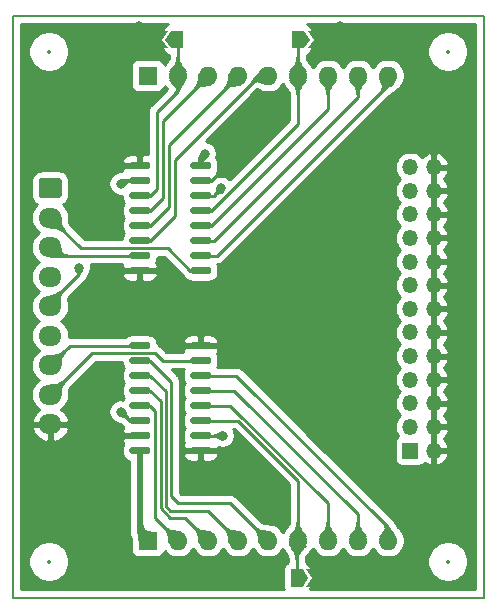
<source format=gbr>
%TF.GenerationSoftware,KiCad,Pcbnew,(5.1.10)-1*%
%TF.CreationDate,2021-09-07T21:02:14-03:00*%
%TF.ProjectId,SSC,5353432e-6b69-4636-9164-5f7063625858,rev?*%
%TF.SameCoordinates,Original*%
%TF.FileFunction,Copper,L1,Top*%
%TF.FilePolarity,Positive*%
%FSLAX46Y46*%
G04 Gerber Fmt 4.6, Leading zero omitted, Abs format (unit mm)*
G04 Created by KiCad (PCBNEW (5.1.10)-1) date 2021-09-07 21:02:14*
%MOMM*%
%LPD*%
G01*
G04 APERTURE LIST*
%TA.AperFunction,Profile*%
%ADD10C,0.150000*%
%TD*%
%TA.AperFunction,ComponentPad*%
%ADD11O,1.950000X1.700000*%
%TD*%
%TA.AperFunction,ComponentPad*%
%ADD12O,1.350000X1.350000*%
%TD*%
%TA.AperFunction,ComponentPad*%
%ADD13R,1.350000X1.350000*%
%TD*%
%TA.AperFunction,SMDPad,CuDef*%
%ADD14C,0.100000*%
%TD*%
%TA.AperFunction,ComponentPad*%
%ADD15O,1.600000X1.600000*%
%TD*%
%TA.AperFunction,ComponentPad*%
%ADD16R,1.600000X1.600000*%
%TD*%
%TA.AperFunction,ViaPad*%
%ADD17C,0.800000*%
%TD*%
%TA.AperFunction,Conductor*%
%ADD18C,0.250000*%
%TD*%
%TA.AperFunction,Conductor*%
%ADD19C,0.500000*%
%TD*%
%TA.AperFunction,Conductor*%
%ADD20C,0.254000*%
%TD*%
%TA.AperFunction,Conductor*%
%ADD21C,0.100000*%
%TD*%
%TA.AperFunction,Conductor*%
%ADD22C,0.025400*%
%TD*%
%ADD23C,0.350000*%
G04 APERTURE END LIST*
D10*
X154178000Y-40640000D02*
X114300000Y-40640000D01*
X154178000Y-89916000D02*
X154178000Y-40640000D01*
X114300000Y-89916000D02*
X154178000Y-89916000D01*
X114300000Y-89408000D02*
X114300000Y-89916000D01*
X114300000Y-40640000D02*
X114300000Y-89408000D01*
D11*
%TO.P,J1,9*%
%TO.N,GND*%
X117475000Y-75245000D03*
%TO.P,J1,8*%
%TO.N,D2*%
X117475000Y-72745000D03*
%TO.P,J1,7*%
%TO.N,D3*%
X117475000Y-70245000D03*
%TO.P,J1,6*%
%TO.N,VCC*%
X117475000Y-67745000D03*
%TO.P,J1,5*%
%TO.N,S1*%
X117475000Y-65245000D03*
%TO.P,J1,4*%
%TO.N,S0*%
X117475000Y-62745000D03*
%TO.P,J1,3*%
%TO.N,D0*%
X117475000Y-60245000D03*
%TO.P,J1,2*%
%TO.N,D1*%
X117475000Y-57745000D03*
%TO.P,J1,1*%
%TO.N,VCC*%
%TA.AperFunction,ComponentPad*%
G36*
G01*
X116750000Y-54395000D02*
X118200000Y-54395000D01*
G75*
G02*
X118450000Y-54645000I0J-250000D01*
G01*
X118450000Y-55845000D01*
G75*
G02*
X118200000Y-56095000I-250000J0D01*
G01*
X116750000Y-56095000D01*
G75*
G02*
X116500000Y-55845000I0J250000D01*
G01*
X116500000Y-54645000D01*
G75*
G02*
X116750000Y-54395000I250000J0D01*
G01*
G37*
%TD.AperFunction*%
%TD*%
%TO.P,U2,16*%
%TO.N,VCC*%
%TA.AperFunction,SMDPad,CuDef*%
G36*
G01*
X125935000Y-77320000D02*
X125935000Y-77620000D01*
G75*
G02*
X125785000Y-77770000I-150000J0D01*
G01*
X124335000Y-77770000D01*
G75*
G02*
X124185000Y-77620000I0J150000D01*
G01*
X124185000Y-77320000D01*
G75*
G02*
X124335000Y-77170000I150000J0D01*
G01*
X125785000Y-77170000D01*
G75*
G02*
X125935000Y-77320000I0J-150000D01*
G01*
G37*
%TD.AperFunction*%
%TO.P,U2,15*%
%TO.N,GND*%
%TA.AperFunction,SMDPad,CuDef*%
G36*
G01*
X125935000Y-76050000D02*
X125935000Y-76350000D01*
G75*
G02*
X125785000Y-76500000I-150000J0D01*
G01*
X124335000Y-76500000D01*
G75*
G02*
X124185000Y-76350000I0J150000D01*
G01*
X124185000Y-76050000D01*
G75*
G02*
X124335000Y-75900000I150000J0D01*
G01*
X125785000Y-75900000D01*
G75*
G02*
X125935000Y-76050000I0J-150000D01*
G01*
G37*
%TD.AperFunction*%
%TO.P,U2,14*%
%TO.N,S0*%
%TA.AperFunction,SMDPad,CuDef*%
G36*
G01*
X125935000Y-74780000D02*
X125935000Y-75080000D01*
G75*
G02*
X125785000Y-75230000I-150000J0D01*
G01*
X124335000Y-75230000D01*
G75*
G02*
X124185000Y-75080000I0J150000D01*
G01*
X124185000Y-74780000D01*
G75*
G02*
X124335000Y-74630000I150000J0D01*
G01*
X125785000Y-74630000D01*
G75*
G02*
X125935000Y-74780000I0J-150000D01*
G01*
G37*
%TD.AperFunction*%
%TO.P,U2,13*%
%TO.N,L*%
%TA.AperFunction,SMDPad,CuDef*%
G36*
G01*
X125935000Y-73510000D02*
X125935000Y-73810000D01*
G75*
G02*
X125785000Y-73960000I-150000J0D01*
G01*
X124335000Y-73960000D01*
G75*
G02*
X124185000Y-73810000I0J150000D01*
G01*
X124185000Y-73510000D01*
G75*
G02*
X124335000Y-73360000I150000J0D01*
G01*
X125785000Y-73360000D01*
G75*
G02*
X125935000Y-73510000I0J-150000D01*
G01*
G37*
%TD.AperFunction*%
%TO.P,U2,12*%
%TO.N,RIGHT*%
%TA.AperFunction,SMDPad,CuDef*%
G36*
G01*
X125935000Y-72240000D02*
X125935000Y-72540000D01*
G75*
G02*
X125785000Y-72690000I-150000J0D01*
G01*
X124335000Y-72690000D01*
G75*
G02*
X124185000Y-72540000I0J150000D01*
G01*
X124185000Y-72240000D01*
G75*
G02*
X124335000Y-72090000I150000J0D01*
G01*
X125785000Y-72090000D01*
G75*
G02*
X125935000Y-72240000I0J-150000D01*
G01*
G37*
%TD.AperFunction*%
%TO.P,U2,11*%
%TO.N,START*%
%TA.AperFunction,SMDPad,CuDef*%
G36*
G01*
X125935000Y-70970000D02*
X125935000Y-71270000D01*
G75*
G02*
X125785000Y-71420000I-150000J0D01*
G01*
X124335000Y-71420000D01*
G75*
G02*
X124185000Y-71270000I0J150000D01*
G01*
X124185000Y-70970000D01*
G75*
G02*
X124335000Y-70820000I150000J0D01*
G01*
X125785000Y-70820000D01*
G75*
G02*
X125935000Y-70970000I0J-150000D01*
G01*
G37*
%TD.AperFunction*%
%TO.P,U2,10*%
%TO.N,R*%
%TA.AperFunction,SMDPad,CuDef*%
G36*
G01*
X125935000Y-69700000D02*
X125935000Y-70000000D01*
G75*
G02*
X125785000Y-70150000I-150000J0D01*
G01*
X124335000Y-70150000D01*
G75*
G02*
X124185000Y-70000000I0J150000D01*
G01*
X124185000Y-69700000D01*
G75*
G02*
X124335000Y-69550000I150000J0D01*
G01*
X125785000Y-69550000D01*
G75*
G02*
X125935000Y-69700000I0J-150000D01*
G01*
G37*
%TD.AperFunction*%
%TO.P,U2,9*%
%TO.N,D3*%
%TA.AperFunction,SMDPad,CuDef*%
G36*
G01*
X125935000Y-68430000D02*
X125935000Y-68730000D01*
G75*
G02*
X125785000Y-68880000I-150000J0D01*
G01*
X124335000Y-68880000D01*
G75*
G02*
X124185000Y-68730000I0J150000D01*
G01*
X124185000Y-68430000D01*
G75*
G02*
X124335000Y-68280000I150000J0D01*
G01*
X125785000Y-68280000D01*
G75*
G02*
X125935000Y-68430000I0J-150000D01*
G01*
G37*
%TD.AperFunction*%
%TO.P,U2,8*%
%TO.N,GND*%
%TA.AperFunction,SMDPad,CuDef*%
G36*
G01*
X131085000Y-68430000D02*
X131085000Y-68730000D01*
G75*
G02*
X130935000Y-68880000I-150000J0D01*
G01*
X129485000Y-68880000D01*
G75*
G02*
X129335000Y-68730000I0J150000D01*
G01*
X129335000Y-68430000D01*
G75*
G02*
X129485000Y-68280000I150000J0D01*
G01*
X130935000Y-68280000D01*
G75*
G02*
X131085000Y-68430000I0J-150000D01*
G01*
G37*
%TD.AperFunction*%
%TO.P,U2,7*%
%TO.N,D2*%
%TA.AperFunction,SMDPad,CuDef*%
G36*
G01*
X131085000Y-69700000D02*
X131085000Y-70000000D01*
G75*
G02*
X130935000Y-70150000I-150000J0D01*
G01*
X129485000Y-70150000D01*
G75*
G02*
X129335000Y-70000000I0J150000D01*
G01*
X129335000Y-69700000D01*
G75*
G02*
X129485000Y-69550000I150000J0D01*
G01*
X130935000Y-69550000D01*
G75*
G02*
X131085000Y-69700000I0J-150000D01*
G01*
G37*
%TD.AperFunction*%
%TO.P,U2,6*%
%TO.N,X*%
%TA.AperFunction,SMDPad,CuDef*%
G36*
G01*
X131085000Y-70970000D02*
X131085000Y-71270000D01*
G75*
G02*
X130935000Y-71420000I-150000J0D01*
G01*
X129485000Y-71420000D01*
G75*
G02*
X129335000Y-71270000I0J150000D01*
G01*
X129335000Y-70970000D01*
G75*
G02*
X129485000Y-70820000I150000J0D01*
G01*
X130935000Y-70820000D01*
G75*
G02*
X131085000Y-70970000I0J-150000D01*
G01*
G37*
%TD.AperFunction*%
%TO.P,U2,5*%
%TO.N,A*%
%TA.AperFunction,SMDPad,CuDef*%
G36*
G01*
X131085000Y-72240000D02*
X131085000Y-72540000D01*
G75*
G02*
X130935000Y-72690000I-150000J0D01*
G01*
X129485000Y-72690000D01*
G75*
G02*
X129335000Y-72540000I0J150000D01*
G01*
X129335000Y-72240000D01*
G75*
G02*
X129485000Y-72090000I150000J0D01*
G01*
X130935000Y-72090000D01*
G75*
G02*
X131085000Y-72240000I0J-150000D01*
G01*
G37*
%TD.AperFunction*%
%TO.P,U2,4*%
%TO.N,LEFT*%
%TA.AperFunction,SMDPad,CuDef*%
G36*
G01*
X131085000Y-73510000D02*
X131085000Y-73810000D01*
G75*
G02*
X130935000Y-73960000I-150000J0D01*
G01*
X129485000Y-73960000D01*
G75*
G02*
X129335000Y-73810000I0J150000D01*
G01*
X129335000Y-73510000D01*
G75*
G02*
X129485000Y-73360000I150000J0D01*
G01*
X130935000Y-73360000D01*
G75*
G02*
X131085000Y-73510000I0J-150000D01*
G01*
G37*
%TD.AperFunction*%
%TO.P,U2,3*%
%TO.N,2C3*%
%TA.AperFunction,SMDPad,CuDef*%
G36*
G01*
X131085000Y-74780000D02*
X131085000Y-75080000D01*
G75*
G02*
X130935000Y-75230000I-150000J0D01*
G01*
X129485000Y-75230000D01*
G75*
G02*
X129335000Y-75080000I0J150000D01*
G01*
X129335000Y-74780000D01*
G75*
G02*
X129485000Y-74630000I150000J0D01*
G01*
X130935000Y-74630000D01*
G75*
G02*
X131085000Y-74780000I0J-150000D01*
G01*
G37*
%TD.AperFunction*%
%TO.P,U2,2*%
%TO.N,S1*%
%TA.AperFunction,SMDPad,CuDef*%
G36*
G01*
X131085000Y-76050000D02*
X131085000Y-76350000D01*
G75*
G02*
X130935000Y-76500000I-150000J0D01*
G01*
X129485000Y-76500000D01*
G75*
G02*
X129335000Y-76350000I0J150000D01*
G01*
X129335000Y-76050000D01*
G75*
G02*
X129485000Y-75900000I150000J0D01*
G01*
X130935000Y-75900000D01*
G75*
G02*
X131085000Y-76050000I0J-150000D01*
G01*
G37*
%TD.AperFunction*%
%TO.P,U2,1*%
%TO.N,GND*%
%TA.AperFunction,SMDPad,CuDef*%
G36*
G01*
X131085000Y-77320000D02*
X131085000Y-77620000D01*
G75*
G02*
X130935000Y-77770000I-150000J0D01*
G01*
X129485000Y-77770000D01*
G75*
G02*
X129335000Y-77620000I0J150000D01*
G01*
X129335000Y-77320000D01*
G75*
G02*
X129485000Y-77170000I150000J0D01*
G01*
X130935000Y-77170000D01*
G75*
G02*
X131085000Y-77320000I0J-150000D01*
G01*
G37*
%TD.AperFunction*%
%TD*%
%TO.P,U1,16*%
%TO.N,VCC*%
%TA.AperFunction,SMDPad,CuDef*%
G36*
G01*
X129335000Y-53490000D02*
X129335000Y-53190000D01*
G75*
G02*
X129485000Y-53040000I150000J0D01*
G01*
X130935000Y-53040000D01*
G75*
G02*
X131085000Y-53190000I0J-150000D01*
G01*
X131085000Y-53490000D01*
G75*
G02*
X130935000Y-53640000I-150000J0D01*
G01*
X129485000Y-53640000D01*
G75*
G02*
X129335000Y-53490000I0J150000D01*
G01*
G37*
%TD.AperFunction*%
%TO.P,U1,15*%
%TO.N,GND*%
%TA.AperFunction,SMDPad,CuDef*%
G36*
G01*
X129335000Y-54760000D02*
X129335000Y-54460000D01*
G75*
G02*
X129485000Y-54310000I150000J0D01*
G01*
X130935000Y-54310000D01*
G75*
G02*
X131085000Y-54460000I0J-150000D01*
G01*
X131085000Y-54760000D01*
G75*
G02*
X130935000Y-54910000I-150000J0D01*
G01*
X129485000Y-54910000D01*
G75*
G02*
X129335000Y-54760000I0J150000D01*
G01*
G37*
%TD.AperFunction*%
%TO.P,U1,14*%
%TO.N,S0*%
%TA.AperFunction,SMDPad,CuDef*%
G36*
G01*
X129335000Y-56030000D02*
X129335000Y-55730000D01*
G75*
G02*
X129485000Y-55580000I150000J0D01*
G01*
X130935000Y-55580000D01*
G75*
G02*
X131085000Y-55730000I0J-150000D01*
G01*
X131085000Y-56030000D01*
G75*
G02*
X130935000Y-56180000I-150000J0D01*
G01*
X129485000Y-56180000D01*
G75*
G02*
X129335000Y-56030000I0J150000D01*
G01*
G37*
%TD.AperFunction*%
%TO.P,U1,13*%
%TO.N,3C3*%
%TA.AperFunction,SMDPad,CuDef*%
G36*
G01*
X129335000Y-57300000D02*
X129335000Y-57000000D01*
G75*
G02*
X129485000Y-56850000I150000J0D01*
G01*
X130935000Y-56850000D01*
G75*
G02*
X131085000Y-57000000I0J-150000D01*
G01*
X131085000Y-57300000D01*
G75*
G02*
X130935000Y-57450000I-150000J0D01*
G01*
X129485000Y-57450000D01*
G75*
G02*
X129335000Y-57300000I0J150000D01*
G01*
G37*
%TD.AperFunction*%
%TO.P,U1,12*%
%TO.N,DOWN*%
%TA.AperFunction,SMDPad,CuDef*%
G36*
G01*
X129335000Y-58570000D02*
X129335000Y-58270000D01*
G75*
G02*
X129485000Y-58120000I150000J0D01*
G01*
X130935000Y-58120000D01*
G75*
G02*
X131085000Y-58270000I0J-150000D01*
G01*
X131085000Y-58570000D01*
G75*
G02*
X130935000Y-58720000I-150000J0D01*
G01*
X129485000Y-58720000D01*
G75*
G02*
X129335000Y-58570000I0J150000D01*
G01*
G37*
%TD.AperFunction*%
%TO.P,U1,11*%
%TO.N,C*%
%TA.AperFunction,SMDPad,CuDef*%
G36*
G01*
X129335000Y-59840000D02*
X129335000Y-59540000D01*
G75*
G02*
X129485000Y-59390000I150000J0D01*
G01*
X130935000Y-59390000D01*
G75*
G02*
X131085000Y-59540000I0J-150000D01*
G01*
X131085000Y-59840000D01*
G75*
G02*
X130935000Y-59990000I-150000J0D01*
G01*
X129485000Y-59990000D01*
G75*
G02*
X129335000Y-59840000I0J150000D01*
G01*
G37*
%TD.AperFunction*%
%TO.P,U1,10*%
%TO.N,Y*%
%TA.AperFunction,SMDPad,CuDef*%
G36*
G01*
X129335000Y-61110000D02*
X129335000Y-60810000D01*
G75*
G02*
X129485000Y-60660000I150000J0D01*
G01*
X130935000Y-60660000D01*
G75*
G02*
X131085000Y-60810000I0J-150000D01*
G01*
X131085000Y-61110000D01*
G75*
G02*
X130935000Y-61260000I-150000J0D01*
G01*
X129485000Y-61260000D01*
G75*
G02*
X129335000Y-61110000I0J150000D01*
G01*
G37*
%TD.AperFunction*%
%TO.P,U1,9*%
%TO.N,D1*%
%TA.AperFunction,SMDPad,CuDef*%
G36*
G01*
X129335000Y-62380000D02*
X129335000Y-62080000D01*
G75*
G02*
X129485000Y-61930000I150000J0D01*
G01*
X130935000Y-61930000D01*
G75*
G02*
X131085000Y-62080000I0J-150000D01*
G01*
X131085000Y-62380000D01*
G75*
G02*
X130935000Y-62530000I-150000J0D01*
G01*
X129485000Y-62530000D01*
G75*
G02*
X129335000Y-62380000I0J150000D01*
G01*
G37*
%TD.AperFunction*%
%TO.P,U1,8*%
%TO.N,GND*%
%TA.AperFunction,SMDPad,CuDef*%
G36*
G01*
X124185000Y-62380000D02*
X124185000Y-62080000D01*
G75*
G02*
X124335000Y-61930000I150000J0D01*
G01*
X125785000Y-61930000D01*
G75*
G02*
X125935000Y-62080000I0J-150000D01*
G01*
X125935000Y-62380000D01*
G75*
G02*
X125785000Y-62530000I-150000J0D01*
G01*
X124335000Y-62530000D01*
G75*
G02*
X124185000Y-62380000I0J150000D01*
G01*
G37*
%TD.AperFunction*%
%TO.P,U1,7*%
%TO.N,D0*%
%TA.AperFunction,SMDPad,CuDef*%
G36*
G01*
X124185000Y-61110000D02*
X124185000Y-60810000D01*
G75*
G02*
X124335000Y-60660000I150000J0D01*
G01*
X125785000Y-60660000D01*
G75*
G02*
X125935000Y-60810000I0J-150000D01*
G01*
X125935000Y-61110000D01*
G75*
G02*
X125785000Y-61260000I-150000J0D01*
G01*
X124335000Y-61260000D01*
G75*
G02*
X124185000Y-61110000I0J150000D01*
G01*
G37*
%TD.AperFunction*%
%TO.P,U1,6*%
%TO.N,Z*%
%TA.AperFunction,SMDPad,CuDef*%
G36*
G01*
X124185000Y-59840000D02*
X124185000Y-59540000D01*
G75*
G02*
X124335000Y-59390000I150000J0D01*
G01*
X125785000Y-59390000D01*
G75*
G02*
X125935000Y-59540000I0J-150000D01*
G01*
X125935000Y-59840000D01*
G75*
G02*
X125785000Y-59990000I-150000J0D01*
G01*
X124335000Y-59990000D01*
G75*
G02*
X124185000Y-59840000I0J150000D01*
G01*
G37*
%TD.AperFunction*%
%TO.P,U1,5*%
%TO.N,B*%
%TA.AperFunction,SMDPad,CuDef*%
G36*
G01*
X124185000Y-58570000D02*
X124185000Y-58270000D01*
G75*
G02*
X124335000Y-58120000I150000J0D01*
G01*
X125785000Y-58120000D01*
G75*
G02*
X125935000Y-58270000I0J-150000D01*
G01*
X125935000Y-58570000D01*
G75*
G02*
X125785000Y-58720000I-150000J0D01*
G01*
X124335000Y-58720000D01*
G75*
G02*
X124185000Y-58570000I0J150000D01*
G01*
G37*
%TD.AperFunction*%
%TO.P,U1,4*%
%TO.N,UP*%
%TA.AperFunction,SMDPad,CuDef*%
G36*
G01*
X124185000Y-57300000D02*
X124185000Y-57000000D01*
G75*
G02*
X124335000Y-56850000I150000J0D01*
G01*
X125785000Y-56850000D01*
G75*
G02*
X125935000Y-57000000I0J-150000D01*
G01*
X125935000Y-57300000D01*
G75*
G02*
X125785000Y-57450000I-150000J0D01*
G01*
X124335000Y-57450000D01*
G75*
G02*
X124185000Y-57300000I0J150000D01*
G01*
G37*
%TD.AperFunction*%
%TO.P,U1,3*%
%TO.N,1C3*%
%TA.AperFunction,SMDPad,CuDef*%
G36*
G01*
X124185000Y-56030000D02*
X124185000Y-55730000D01*
G75*
G02*
X124335000Y-55580000I150000J0D01*
G01*
X125785000Y-55580000D01*
G75*
G02*
X125935000Y-55730000I0J-150000D01*
G01*
X125935000Y-56030000D01*
G75*
G02*
X125785000Y-56180000I-150000J0D01*
G01*
X124335000Y-56180000D01*
G75*
G02*
X124185000Y-56030000I0J150000D01*
G01*
G37*
%TD.AperFunction*%
%TO.P,U1,2*%
%TO.N,S1*%
%TA.AperFunction,SMDPad,CuDef*%
G36*
G01*
X124185000Y-54760000D02*
X124185000Y-54460000D01*
G75*
G02*
X124335000Y-54310000I150000J0D01*
G01*
X125785000Y-54310000D01*
G75*
G02*
X125935000Y-54460000I0J-150000D01*
G01*
X125935000Y-54760000D01*
G75*
G02*
X125785000Y-54910000I-150000J0D01*
G01*
X124335000Y-54910000D01*
G75*
G02*
X124185000Y-54760000I0J150000D01*
G01*
G37*
%TD.AperFunction*%
%TO.P,U1,1*%
%TO.N,GND*%
%TA.AperFunction,SMDPad,CuDef*%
G36*
G01*
X124185000Y-53490000D02*
X124185000Y-53190000D01*
G75*
G02*
X124335000Y-53040000I150000J0D01*
G01*
X125785000Y-53040000D01*
G75*
G02*
X125935000Y-53190000I0J-150000D01*
G01*
X125935000Y-53490000D01*
G75*
G02*
X125785000Y-53640000I-150000J0D01*
G01*
X124335000Y-53640000D01*
G75*
G02*
X124185000Y-53490000I0J150000D01*
G01*
G37*
%TD.AperFunction*%
%TD*%
D12*
%TO.P,J2,26*%
%TO.N,GND*%
X149955000Y-53470000D03*
%TO.P,J2,25*%
%TO.N,Y*%
X147955000Y-53470000D03*
%TO.P,J2,24*%
%TO.N,GND*%
X149955000Y-55470000D03*
%TO.P,J2,23*%
%TO.N,C*%
X147955000Y-55470000D03*
%TO.P,J2,22*%
%TO.N,GND*%
X149955000Y-57470000D03*
%TO.P,J2,21*%
%TO.N,DOWN*%
X147955000Y-57470000D03*
%TO.P,J2,20*%
%TO.N,GND*%
X149955000Y-59470000D03*
%TO.P,J2,19*%
%TO.N,Z*%
X147955000Y-59470000D03*
%TO.P,J2,18*%
%TO.N,GND*%
X149955000Y-61470000D03*
%TO.P,J2,17*%
%TO.N,B*%
X147955000Y-61470000D03*
%TO.P,J2,16*%
%TO.N,GND*%
X149955000Y-63470000D03*
%TO.P,J2,15*%
%TO.N,UP*%
X147955000Y-63470000D03*
%TO.P,J2,14*%
%TO.N,GND*%
X149955000Y-65470000D03*
%TO.P,J2,13*%
%TO.N,L*%
X147955000Y-65470000D03*
%TO.P,J2,12*%
%TO.N,GND*%
X149955000Y-67470000D03*
%TO.P,J2,11*%
%TO.N,RIGHT*%
X147955000Y-67470000D03*
%TO.P,J2,10*%
%TO.N,GND*%
X149955000Y-69470000D03*
%TO.P,J2,9*%
%TO.N,START*%
X147955000Y-69470000D03*
%TO.P,J2,8*%
%TO.N,GND*%
X149955000Y-71470000D03*
%TO.P,J2,7*%
%TO.N,R*%
X147955000Y-71470000D03*
%TO.P,J2,6*%
%TO.N,GND*%
X149955000Y-73470000D03*
%TO.P,J2,5*%
%TO.N,LEFT*%
X147955000Y-73470000D03*
%TO.P,J2,4*%
%TO.N,GND*%
X149955000Y-75470000D03*
%TO.P,J2,3*%
%TO.N,A*%
X147955000Y-75470000D03*
%TO.P,J2,2*%
%TO.N,GND*%
X149955000Y-77470000D03*
D13*
%TO.P,J2,1*%
%TO.N,X*%
X147955000Y-77470000D03*
%TD*%
%TA.AperFunction,SMDPad,CuDef*%
D14*
%TO.P,SP3,1*%
%TO.N,3C3*%
G36*
X139467000Y-42672000D02*
G01*
X138967000Y-43422000D01*
X137967000Y-43422000D01*
X137967000Y-41922000D01*
X138967000Y-41922000D01*
X139467000Y-42672000D01*
G37*
%TD.AperFunction*%
%TA.AperFunction,SMDPad,CuDef*%
%TO.P,SP3,2*%
%TO.N,GND*%
G36*
X140417000Y-43422000D02*
G01*
X139267000Y-43422000D01*
X139767000Y-42672000D01*
X139267000Y-41922000D01*
X140417000Y-41922000D01*
X140417000Y-43422000D01*
G37*
%TD.AperFunction*%
%TD*%
%TA.AperFunction,SMDPad,CuDef*%
%TO.P,SP2,1*%
%TO.N,2C3*%
G36*
X139340000Y-88265000D02*
G01*
X138840000Y-89015000D01*
X137840000Y-89015000D01*
X137840000Y-87515000D01*
X138840000Y-87515000D01*
X139340000Y-88265000D01*
G37*
%TD.AperFunction*%
%TA.AperFunction,SMDPad,CuDef*%
%TO.P,SP2,2*%
%TO.N,GND*%
G36*
X140290000Y-89015000D02*
G01*
X139140000Y-89015000D01*
X139640000Y-88265000D01*
X139140000Y-87515000D01*
X140290000Y-87515000D01*
X140290000Y-89015000D01*
G37*
%TD.AperFunction*%
%TD*%
%TA.AperFunction,SMDPad,CuDef*%
%TO.P,SP1,1*%
%TO.N,1C3*%
G36*
X127233000Y-42672000D02*
G01*
X127733000Y-41922000D01*
X128733000Y-41922000D01*
X128733000Y-43422000D01*
X127733000Y-43422000D01*
X127233000Y-42672000D01*
G37*
%TD.AperFunction*%
%TA.AperFunction,SMDPad,CuDef*%
%TO.P,SP1,2*%
%TO.N,GND*%
G36*
X126283000Y-41922000D02*
G01*
X127433000Y-41922000D01*
X126933000Y-42672000D01*
X127433000Y-43422000D01*
X126283000Y-43422000D01*
X126283000Y-41922000D01*
G37*
%TD.AperFunction*%
%TD*%
D15*
%TO.P,RN2,9*%
%TO.N,X*%
X146050000Y-85090000D03*
%TO.P,RN2,8*%
%TO.N,A*%
X143510000Y-85090000D03*
%TO.P,RN2,7*%
%TO.N,LEFT*%
X140970000Y-85090000D03*
%TO.P,RN2,6*%
%TO.N,2C3*%
X138430000Y-85090000D03*
%TO.P,RN2,5*%
%TO.N,R*%
X135890000Y-85090000D03*
%TO.P,RN2,4*%
%TO.N,START*%
X133350000Y-85090000D03*
%TO.P,RN2,3*%
%TO.N,RIGHT*%
X130810000Y-85090000D03*
%TO.P,RN2,2*%
%TO.N,L*%
X128270000Y-85090000D03*
D16*
%TO.P,RN2,1*%
%TO.N,VCC*%
X125730000Y-85090000D03*
%TD*%
D15*
%TO.P,RN1,9*%
%TO.N,Y*%
X146050000Y-45720000D03*
%TO.P,RN1,8*%
%TO.N,C*%
X143510000Y-45720000D03*
%TO.P,RN1,7*%
%TO.N,DOWN*%
X140970000Y-45720000D03*
%TO.P,RN1,6*%
%TO.N,3C3*%
X138430000Y-45720000D03*
%TO.P,RN1,5*%
%TO.N,Z*%
X135890000Y-45720000D03*
%TO.P,RN1,4*%
%TO.N,B*%
X133350000Y-45720000D03*
%TO.P,RN1,3*%
%TO.N,UP*%
X130810000Y-45720000D03*
%TO.P,RN1,2*%
%TO.N,1C3*%
X128270000Y-45720000D03*
D16*
%TO.P,RN1,1*%
%TO.N,VCC*%
X125730000Y-45720000D03*
%TD*%
D17*
%TO.N,GND*%
X132588000Y-53107000D03*
X125000000Y-41500000D03*
X142000000Y-41500000D03*
X129500000Y-79500000D03*
X133000000Y-80500000D03*
X141500000Y-87500000D03*
X130990000Y-66910000D03*
X130990000Y-65410000D03*
X132490000Y-65410000D03*
X132490000Y-66910000D03*
X130990000Y-63910000D03*
X132490000Y-63910000D03*
X133990000Y-63910000D03*
X133990000Y-65410000D03*
X133990000Y-66910000D03*
%TO.N,VCC*%
X130556000Y-52324000D03*
%TO.N,S1*%
X123444000Y-54864000D03*
X119888000Y-61976000D03*
X132080000Y-76200000D03*
%TO.N,S0*%
X123444000Y-74168000D03*
X131958847Y-55250847D03*
%TD*%
D18*
%TO.N,GND*%
X131085000Y-54610000D02*
X132588000Y-53107000D01*
X130210000Y-54610000D02*
X131085000Y-54610000D01*
X132588000Y-53107000D02*
X132588000Y-53107000D01*
X126172000Y-42672000D02*
X125000000Y-41500000D01*
X126783000Y-42672000D02*
X126172000Y-42672000D01*
X140828000Y-42672000D02*
X142000000Y-41500000D01*
X139917000Y-42672000D02*
X140828000Y-42672000D01*
X139790000Y-88265000D02*
X141235000Y-88265000D01*
X141500000Y-88000000D02*
X141500000Y-87500000D01*
X141235000Y-88265000D02*
X141500000Y-88000000D01*
%TO.N,D2*%
X130210000Y-69850000D02*
X127000000Y-69850000D01*
X120995010Y-69224990D02*
X117475000Y-72745000D01*
X126374990Y-69224990D02*
X120995010Y-69224990D01*
X127000000Y-69850000D02*
X126374990Y-69224990D01*
%TO.N,D3*%
X119140000Y-68580000D02*
X125060000Y-68580000D01*
X117475000Y-70245000D02*
X119140000Y-68580000D01*
D19*
%TO.N,VCC*%
X125060000Y-84420000D02*
X125730000Y-85090000D01*
X125060000Y-77470000D02*
X125060000Y-84420000D01*
X130210000Y-52670000D02*
X130556000Y-52324000D01*
X130210000Y-53340000D02*
X130210000Y-52670000D01*
D18*
%TO.N,S1*%
X123698000Y-54610000D02*
X123444000Y-54864000D01*
X125060000Y-54610000D02*
X123698000Y-54610000D01*
X117475000Y-64954685D02*
X117475000Y-65245000D01*
X119888000Y-62541685D02*
X117475000Y-64954685D01*
X119888000Y-61976000D02*
X119888000Y-62541685D01*
X132080000Y-76200000D02*
X130210000Y-76200000D01*
%TO.N,S0*%
X131064000Y-55880000D02*
X130210000Y-55880000D01*
X124206000Y-74930000D02*
X123444000Y-74168000D01*
X125060000Y-74930000D02*
X124206000Y-74930000D01*
X131329694Y-55880000D02*
X131958847Y-55250847D01*
X130210000Y-55880000D02*
X131329694Y-55880000D01*
%TO.N,D0*%
X118190000Y-60960000D02*
X125060000Y-60960000D01*
X117475000Y-60245000D02*
X118190000Y-60960000D01*
%TO.N,D1*%
X129335000Y-62230000D02*
X130210000Y-62230000D01*
X127439990Y-60334990D02*
X129335000Y-62230000D01*
X120064990Y-60334990D02*
X127439990Y-60334990D01*
X117475000Y-57745000D02*
X120064990Y-60334990D01*
%TO.N,UP*%
X130810000Y-45720000D02*
X127000000Y-49530000D01*
X125935000Y-57150000D02*
X125060000Y-57150000D01*
X127000000Y-56085000D02*
X125935000Y-57150000D01*
X127000000Y-49530000D02*
X127000000Y-56085000D01*
%TO.N,DOWN*%
X140970000Y-48535000D02*
X140970000Y-45720000D01*
X131085000Y-58420000D02*
X140970000Y-48535000D01*
X130210000Y-58420000D02*
X131085000Y-58420000D01*
%TO.N,LEFT*%
X132716410Y-73660000D02*
X130210000Y-73660000D01*
X140970000Y-81913590D02*
X132716410Y-73660000D01*
X140970000Y-85090000D02*
X140970000Y-81913590D01*
%TO.N,RIGHT*%
X130810000Y-85090000D02*
X128904295Y-83184295D01*
X125935000Y-72390000D02*
X125060000Y-72390000D01*
X126815010Y-73270010D02*
X125935000Y-72390000D01*
X126815010Y-82365010D02*
X126815010Y-73270010D01*
X127634295Y-83184295D02*
X126815010Y-82365010D01*
X128904295Y-83184295D02*
X127634295Y-83184295D01*
%TO.N,X*%
X133211370Y-71120000D02*
X130210000Y-71120000D01*
X146050000Y-83958630D02*
X133211370Y-71120000D01*
X146050000Y-85090000D02*
X146050000Y-83958630D01*
%TO.N,Y*%
X146050000Y-46482000D02*
X146050000Y-45720000D01*
X131572000Y-60960000D02*
X146050000Y-46482000D01*
X130210000Y-60960000D02*
X131572000Y-60960000D01*
%TO.N,Z*%
X135128000Y-45720000D02*
X135890000Y-45720000D01*
X128016000Y-52832000D02*
X135128000Y-45720000D01*
X128016000Y-57609000D02*
X128016000Y-52832000D01*
X125935000Y-59690000D02*
X128016000Y-57609000D01*
X125060000Y-59690000D02*
X125935000Y-59690000D01*
%TO.N,START*%
X133350000Y-85090000D02*
X130809295Y-82549295D01*
X130808590Y-82550000D02*
X127636410Y-82550000D01*
X130809295Y-82549295D02*
X130808590Y-82550000D01*
X125935000Y-71120000D02*
X125060000Y-71120000D01*
X127265020Y-72450020D02*
X125935000Y-71120000D01*
X127265020Y-82178610D02*
X127265020Y-72450020D01*
X127636410Y-82550000D02*
X127265020Y-82178610D01*
%TO.N,A*%
X133026768Y-72390000D02*
X130210000Y-72390000D01*
X143510000Y-82873232D02*
X133026768Y-72390000D01*
X143510000Y-85090000D02*
X143510000Y-82873232D01*
%TO.N,B*%
X125935000Y-58420000D02*
X127508000Y-56847000D01*
X125060000Y-58420000D02*
X125935000Y-58420000D01*
X127508000Y-51562000D02*
X133350000Y-45720000D01*
X127508000Y-56847000D02*
X127508000Y-51562000D01*
%TO.N,C*%
X143510000Y-47498000D02*
X143510000Y-45720000D01*
X131318000Y-59690000D02*
X143510000Y-47498000D01*
X130210000Y-59690000D02*
X131318000Y-59690000D01*
%TO.N,R*%
X125935000Y-69850000D02*
X127715030Y-71630030D01*
X132715000Y-81915000D02*
X135890000Y-85090000D01*
X125060000Y-69850000D02*
X125935000Y-69850000D01*
X128270000Y-81915000D02*
X127715030Y-81360030D01*
X132715000Y-81915000D02*
X128270000Y-81915000D01*
X127715030Y-81360030D02*
X127715030Y-71630030D01*
%TO.N,L*%
X125935000Y-73660000D02*
X126365000Y-74090000D01*
X125060000Y-73660000D02*
X125935000Y-73660000D01*
X126365000Y-83185000D02*
X128270000Y-85090000D01*
X126365000Y-74090000D02*
X126365000Y-83185000D01*
%TO.N,3C3*%
X131085000Y-57150000D02*
X130210000Y-57150000D01*
X138430000Y-49805000D02*
X131085000Y-57150000D01*
X138430000Y-45720000D02*
X138430000Y-49805000D01*
X138430000Y-42709000D02*
X138467000Y-42672000D01*
X138430000Y-45720000D02*
X138430000Y-42709000D01*
%TO.N,1C3*%
X128270000Y-45720000D02*
X128270000Y-46990000D01*
X128270000Y-46990000D02*
X126492000Y-48768000D01*
X125935000Y-55880000D02*
X125060000Y-55880000D01*
X126492000Y-55323000D02*
X125935000Y-55880000D01*
X126492000Y-48768000D02*
X126492000Y-55323000D01*
X128270000Y-42709000D02*
X128233000Y-42672000D01*
X128270000Y-45720000D02*
X128270000Y-42709000D01*
%TO.N,2C3*%
X138430000Y-80010000D02*
X138430000Y-85090000D01*
X133350000Y-74930000D02*
X138430000Y-80010000D01*
X130210000Y-74930000D02*
X133350000Y-74930000D01*
X138340000Y-85180000D02*
X138430000Y-85090000D01*
X138340000Y-88265000D02*
X138340000Y-85180000D01*
%TD*%
D20*
%TO.N,GND*%
X153468000Y-89206000D02*
X139479534Y-89206000D01*
X139870908Y-88618939D01*
X139929246Y-88509796D01*
X139965681Y-88390136D01*
X139978072Y-88265667D01*
X139965941Y-88141173D01*
X139929757Y-88021437D01*
X139870908Y-87911061D01*
X139370908Y-87161061D01*
X139291185Y-87063815D01*
X139194494Y-86984463D01*
X139100000Y-86933954D01*
X139100000Y-86706529D01*
X139100490Y-86697117D01*
X149395000Y-86697117D01*
X149395000Y-87038883D01*
X149461675Y-87374081D01*
X149592463Y-87689831D01*
X149782337Y-87973998D01*
X150024002Y-88215663D01*
X150308169Y-88405537D01*
X150623919Y-88536325D01*
X150959117Y-88603000D01*
X151300883Y-88603000D01*
X151636081Y-88536325D01*
X151951831Y-88405537D01*
X152235998Y-88215663D01*
X152477663Y-87973998D01*
X152667537Y-87689831D01*
X152798325Y-87374081D01*
X152865000Y-87038883D01*
X152865000Y-86697117D01*
X152798325Y-86361919D01*
X152667537Y-86046169D01*
X152477663Y-85762002D01*
X152235998Y-85520337D01*
X151951831Y-85330463D01*
X151636081Y-85199675D01*
X151300883Y-85133000D01*
X150959117Y-85133000D01*
X150623919Y-85199675D01*
X150308169Y-85330463D01*
X150024002Y-85520337D01*
X149782337Y-85762002D01*
X149592463Y-86046169D01*
X149461675Y-86361919D01*
X149395000Y-86697117D01*
X139100490Y-86697117D01*
X139106501Y-86581692D01*
X139117590Y-86520608D01*
X139127480Y-86492018D01*
X139138377Y-86471785D01*
X139162655Y-86438681D01*
X139212954Y-86381832D01*
X139289620Y-86301126D01*
X139296607Y-86293651D01*
X139386383Y-86196042D01*
X139409583Y-86169364D01*
X139502684Y-86056085D01*
X139531780Y-86017616D01*
X139544637Y-86004759D01*
X139700000Y-85772241D01*
X139855363Y-86004759D01*
X140055241Y-86204637D01*
X140290273Y-86361680D01*
X140551426Y-86469853D01*
X140828665Y-86525000D01*
X141111335Y-86525000D01*
X141388574Y-86469853D01*
X141649727Y-86361680D01*
X141884759Y-86204637D01*
X142084637Y-86004759D01*
X142240000Y-85772241D01*
X142395363Y-86004759D01*
X142595241Y-86204637D01*
X142830273Y-86361680D01*
X143091426Y-86469853D01*
X143368665Y-86525000D01*
X143651335Y-86525000D01*
X143928574Y-86469853D01*
X144189727Y-86361680D01*
X144424759Y-86204637D01*
X144624637Y-86004759D01*
X144780000Y-85772241D01*
X144935363Y-86004759D01*
X145135241Y-86204637D01*
X145370273Y-86361680D01*
X145631426Y-86469853D01*
X145908665Y-86525000D01*
X146191335Y-86525000D01*
X146468574Y-86469853D01*
X146729727Y-86361680D01*
X146964759Y-86204637D01*
X147164637Y-86004759D01*
X147321680Y-85769727D01*
X147429853Y-85508574D01*
X147485000Y-85231335D01*
X147485000Y-84948665D01*
X147429853Y-84671426D01*
X147321680Y-84410273D01*
X147164637Y-84175241D01*
X147069757Y-84080361D01*
X146978563Y-83984949D01*
X146912703Y-83908845D01*
X146858900Y-83840102D01*
X146808455Y-83770027D01*
X146770077Y-83714286D01*
X146755546Y-83666383D01*
X146684974Y-83534354D01*
X146590001Y-83418629D01*
X146561003Y-83394831D01*
X139961172Y-76795000D01*
X146641928Y-76795000D01*
X146641928Y-78145000D01*
X146654188Y-78269482D01*
X146690498Y-78389180D01*
X146749463Y-78499494D01*
X146828815Y-78596185D01*
X146925506Y-78675537D01*
X147035820Y-78734502D01*
X147155518Y-78770812D01*
X147280000Y-78783072D01*
X148630000Y-78783072D01*
X148754482Y-78770812D01*
X148874180Y-78734502D01*
X148984494Y-78675537D01*
X149081185Y-78596185D01*
X149155256Y-78505929D01*
X149165463Y-78515344D01*
X149384570Y-78649289D01*
X149625599Y-78737915D01*
X149828000Y-78615085D01*
X149828000Y-77597000D01*
X150082000Y-77597000D01*
X150082000Y-78615085D01*
X150284401Y-78737915D01*
X150525430Y-78649289D01*
X150744537Y-78515344D01*
X150933303Y-78341227D01*
X151084473Y-78133629D01*
X151192238Y-77900528D01*
X151222910Y-77799400D01*
X151099224Y-77597000D01*
X150082000Y-77597000D01*
X149828000Y-77597000D01*
X149808000Y-77597000D01*
X149808000Y-77343000D01*
X149828000Y-77343000D01*
X149828000Y-75597000D01*
X150082000Y-75597000D01*
X150082000Y-77343000D01*
X151099224Y-77343000D01*
X151222910Y-77140600D01*
X151192238Y-77039472D01*
X151084473Y-76806371D01*
X150933303Y-76598773D01*
X150793696Y-76470000D01*
X150933303Y-76341227D01*
X151084473Y-76133629D01*
X151192238Y-75900528D01*
X151222910Y-75799400D01*
X151099224Y-75597000D01*
X150082000Y-75597000D01*
X149828000Y-75597000D01*
X149808000Y-75597000D01*
X149808000Y-75343000D01*
X149828000Y-75343000D01*
X149828000Y-73597000D01*
X150082000Y-73597000D01*
X150082000Y-75343000D01*
X151099224Y-75343000D01*
X151222910Y-75140600D01*
X151192238Y-75039472D01*
X151084473Y-74806371D01*
X150933303Y-74598773D01*
X150793696Y-74470000D01*
X150933303Y-74341227D01*
X151084473Y-74133629D01*
X151192238Y-73900528D01*
X151222910Y-73799400D01*
X151099224Y-73597000D01*
X150082000Y-73597000D01*
X149828000Y-73597000D01*
X149808000Y-73597000D01*
X149808000Y-73343000D01*
X149828000Y-73343000D01*
X149828000Y-71597000D01*
X150082000Y-71597000D01*
X150082000Y-73343000D01*
X151099224Y-73343000D01*
X151222910Y-73140600D01*
X151192238Y-73039472D01*
X151084473Y-72806371D01*
X150933303Y-72598773D01*
X150793696Y-72470000D01*
X150933303Y-72341227D01*
X151084473Y-72133629D01*
X151192238Y-71900528D01*
X151222910Y-71799400D01*
X151099224Y-71597000D01*
X150082000Y-71597000D01*
X149828000Y-71597000D01*
X149808000Y-71597000D01*
X149808000Y-71343000D01*
X149828000Y-71343000D01*
X149828000Y-69597000D01*
X150082000Y-69597000D01*
X150082000Y-71343000D01*
X151099224Y-71343000D01*
X151222910Y-71140600D01*
X151192238Y-71039472D01*
X151084473Y-70806371D01*
X150933303Y-70598773D01*
X150793696Y-70470000D01*
X150933303Y-70341227D01*
X151084473Y-70133629D01*
X151192238Y-69900528D01*
X151222910Y-69799400D01*
X151099224Y-69597000D01*
X150082000Y-69597000D01*
X149828000Y-69597000D01*
X149808000Y-69597000D01*
X149808000Y-69343000D01*
X149828000Y-69343000D01*
X149828000Y-67597000D01*
X150082000Y-67597000D01*
X150082000Y-69343000D01*
X151099224Y-69343000D01*
X151222910Y-69140600D01*
X151192238Y-69039472D01*
X151084473Y-68806371D01*
X150933303Y-68598773D01*
X150793696Y-68470000D01*
X150933303Y-68341227D01*
X151084473Y-68133629D01*
X151192238Y-67900528D01*
X151222910Y-67799400D01*
X151099224Y-67597000D01*
X150082000Y-67597000D01*
X149828000Y-67597000D01*
X149808000Y-67597000D01*
X149808000Y-67343000D01*
X149828000Y-67343000D01*
X149828000Y-65597000D01*
X150082000Y-65597000D01*
X150082000Y-67343000D01*
X151099224Y-67343000D01*
X151222910Y-67140600D01*
X151192238Y-67039472D01*
X151084473Y-66806371D01*
X150933303Y-66598773D01*
X150793696Y-66470000D01*
X150933303Y-66341227D01*
X151084473Y-66133629D01*
X151192238Y-65900528D01*
X151222910Y-65799400D01*
X151099224Y-65597000D01*
X150082000Y-65597000D01*
X149828000Y-65597000D01*
X149808000Y-65597000D01*
X149808000Y-65343000D01*
X149828000Y-65343000D01*
X149828000Y-63597000D01*
X150082000Y-63597000D01*
X150082000Y-65343000D01*
X151099224Y-65343000D01*
X151222910Y-65140600D01*
X151192238Y-65039472D01*
X151084473Y-64806371D01*
X150933303Y-64598773D01*
X150793696Y-64470000D01*
X150933303Y-64341227D01*
X151084473Y-64133629D01*
X151192238Y-63900528D01*
X151222910Y-63799400D01*
X151099224Y-63597000D01*
X150082000Y-63597000D01*
X149828000Y-63597000D01*
X149808000Y-63597000D01*
X149808000Y-63343000D01*
X149828000Y-63343000D01*
X149828000Y-61597000D01*
X150082000Y-61597000D01*
X150082000Y-63343000D01*
X151099224Y-63343000D01*
X151222910Y-63140600D01*
X151192238Y-63039472D01*
X151084473Y-62806371D01*
X150933303Y-62598773D01*
X150793696Y-62470000D01*
X150933303Y-62341227D01*
X151084473Y-62133629D01*
X151192238Y-61900528D01*
X151222910Y-61799400D01*
X151099224Y-61597000D01*
X150082000Y-61597000D01*
X149828000Y-61597000D01*
X149808000Y-61597000D01*
X149808000Y-61343000D01*
X149828000Y-61343000D01*
X149828000Y-59597000D01*
X150082000Y-59597000D01*
X150082000Y-61343000D01*
X151099224Y-61343000D01*
X151222910Y-61140600D01*
X151192238Y-61039472D01*
X151084473Y-60806371D01*
X150933303Y-60598773D01*
X150793696Y-60470000D01*
X150933303Y-60341227D01*
X151084473Y-60133629D01*
X151192238Y-59900528D01*
X151222910Y-59799400D01*
X151099224Y-59597000D01*
X150082000Y-59597000D01*
X149828000Y-59597000D01*
X149808000Y-59597000D01*
X149808000Y-59343000D01*
X149828000Y-59343000D01*
X149828000Y-57597000D01*
X150082000Y-57597000D01*
X150082000Y-59343000D01*
X151099224Y-59343000D01*
X151222910Y-59140600D01*
X151192238Y-59039472D01*
X151084473Y-58806371D01*
X150933303Y-58598773D01*
X150793696Y-58470000D01*
X150933303Y-58341227D01*
X151084473Y-58133629D01*
X151192238Y-57900528D01*
X151222910Y-57799400D01*
X151099224Y-57597000D01*
X150082000Y-57597000D01*
X149828000Y-57597000D01*
X149808000Y-57597000D01*
X149808000Y-57343000D01*
X149828000Y-57343000D01*
X149828000Y-55597000D01*
X150082000Y-55597000D01*
X150082000Y-57343000D01*
X151099224Y-57343000D01*
X151222910Y-57140600D01*
X151192238Y-57039472D01*
X151084473Y-56806371D01*
X150933303Y-56598773D01*
X150793696Y-56470000D01*
X150933303Y-56341227D01*
X151084473Y-56133629D01*
X151192238Y-55900528D01*
X151222910Y-55799400D01*
X151099224Y-55597000D01*
X150082000Y-55597000D01*
X149828000Y-55597000D01*
X149808000Y-55597000D01*
X149808000Y-55343000D01*
X149828000Y-55343000D01*
X149828000Y-53597000D01*
X150082000Y-53597000D01*
X150082000Y-55343000D01*
X151099224Y-55343000D01*
X151222910Y-55140600D01*
X151192238Y-55039472D01*
X151084473Y-54806371D01*
X150933303Y-54598773D01*
X150793696Y-54470000D01*
X150933303Y-54341227D01*
X151084473Y-54133629D01*
X151192238Y-53900528D01*
X151222910Y-53799400D01*
X151099224Y-53597000D01*
X150082000Y-53597000D01*
X149828000Y-53597000D01*
X149808000Y-53597000D01*
X149808000Y-53343000D01*
X149828000Y-53343000D01*
X149828000Y-52324915D01*
X150082000Y-52324915D01*
X150082000Y-53343000D01*
X151099224Y-53343000D01*
X151222910Y-53140600D01*
X151192238Y-53039472D01*
X151084473Y-52806371D01*
X150933303Y-52598773D01*
X150744537Y-52424656D01*
X150525430Y-52290711D01*
X150284401Y-52202085D01*
X150082000Y-52324915D01*
X149828000Y-52324915D01*
X149625599Y-52202085D01*
X149384570Y-52290711D01*
X149165463Y-52424656D01*
X148976697Y-52598773D01*
X148959715Y-52622094D01*
X148790077Y-52452456D01*
X148575518Y-52309093D01*
X148337113Y-52210342D01*
X148084024Y-52160000D01*
X147825976Y-52160000D01*
X147572887Y-52210342D01*
X147334482Y-52309093D01*
X147119923Y-52452456D01*
X146937456Y-52634923D01*
X146794093Y-52849482D01*
X146695342Y-53087887D01*
X146645000Y-53340976D01*
X146645000Y-53599024D01*
X146695342Y-53852113D01*
X146794093Y-54090518D01*
X146937456Y-54305077D01*
X147102379Y-54470000D01*
X146937456Y-54634923D01*
X146794093Y-54849482D01*
X146695342Y-55087887D01*
X146645000Y-55340976D01*
X146645000Y-55599024D01*
X146695342Y-55852113D01*
X146794093Y-56090518D01*
X146937456Y-56305077D01*
X147102379Y-56470000D01*
X146937456Y-56634923D01*
X146794093Y-56849482D01*
X146695342Y-57087887D01*
X146645000Y-57340976D01*
X146645000Y-57599024D01*
X146695342Y-57852113D01*
X146794093Y-58090518D01*
X146937456Y-58305077D01*
X147102379Y-58470000D01*
X146937456Y-58634923D01*
X146794093Y-58849482D01*
X146695342Y-59087887D01*
X146645000Y-59340976D01*
X146645000Y-59599024D01*
X146695342Y-59852113D01*
X146794093Y-60090518D01*
X146937456Y-60305077D01*
X147102379Y-60470000D01*
X146937456Y-60634923D01*
X146794093Y-60849482D01*
X146695342Y-61087887D01*
X146645000Y-61340976D01*
X146645000Y-61599024D01*
X146695342Y-61852113D01*
X146794093Y-62090518D01*
X146937456Y-62305077D01*
X147102379Y-62470000D01*
X146937456Y-62634923D01*
X146794093Y-62849482D01*
X146695342Y-63087887D01*
X146645000Y-63340976D01*
X146645000Y-63599024D01*
X146695342Y-63852113D01*
X146794093Y-64090518D01*
X146937456Y-64305077D01*
X147102379Y-64470000D01*
X146937456Y-64634923D01*
X146794093Y-64849482D01*
X146695342Y-65087887D01*
X146645000Y-65340976D01*
X146645000Y-65599024D01*
X146695342Y-65852113D01*
X146794093Y-66090518D01*
X146937456Y-66305077D01*
X147102379Y-66470000D01*
X146937456Y-66634923D01*
X146794093Y-66849482D01*
X146695342Y-67087887D01*
X146645000Y-67340976D01*
X146645000Y-67599024D01*
X146695342Y-67852113D01*
X146794093Y-68090518D01*
X146937456Y-68305077D01*
X147102379Y-68470000D01*
X146937456Y-68634923D01*
X146794093Y-68849482D01*
X146695342Y-69087887D01*
X146645000Y-69340976D01*
X146645000Y-69599024D01*
X146695342Y-69852113D01*
X146794093Y-70090518D01*
X146937456Y-70305077D01*
X147102379Y-70470000D01*
X146937456Y-70634923D01*
X146794093Y-70849482D01*
X146695342Y-71087887D01*
X146645000Y-71340976D01*
X146645000Y-71599024D01*
X146695342Y-71852113D01*
X146794093Y-72090518D01*
X146937456Y-72305077D01*
X147102379Y-72470000D01*
X146937456Y-72634923D01*
X146794093Y-72849482D01*
X146695342Y-73087887D01*
X146645000Y-73340976D01*
X146645000Y-73599024D01*
X146695342Y-73852113D01*
X146794093Y-74090518D01*
X146937456Y-74305077D01*
X147102379Y-74470000D01*
X146937456Y-74634923D01*
X146794093Y-74849482D01*
X146695342Y-75087887D01*
X146645000Y-75340976D01*
X146645000Y-75599024D01*
X146695342Y-75852113D01*
X146794093Y-76090518D01*
X146915697Y-76272513D01*
X146828815Y-76343815D01*
X146749463Y-76440506D01*
X146690498Y-76550820D01*
X146654188Y-76670518D01*
X146641928Y-76795000D01*
X139961172Y-76795000D01*
X133775174Y-70609003D01*
X133751371Y-70579999D01*
X133635646Y-70485026D01*
X133503617Y-70414454D01*
X133360356Y-70370997D01*
X133248703Y-70360000D01*
X133248692Y-70360000D01*
X133211370Y-70356324D01*
X133174048Y-70360000D01*
X131631859Y-70360000D01*
X131663084Y-70301582D01*
X131707929Y-70153745D01*
X131723072Y-70000000D01*
X131723072Y-69700000D01*
X131707929Y-69546255D01*
X131663084Y-69398418D01*
X131591270Y-69264064D01*
X131615537Y-69234494D01*
X131674502Y-69124180D01*
X131710812Y-69004482D01*
X131723072Y-68880000D01*
X131720000Y-68865750D01*
X131561250Y-68707000D01*
X130337000Y-68707000D01*
X130337000Y-68727000D01*
X130083000Y-68727000D01*
X130083000Y-68707000D01*
X128858750Y-68707000D01*
X128700000Y-68865750D01*
X128696928Y-68880000D01*
X128709188Y-69004482D01*
X128735130Y-69090000D01*
X127314802Y-69090000D01*
X126938793Y-68713992D01*
X126914991Y-68684989D01*
X126799266Y-68590016D01*
X126667237Y-68519444D01*
X126573072Y-68490880D01*
X126573072Y-68430000D01*
X126558298Y-68280000D01*
X128696928Y-68280000D01*
X128700000Y-68294250D01*
X128858750Y-68453000D01*
X130083000Y-68453000D01*
X130083000Y-67803750D01*
X130337000Y-67803750D01*
X130337000Y-68453000D01*
X131561250Y-68453000D01*
X131720000Y-68294250D01*
X131723072Y-68280000D01*
X131710812Y-68155518D01*
X131674502Y-68035820D01*
X131615537Y-67925506D01*
X131536185Y-67828815D01*
X131439494Y-67749463D01*
X131329180Y-67690498D01*
X131209482Y-67654188D01*
X131085000Y-67641928D01*
X130495750Y-67645000D01*
X130337000Y-67803750D01*
X130083000Y-67803750D01*
X129924250Y-67645000D01*
X129335000Y-67641928D01*
X129210518Y-67654188D01*
X129090820Y-67690498D01*
X128980506Y-67749463D01*
X128883815Y-67828815D01*
X128804463Y-67925506D01*
X128745498Y-68035820D01*
X128709188Y-68155518D01*
X128696928Y-68280000D01*
X126558298Y-68280000D01*
X126557929Y-68276255D01*
X126513084Y-68128418D01*
X126440258Y-67992171D01*
X126342251Y-67872749D01*
X126222829Y-67774742D01*
X126086582Y-67701916D01*
X125938745Y-67657071D01*
X125785000Y-67641928D01*
X124335000Y-67641928D01*
X124181255Y-67657071D01*
X124033418Y-67701916D01*
X123897171Y-67774742D01*
X123842024Y-67820000D01*
X119177333Y-67820000D01*
X119140000Y-67816323D01*
X119102667Y-67820000D01*
X119084623Y-67821777D01*
X119092185Y-67745000D01*
X119063513Y-67453889D01*
X118978599Y-67173966D01*
X118840706Y-66915986D01*
X118655134Y-66689866D01*
X118429014Y-66504294D01*
X118411626Y-66495000D01*
X118429014Y-66485706D01*
X118655134Y-66300134D01*
X118840706Y-66074014D01*
X118978599Y-65816034D01*
X119063513Y-65536111D01*
X119092185Y-65245000D01*
X119063513Y-64953889D01*
X118978599Y-64673966D01*
X118942090Y-64605662D01*
X118944956Y-64594020D01*
X118953110Y-64575832D01*
X118983381Y-64530710D01*
X119064406Y-64440080D01*
X120399003Y-63105484D01*
X120428001Y-63081686D01*
X120522974Y-62965961D01*
X120593546Y-62833932D01*
X120636987Y-62690724D01*
X120691937Y-62635774D01*
X120762612Y-62530000D01*
X123546928Y-62530000D01*
X123559188Y-62654482D01*
X123595498Y-62774180D01*
X123654463Y-62884494D01*
X123733815Y-62981185D01*
X123830506Y-63060537D01*
X123940820Y-63119502D01*
X124060518Y-63155812D01*
X124185000Y-63168072D01*
X124774250Y-63165000D01*
X124933000Y-63006250D01*
X124933000Y-62357000D01*
X125187000Y-62357000D01*
X125187000Y-63006250D01*
X125345750Y-63165000D01*
X125935000Y-63168072D01*
X126059482Y-63155812D01*
X126179180Y-63119502D01*
X126289494Y-63060537D01*
X126386185Y-62981185D01*
X126465537Y-62884494D01*
X126524502Y-62774180D01*
X126560812Y-62654482D01*
X126573072Y-62530000D01*
X126570000Y-62515750D01*
X126411250Y-62357000D01*
X125187000Y-62357000D01*
X124933000Y-62357000D01*
X123708750Y-62357000D01*
X123550000Y-62515750D01*
X123546928Y-62530000D01*
X120762612Y-62530000D01*
X120805205Y-62466256D01*
X120883226Y-62277898D01*
X120923000Y-62077939D01*
X120923000Y-61874061D01*
X120892356Y-61720000D01*
X123585130Y-61720000D01*
X123559188Y-61805518D01*
X123546928Y-61930000D01*
X123550000Y-61944250D01*
X123708750Y-62103000D01*
X124933000Y-62103000D01*
X124933000Y-62083000D01*
X125187000Y-62083000D01*
X125187000Y-62103000D01*
X126411250Y-62103000D01*
X126570000Y-61944250D01*
X126573072Y-61930000D01*
X126560812Y-61805518D01*
X126524502Y-61685820D01*
X126465537Y-61575506D01*
X126441270Y-61545936D01*
X126513084Y-61411582D01*
X126557929Y-61263745D01*
X126573072Y-61110000D01*
X126573072Y-61094990D01*
X127125189Y-61094990D01*
X128771201Y-62741003D01*
X128794999Y-62770001D01*
X128811350Y-62783420D01*
X128829742Y-62817829D01*
X128927749Y-62937251D01*
X129047171Y-63035258D01*
X129183418Y-63108084D01*
X129331255Y-63152929D01*
X129485000Y-63168072D01*
X130935000Y-63168072D01*
X131088745Y-63152929D01*
X131236582Y-63108084D01*
X131372829Y-63035258D01*
X131492251Y-62937251D01*
X131590258Y-62817829D01*
X131663084Y-62681582D01*
X131707929Y-62533745D01*
X131723072Y-62380000D01*
X131723072Y-62080000D01*
X131707929Y-61926255D01*
X131663084Y-61778418D01*
X131630732Y-61717892D01*
X131720986Y-61709003D01*
X131864247Y-61665546D01*
X131996276Y-61594974D01*
X132112001Y-61500001D01*
X132135804Y-61470997D01*
X145974864Y-47631938D01*
X146099614Y-47512016D01*
X146200644Y-47423075D01*
X146288377Y-47352679D01*
X146370992Y-47291751D01*
X146457340Y-47231527D01*
X146548729Y-47168317D01*
X146559484Y-47160712D01*
X146653965Y-47092423D01*
X146674080Y-47077268D01*
X146774401Y-46998518D01*
X146798251Y-46978839D01*
X146908215Y-46883513D01*
X146931148Y-46862630D01*
X146950358Y-46844259D01*
X146964759Y-46834637D01*
X147164637Y-46634759D01*
X147321680Y-46399727D01*
X147429853Y-46138574D01*
X147485000Y-45861335D01*
X147485000Y-45578665D01*
X147429853Y-45301426D01*
X147321680Y-45040273D01*
X147164637Y-44805241D01*
X146964759Y-44605363D01*
X146729727Y-44448320D01*
X146468574Y-44340147D01*
X146191335Y-44285000D01*
X145908665Y-44285000D01*
X145631426Y-44340147D01*
X145370273Y-44448320D01*
X145135241Y-44605363D01*
X144935363Y-44805241D01*
X144780000Y-45037759D01*
X144624637Y-44805241D01*
X144424759Y-44605363D01*
X144189727Y-44448320D01*
X143928574Y-44340147D01*
X143651335Y-44285000D01*
X143368665Y-44285000D01*
X143091426Y-44340147D01*
X142830273Y-44448320D01*
X142595241Y-44605363D01*
X142395363Y-44805241D01*
X142240000Y-45037759D01*
X142084637Y-44805241D01*
X141884759Y-44605363D01*
X141649727Y-44448320D01*
X141388574Y-44340147D01*
X141111335Y-44285000D01*
X140828665Y-44285000D01*
X140551426Y-44340147D01*
X140290273Y-44448320D01*
X140055241Y-44605363D01*
X139855363Y-44805241D01*
X139700000Y-45037759D01*
X139654133Y-44969113D01*
X139626971Y-44919149D01*
X139597530Y-44870348D01*
X139515023Y-44746511D01*
X139489730Y-44711224D01*
X139408016Y-44605085D01*
X139395846Y-44589772D01*
X139321326Y-44498911D01*
X139267216Y-44430179D01*
X139237552Y-44385957D01*
X139221795Y-44354707D01*
X139208970Y-44315825D01*
X139196716Y-44245994D01*
X139190000Y-44113875D01*
X139190000Y-44017883D01*
X139211796Y-44011246D01*
X139322049Y-43952166D01*
X139418657Y-43872713D01*
X139497908Y-43775939D01*
X139670456Y-43517117D01*
X149395000Y-43517117D01*
X149395000Y-43858883D01*
X149461675Y-44194081D01*
X149592463Y-44509831D01*
X149782337Y-44793998D01*
X150024002Y-45035663D01*
X150308169Y-45225537D01*
X150623919Y-45356325D01*
X150959117Y-45423000D01*
X151300883Y-45423000D01*
X151636081Y-45356325D01*
X151951831Y-45225537D01*
X152235998Y-45035663D01*
X152477663Y-44793998D01*
X152667537Y-44509831D01*
X152798325Y-44194081D01*
X152865000Y-43858883D01*
X152865000Y-43517117D01*
X152798325Y-43181919D01*
X152667537Y-42866169D01*
X152477663Y-42582002D01*
X152235998Y-42340337D01*
X151951831Y-42150463D01*
X151636081Y-42019675D01*
X151300883Y-41953000D01*
X150959117Y-41953000D01*
X150623919Y-42019675D01*
X150308169Y-42150463D01*
X150024002Y-42340337D01*
X149782337Y-42582002D01*
X149592463Y-42866169D01*
X149461675Y-43181919D01*
X149395000Y-43517117D01*
X139670456Y-43517117D01*
X139997908Y-43025939D01*
X140056246Y-42916796D01*
X140092681Y-42797136D01*
X140105072Y-42672667D01*
X140092941Y-42548173D01*
X140056757Y-42428437D01*
X139997908Y-42318061D01*
X139497908Y-41568061D01*
X139418185Y-41470815D01*
X139321494Y-41391463D01*
X139243923Y-41350000D01*
X153468001Y-41350000D01*
X153468000Y-89206000D01*
%TA.AperFunction,Conductor*%
D21*
G36*
X153468000Y-89206000D02*
G01*
X139479534Y-89206000D01*
X139870908Y-88618939D01*
X139929246Y-88509796D01*
X139965681Y-88390136D01*
X139978072Y-88265667D01*
X139965941Y-88141173D01*
X139929757Y-88021437D01*
X139870908Y-87911061D01*
X139370908Y-87161061D01*
X139291185Y-87063815D01*
X139194494Y-86984463D01*
X139100000Y-86933954D01*
X139100000Y-86706529D01*
X139100490Y-86697117D01*
X149395000Y-86697117D01*
X149395000Y-87038883D01*
X149461675Y-87374081D01*
X149592463Y-87689831D01*
X149782337Y-87973998D01*
X150024002Y-88215663D01*
X150308169Y-88405537D01*
X150623919Y-88536325D01*
X150959117Y-88603000D01*
X151300883Y-88603000D01*
X151636081Y-88536325D01*
X151951831Y-88405537D01*
X152235998Y-88215663D01*
X152477663Y-87973998D01*
X152667537Y-87689831D01*
X152798325Y-87374081D01*
X152865000Y-87038883D01*
X152865000Y-86697117D01*
X152798325Y-86361919D01*
X152667537Y-86046169D01*
X152477663Y-85762002D01*
X152235998Y-85520337D01*
X151951831Y-85330463D01*
X151636081Y-85199675D01*
X151300883Y-85133000D01*
X150959117Y-85133000D01*
X150623919Y-85199675D01*
X150308169Y-85330463D01*
X150024002Y-85520337D01*
X149782337Y-85762002D01*
X149592463Y-86046169D01*
X149461675Y-86361919D01*
X149395000Y-86697117D01*
X139100490Y-86697117D01*
X139106501Y-86581692D01*
X139117590Y-86520608D01*
X139127480Y-86492018D01*
X139138377Y-86471785D01*
X139162655Y-86438681D01*
X139212954Y-86381832D01*
X139289620Y-86301126D01*
X139296607Y-86293651D01*
X139386383Y-86196042D01*
X139409583Y-86169364D01*
X139502684Y-86056085D01*
X139531780Y-86017616D01*
X139544637Y-86004759D01*
X139700000Y-85772241D01*
X139855363Y-86004759D01*
X140055241Y-86204637D01*
X140290273Y-86361680D01*
X140551426Y-86469853D01*
X140828665Y-86525000D01*
X141111335Y-86525000D01*
X141388574Y-86469853D01*
X141649727Y-86361680D01*
X141884759Y-86204637D01*
X142084637Y-86004759D01*
X142240000Y-85772241D01*
X142395363Y-86004759D01*
X142595241Y-86204637D01*
X142830273Y-86361680D01*
X143091426Y-86469853D01*
X143368665Y-86525000D01*
X143651335Y-86525000D01*
X143928574Y-86469853D01*
X144189727Y-86361680D01*
X144424759Y-86204637D01*
X144624637Y-86004759D01*
X144780000Y-85772241D01*
X144935363Y-86004759D01*
X145135241Y-86204637D01*
X145370273Y-86361680D01*
X145631426Y-86469853D01*
X145908665Y-86525000D01*
X146191335Y-86525000D01*
X146468574Y-86469853D01*
X146729727Y-86361680D01*
X146964759Y-86204637D01*
X147164637Y-86004759D01*
X147321680Y-85769727D01*
X147429853Y-85508574D01*
X147485000Y-85231335D01*
X147485000Y-84948665D01*
X147429853Y-84671426D01*
X147321680Y-84410273D01*
X147164637Y-84175241D01*
X147069757Y-84080361D01*
X146978563Y-83984949D01*
X146912703Y-83908845D01*
X146858900Y-83840102D01*
X146808455Y-83770027D01*
X146770077Y-83714286D01*
X146755546Y-83666383D01*
X146684974Y-83534354D01*
X146590001Y-83418629D01*
X146561003Y-83394831D01*
X139961172Y-76795000D01*
X146641928Y-76795000D01*
X146641928Y-78145000D01*
X146654188Y-78269482D01*
X146690498Y-78389180D01*
X146749463Y-78499494D01*
X146828815Y-78596185D01*
X146925506Y-78675537D01*
X147035820Y-78734502D01*
X147155518Y-78770812D01*
X147280000Y-78783072D01*
X148630000Y-78783072D01*
X148754482Y-78770812D01*
X148874180Y-78734502D01*
X148984494Y-78675537D01*
X149081185Y-78596185D01*
X149155256Y-78505929D01*
X149165463Y-78515344D01*
X149384570Y-78649289D01*
X149625599Y-78737915D01*
X149828000Y-78615085D01*
X149828000Y-77597000D01*
X150082000Y-77597000D01*
X150082000Y-78615085D01*
X150284401Y-78737915D01*
X150525430Y-78649289D01*
X150744537Y-78515344D01*
X150933303Y-78341227D01*
X151084473Y-78133629D01*
X151192238Y-77900528D01*
X151222910Y-77799400D01*
X151099224Y-77597000D01*
X150082000Y-77597000D01*
X149828000Y-77597000D01*
X149808000Y-77597000D01*
X149808000Y-77343000D01*
X149828000Y-77343000D01*
X149828000Y-75597000D01*
X150082000Y-75597000D01*
X150082000Y-77343000D01*
X151099224Y-77343000D01*
X151222910Y-77140600D01*
X151192238Y-77039472D01*
X151084473Y-76806371D01*
X150933303Y-76598773D01*
X150793696Y-76470000D01*
X150933303Y-76341227D01*
X151084473Y-76133629D01*
X151192238Y-75900528D01*
X151222910Y-75799400D01*
X151099224Y-75597000D01*
X150082000Y-75597000D01*
X149828000Y-75597000D01*
X149808000Y-75597000D01*
X149808000Y-75343000D01*
X149828000Y-75343000D01*
X149828000Y-73597000D01*
X150082000Y-73597000D01*
X150082000Y-75343000D01*
X151099224Y-75343000D01*
X151222910Y-75140600D01*
X151192238Y-75039472D01*
X151084473Y-74806371D01*
X150933303Y-74598773D01*
X150793696Y-74470000D01*
X150933303Y-74341227D01*
X151084473Y-74133629D01*
X151192238Y-73900528D01*
X151222910Y-73799400D01*
X151099224Y-73597000D01*
X150082000Y-73597000D01*
X149828000Y-73597000D01*
X149808000Y-73597000D01*
X149808000Y-73343000D01*
X149828000Y-73343000D01*
X149828000Y-71597000D01*
X150082000Y-71597000D01*
X150082000Y-73343000D01*
X151099224Y-73343000D01*
X151222910Y-73140600D01*
X151192238Y-73039472D01*
X151084473Y-72806371D01*
X150933303Y-72598773D01*
X150793696Y-72470000D01*
X150933303Y-72341227D01*
X151084473Y-72133629D01*
X151192238Y-71900528D01*
X151222910Y-71799400D01*
X151099224Y-71597000D01*
X150082000Y-71597000D01*
X149828000Y-71597000D01*
X149808000Y-71597000D01*
X149808000Y-71343000D01*
X149828000Y-71343000D01*
X149828000Y-69597000D01*
X150082000Y-69597000D01*
X150082000Y-71343000D01*
X151099224Y-71343000D01*
X151222910Y-71140600D01*
X151192238Y-71039472D01*
X151084473Y-70806371D01*
X150933303Y-70598773D01*
X150793696Y-70470000D01*
X150933303Y-70341227D01*
X151084473Y-70133629D01*
X151192238Y-69900528D01*
X151222910Y-69799400D01*
X151099224Y-69597000D01*
X150082000Y-69597000D01*
X149828000Y-69597000D01*
X149808000Y-69597000D01*
X149808000Y-69343000D01*
X149828000Y-69343000D01*
X149828000Y-67597000D01*
X150082000Y-67597000D01*
X150082000Y-69343000D01*
X151099224Y-69343000D01*
X151222910Y-69140600D01*
X151192238Y-69039472D01*
X151084473Y-68806371D01*
X150933303Y-68598773D01*
X150793696Y-68470000D01*
X150933303Y-68341227D01*
X151084473Y-68133629D01*
X151192238Y-67900528D01*
X151222910Y-67799400D01*
X151099224Y-67597000D01*
X150082000Y-67597000D01*
X149828000Y-67597000D01*
X149808000Y-67597000D01*
X149808000Y-67343000D01*
X149828000Y-67343000D01*
X149828000Y-65597000D01*
X150082000Y-65597000D01*
X150082000Y-67343000D01*
X151099224Y-67343000D01*
X151222910Y-67140600D01*
X151192238Y-67039472D01*
X151084473Y-66806371D01*
X150933303Y-66598773D01*
X150793696Y-66470000D01*
X150933303Y-66341227D01*
X151084473Y-66133629D01*
X151192238Y-65900528D01*
X151222910Y-65799400D01*
X151099224Y-65597000D01*
X150082000Y-65597000D01*
X149828000Y-65597000D01*
X149808000Y-65597000D01*
X149808000Y-65343000D01*
X149828000Y-65343000D01*
X149828000Y-63597000D01*
X150082000Y-63597000D01*
X150082000Y-65343000D01*
X151099224Y-65343000D01*
X151222910Y-65140600D01*
X151192238Y-65039472D01*
X151084473Y-64806371D01*
X150933303Y-64598773D01*
X150793696Y-64470000D01*
X150933303Y-64341227D01*
X151084473Y-64133629D01*
X151192238Y-63900528D01*
X151222910Y-63799400D01*
X151099224Y-63597000D01*
X150082000Y-63597000D01*
X149828000Y-63597000D01*
X149808000Y-63597000D01*
X149808000Y-63343000D01*
X149828000Y-63343000D01*
X149828000Y-61597000D01*
X150082000Y-61597000D01*
X150082000Y-63343000D01*
X151099224Y-63343000D01*
X151222910Y-63140600D01*
X151192238Y-63039472D01*
X151084473Y-62806371D01*
X150933303Y-62598773D01*
X150793696Y-62470000D01*
X150933303Y-62341227D01*
X151084473Y-62133629D01*
X151192238Y-61900528D01*
X151222910Y-61799400D01*
X151099224Y-61597000D01*
X150082000Y-61597000D01*
X149828000Y-61597000D01*
X149808000Y-61597000D01*
X149808000Y-61343000D01*
X149828000Y-61343000D01*
X149828000Y-59597000D01*
X150082000Y-59597000D01*
X150082000Y-61343000D01*
X151099224Y-61343000D01*
X151222910Y-61140600D01*
X151192238Y-61039472D01*
X151084473Y-60806371D01*
X150933303Y-60598773D01*
X150793696Y-60470000D01*
X150933303Y-60341227D01*
X151084473Y-60133629D01*
X151192238Y-59900528D01*
X151222910Y-59799400D01*
X151099224Y-59597000D01*
X150082000Y-59597000D01*
X149828000Y-59597000D01*
X149808000Y-59597000D01*
X149808000Y-59343000D01*
X149828000Y-59343000D01*
X149828000Y-57597000D01*
X150082000Y-57597000D01*
X150082000Y-59343000D01*
X151099224Y-59343000D01*
X151222910Y-59140600D01*
X151192238Y-59039472D01*
X151084473Y-58806371D01*
X150933303Y-58598773D01*
X150793696Y-58470000D01*
X150933303Y-58341227D01*
X151084473Y-58133629D01*
X151192238Y-57900528D01*
X151222910Y-57799400D01*
X151099224Y-57597000D01*
X150082000Y-57597000D01*
X149828000Y-57597000D01*
X149808000Y-57597000D01*
X149808000Y-57343000D01*
X149828000Y-57343000D01*
X149828000Y-55597000D01*
X150082000Y-55597000D01*
X150082000Y-57343000D01*
X151099224Y-57343000D01*
X151222910Y-57140600D01*
X151192238Y-57039472D01*
X151084473Y-56806371D01*
X150933303Y-56598773D01*
X150793696Y-56470000D01*
X150933303Y-56341227D01*
X151084473Y-56133629D01*
X151192238Y-55900528D01*
X151222910Y-55799400D01*
X151099224Y-55597000D01*
X150082000Y-55597000D01*
X149828000Y-55597000D01*
X149808000Y-55597000D01*
X149808000Y-55343000D01*
X149828000Y-55343000D01*
X149828000Y-53597000D01*
X150082000Y-53597000D01*
X150082000Y-55343000D01*
X151099224Y-55343000D01*
X151222910Y-55140600D01*
X151192238Y-55039472D01*
X151084473Y-54806371D01*
X150933303Y-54598773D01*
X150793696Y-54470000D01*
X150933303Y-54341227D01*
X151084473Y-54133629D01*
X151192238Y-53900528D01*
X151222910Y-53799400D01*
X151099224Y-53597000D01*
X150082000Y-53597000D01*
X149828000Y-53597000D01*
X149808000Y-53597000D01*
X149808000Y-53343000D01*
X149828000Y-53343000D01*
X149828000Y-52324915D01*
X150082000Y-52324915D01*
X150082000Y-53343000D01*
X151099224Y-53343000D01*
X151222910Y-53140600D01*
X151192238Y-53039472D01*
X151084473Y-52806371D01*
X150933303Y-52598773D01*
X150744537Y-52424656D01*
X150525430Y-52290711D01*
X150284401Y-52202085D01*
X150082000Y-52324915D01*
X149828000Y-52324915D01*
X149625599Y-52202085D01*
X149384570Y-52290711D01*
X149165463Y-52424656D01*
X148976697Y-52598773D01*
X148959715Y-52622094D01*
X148790077Y-52452456D01*
X148575518Y-52309093D01*
X148337113Y-52210342D01*
X148084024Y-52160000D01*
X147825976Y-52160000D01*
X147572887Y-52210342D01*
X147334482Y-52309093D01*
X147119923Y-52452456D01*
X146937456Y-52634923D01*
X146794093Y-52849482D01*
X146695342Y-53087887D01*
X146645000Y-53340976D01*
X146645000Y-53599024D01*
X146695342Y-53852113D01*
X146794093Y-54090518D01*
X146937456Y-54305077D01*
X147102379Y-54470000D01*
X146937456Y-54634923D01*
X146794093Y-54849482D01*
X146695342Y-55087887D01*
X146645000Y-55340976D01*
X146645000Y-55599024D01*
X146695342Y-55852113D01*
X146794093Y-56090518D01*
X146937456Y-56305077D01*
X147102379Y-56470000D01*
X146937456Y-56634923D01*
X146794093Y-56849482D01*
X146695342Y-57087887D01*
X146645000Y-57340976D01*
X146645000Y-57599024D01*
X146695342Y-57852113D01*
X146794093Y-58090518D01*
X146937456Y-58305077D01*
X147102379Y-58470000D01*
X146937456Y-58634923D01*
X146794093Y-58849482D01*
X146695342Y-59087887D01*
X146645000Y-59340976D01*
X146645000Y-59599024D01*
X146695342Y-59852113D01*
X146794093Y-60090518D01*
X146937456Y-60305077D01*
X147102379Y-60470000D01*
X146937456Y-60634923D01*
X146794093Y-60849482D01*
X146695342Y-61087887D01*
X146645000Y-61340976D01*
X146645000Y-61599024D01*
X146695342Y-61852113D01*
X146794093Y-62090518D01*
X146937456Y-62305077D01*
X147102379Y-62470000D01*
X146937456Y-62634923D01*
X146794093Y-62849482D01*
X146695342Y-63087887D01*
X146645000Y-63340976D01*
X146645000Y-63599024D01*
X146695342Y-63852113D01*
X146794093Y-64090518D01*
X146937456Y-64305077D01*
X147102379Y-64470000D01*
X146937456Y-64634923D01*
X146794093Y-64849482D01*
X146695342Y-65087887D01*
X146645000Y-65340976D01*
X146645000Y-65599024D01*
X146695342Y-65852113D01*
X146794093Y-66090518D01*
X146937456Y-66305077D01*
X147102379Y-66470000D01*
X146937456Y-66634923D01*
X146794093Y-66849482D01*
X146695342Y-67087887D01*
X146645000Y-67340976D01*
X146645000Y-67599024D01*
X146695342Y-67852113D01*
X146794093Y-68090518D01*
X146937456Y-68305077D01*
X147102379Y-68470000D01*
X146937456Y-68634923D01*
X146794093Y-68849482D01*
X146695342Y-69087887D01*
X146645000Y-69340976D01*
X146645000Y-69599024D01*
X146695342Y-69852113D01*
X146794093Y-70090518D01*
X146937456Y-70305077D01*
X147102379Y-70470000D01*
X146937456Y-70634923D01*
X146794093Y-70849482D01*
X146695342Y-71087887D01*
X146645000Y-71340976D01*
X146645000Y-71599024D01*
X146695342Y-71852113D01*
X146794093Y-72090518D01*
X146937456Y-72305077D01*
X147102379Y-72470000D01*
X146937456Y-72634923D01*
X146794093Y-72849482D01*
X146695342Y-73087887D01*
X146645000Y-73340976D01*
X146645000Y-73599024D01*
X146695342Y-73852113D01*
X146794093Y-74090518D01*
X146937456Y-74305077D01*
X147102379Y-74470000D01*
X146937456Y-74634923D01*
X146794093Y-74849482D01*
X146695342Y-75087887D01*
X146645000Y-75340976D01*
X146645000Y-75599024D01*
X146695342Y-75852113D01*
X146794093Y-76090518D01*
X146915697Y-76272513D01*
X146828815Y-76343815D01*
X146749463Y-76440506D01*
X146690498Y-76550820D01*
X146654188Y-76670518D01*
X146641928Y-76795000D01*
X139961172Y-76795000D01*
X133775174Y-70609003D01*
X133751371Y-70579999D01*
X133635646Y-70485026D01*
X133503617Y-70414454D01*
X133360356Y-70370997D01*
X133248703Y-70360000D01*
X133248692Y-70360000D01*
X133211370Y-70356324D01*
X133174048Y-70360000D01*
X131631859Y-70360000D01*
X131663084Y-70301582D01*
X131707929Y-70153745D01*
X131723072Y-70000000D01*
X131723072Y-69700000D01*
X131707929Y-69546255D01*
X131663084Y-69398418D01*
X131591270Y-69264064D01*
X131615537Y-69234494D01*
X131674502Y-69124180D01*
X131710812Y-69004482D01*
X131723072Y-68880000D01*
X131720000Y-68865750D01*
X131561250Y-68707000D01*
X130337000Y-68707000D01*
X130337000Y-68727000D01*
X130083000Y-68727000D01*
X130083000Y-68707000D01*
X128858750Y-68707000D01*
X128700000Y-68865750D01*
X128696928Y-68880000D01*
X128709188Y-69004482D01*
X128735130Y-69090000D01*
X127314802Y-69090000D01*
X126938793Y-68713992D01*
X126914991Y-68684989D01*
X126799266Y-68590016D01*
X126667237Y-68519444D01*
X126573072Y-68490880D01*
X126573072Y-68430000D01*
X126558298Y-68280000D01*
X128696928Y-68280000D01*
X128700000Y-68294250D01*
X128858750Y-68453000D01*
X130083000Y-68453000D01*
X130083000Y-67803750D01*
X130337000Y-67803750D01*
X130337000Y-68453000D01*
X131561250Y-68453000D01*
X131720000Y-68294250D01*
X131723072Y-68280000D01*
X131710812Y-68155518D01*
X131674502Y-68035820D01*
X131615537Y-67925506D01*
X131536185Y-67828815D01*
X131439494Y-67749463D01*
X131329180Y-67690498D01*
X131209482Y-67654188D01*
X131085000Y-67641928D01*
X130495750Y-67645000D01*
X130337000Y-67803750D01*
X130083000Y-67803750D01*
X129924250Y-67645000D01*
X129335000Y-67641928D01*
X129210518Y-67654188D01*
X129090820Y-67690498D01*
X128980506Y-67749463D01*
X128883815Y-67828815D01*
X128804463Y-67925506D01*
X128745498Y-68035820D01*
X128709188Y-68155518D01*
X128696928Y-68280000D01*
X126558298Y-68280000D01*
X126557929Y-68276255D01*
X126513084Y-68128418D01*
X126440258Y-67992171D01*
X126342251Y-67872749D01*
X126222829Y-67774742D01*
X126086582Y-67701916D01*
X125938745Y-67657071D01*
X125785000Y-67641928D01*
X124335000Y-67641928D01*
X124181255Y-67657071D01*
X124033418Y-67701916D01*
X123897171Y-67774742D01*
X123842024Y-67820000D01*
X119177333Y-67820000D01*
X119140000Y-67816323D01*
X119102667Y-67820000D01*
X119084623Y-67821777D01*
X119092185Y-67745000D01*
X119063513Y-67453889D01*
X118978599Y-67173966D01*
X118840706Y-66915986D01*
X118655134Y-66689866D01*
X118429014Y-66504294D01*
X118411626Y-66495000D01*
X118429014Y-66485706D01*
X118655134Y-66300134D01*
X118840706Y-66074014D01*
X118978599Y-65816034D01*
X119063513Y-65536111D01*
X119092185Y-65245000D01*
X119063513Y-64953889D01*
X118978599Y-64673966D01*
X118942090Y-64605662D01*
X118944956Y-64594020D01*
X118953110Y-64575832D01*
X118983381Y-64530710D01*
X119064406Y-64440080D01*
X120399003Y-63105484D01*
X120428001Y-63081686D01*
X120522974Y-62965961D01*
X120593546Y-62833932D01*
X120636987Y-62690724D01*
X120691937Y-62635774D01*
X120762612Y-62530000D01*
X123546928Y-62530000D01*
X123559188Y-62654482D01*
X123595498Y-62774180D01*
X123654463Y-62884494D01*
X123733815Y-62981185D01*
X123830506Y-63060537D01*
X123940820Y-63119502D01*
X124060518Y-63155812D01*
X124185000Y-63168072D01*
X124774250Y-63165000D01*
X124933000Y-63006250D01*
X124933000Y-62357000D01*
X125187000Y-62357000D01*
X125187000Y-63006250D01*
X125345750Y-63165000D01*
X125935000Y-63168072D01*
X126059482Y-63155812D01*
X126179180Y-63119502D01*
X126289494Y-63060537D01*
X126386185Y-62981185D01*
X126465537Y-62884494D01*
X126524502Y-62774180D01*
X126560812Y-62654482D01*
X126573072Y-62530000D01*
X126570000Y-62515750D01*
X126411250Y-62357000D01*
X125187000Y-62357000D01*
X124933000Y-62357000D01*
X123708750Y-62357000D01*
X123550000Y-62515750D01*
X123546928Y-62530000D01*
X120762612Y-62530000D01*
X120805205Y-62466256D01*
X120883226Y-62277898D01*
X120923000Y-62077939D01*
X120923000Y-61874061D01*
X120892356Y-61720000D01*
X123585130Y-61720000D01*
X123559188Y-61805518D01*
X123546928Y-61930000D01*
X123550000Y-61944250D01*
X123708750Y-62103000D01*
X124933000Y-62103000D01*
X124933000Y-62083000D01*
X125187000Y-62083000D01*
X125187000Y-62103000D01*
X126411250Y-62103000D01*
X126570000Y-61944250D01*
X126573072Y-61930000D01*
X126560812Y-61805518D01*
X126524502Y-61685820D01*
X126465537Y-61575506D01*
X126441270Y-61545936D01*
X126513084Y-61411582D01*
X126557929Y-61263745D01*
X126573072Y-61110000D01*
X126573072Y-61094990D01*
X127125189Y-61094990D01*
X128771201Y-62741003D01*
X128794999Y-62770001D01*
X128811350Y-62783420D01*
X128829742Y-62817829D01*
X128927749Y-62937251D01*
X129047171Y-63035258D01*
X129183418Y-63108084D01*
X129331255Y-63152929D01*
X129485000Y-63168072D01*
X130935000Y-63168072D01*
X131088745Y-63152929D01*
X131236582Y-63108084D01*
X131372829Y-63035258D01*
X131492251Y-62937251D01*
X131590258Y-62817829D01*
X131663084Y-62681582D01*
X131707929Y-62533745D01*
X131723072Y-62380000D01*
X131723072Y-62080000D01*
X131707929Y-61926255D01*
X131663084Y-61778418D01*
X131630732Y-61717892D01*
X131720986Y-61709003D01*
X131864247Y-61665546D01*
X131996276Y-61594974D01*
X132112001Y-61500001D01*
X132135804Y-61470997D01*
X145974864Y-47631938D01*
X146099614Y-47512016D01*
X146200644Y-47423075D01*
X146288377Y-47352679D01*
X146370992Y-47291751D01*
X146457340Y-47231527D01*
X146548729Y-47168317D01*
X146559484Y-47160712D01*
X146653965Y-47092423D01*
X146674080Y-47077268D01*
X146774401Y-46998518D01*
X146798251Y-46978839D01*
X146908215Y-46883513D01*
X146931148Y-46862630D01*
X146950358Y-46844259D01*
X146964759Y-46834637D01*
X147164637Y-46634759D01*
X147321680Y-46399727D01*
X147429853Y-46138574D01*
X147485000Y-45861335D01*
X147485000Y-45578665D01*
X147429853Y-45301426D01*
X147321680Y-45040273D01*
X147164637Y-44805241D01*
X146964759Y-44605363D01*
X146729727Y-44448320D01*
X146468574Y-44340147D01*
X146191335Y-44285000D01*
X145908665Y-44285000D01*
X145631426Y-44340147D01*
X145370273Y-44448320D01*
X145135241Y-44605363D01*
X144935363Y-44805241D01*
X144780000Y-45037759D01*
X144624637Y-44805241D01*
X144424759Y-44605363D01*
X144189727Y-44448320D01*
X143928574Y-44340147D01*
X143651335Y-44285000D01*
X143368665Y-44285000D01*
X143091426Y-44340147D01*
X142830273Y-44448320D01*
X142595241Y-44605363D01*
X142395363Y-44805241D01*
X142240000Y-45037759D01*
X142084637Y-44805241D01*
X141884759Y-44605363D01*
X141649727Y-44448320D01*
X141388574Y-44340147D01*
X141111335Y-44285000D01*
X140828665Y-44285000D01*
X140551426Y-44340147D01*
X140290273Y-44448320D01*
X140055241Y-44605363D01*
X139855363Y-44805241D01*
X139700000Y-45037759D01*
X139654133Y-44969113D01*
X139626971Y-44919149D01*
X139597530Y-44870348D01*
X139515023Y-44746511D01*
X139489730Y-44711224D01*
X139408016Y-44605085D01*
X139395846Y-44589772D01*
X139321326Y-44498911D01*
X139267216Y-44430179D01*
X139237552Y-44385957D01*
X139221795Y-44354707D01*
X139208970Y-44315825D01*
X139196716Y-44245994D01*
X139190000Y-44113875D01*
X139190000Y-44017883D01*
X139211796Y-44011246D01*
X139322049Y-43952166D01*
X139418657Y-43872713D01*
X139497908Y-43775939D01*
X139670456Y-43517117D01*
X149395000Y-43517117D01*
X149395000Y-43858883D01*
X149461675Y-44194081D01*
X149592463Y-44509831D01*
X149782337Y-44793998D01*
X150024002Y-45035663D01*
X150308169Y-45225537D01*
X150623919Y-45356325D01*
X150959117Y-45423000D01*
X151300883Y-45423000D01*
X151636081Y-45356325D01*
X151951831Y-45225537D01*
X152235998Y-45035663D01*
X152477663Y-44793998D01*
X152667537Y-44509831D01*
X152798325Y-44194081D01*
X152865000Y-43858883D01*
X152865000Y-43517117D01*
X152798325Y-43181919D01*
X152667537Y-42866169D01*
X152477663Y-42582002D01*
X152235998Y-42340337D01*
X151951831Y-42150463D01*
X151636081Y-42019675D01*
X151300883Y-41953000D01*
X150959117Y-41953000D01*
X150623919Y-42019675D01*
X150308169Y-42150463D01*
X150024002Y-42340337D01*
X149782337Y-42582002D01*
X149592463Y-42866169D01*
X149461675Y-43181919D01*
X149395000Y-43517117D01*
X139670456Y-43517117D01*
X139997908Y-43025939D01*
X140056246Y-42916796D01*
X140092681Y-42797136D01*
X140105072Y-42672667D01*
X140092941Y-42548173D01*
X140056757Y-42428437D01*
X139997908Y-42318061D01*
X139497908Y-41568061D01*
X139418185Y-41470815D01*
X139321494Y-41391463D01*
X139243923Y-41350000D01*
X153468001Y-41350000D01*
X153468000Y-89206000D01*
G37*
%TD.AperFunction*%
D20*
X127377951Y-41391834D02*
X127281343Y-41471287D01*
X127202092Y-41568061D01*
X126702092Y-42318061D01*
X126643754Y-42427204D01*
X126607319Y-42546864D01*
X126594928Y-42671333D01*
X126607059Y-42795827D01*
X126643243Y-42915563D01*
X126702092Y-43025939D01*
X127202092Y-43775939D01*
X127281815Y-43873185D01*
X127378506Y-43952537D01*
X127488820Y-44011502D01*
X127510001Y-44017927D01*
X127510001Y-44113858D01*
X127503283Y-44245994D01*
X127491029Y-44315825D01*
X127478204Y-44354707D01*
X127462447Y-44385957D01*
X127432783Y-44430179D01*
X127378673Y-44498911D01*
X127304153Y-44589772D01*
X127291983Y-44605085D01*
X127210269Y-44711224D01*
X127184976Y-44746511D01*
X127154721Y-44791922D01*
X127119502Y-44675820D01*
X127060537Y-44565506D01*
X126981185Y-44468815D01*
X126884494Y-44389463D01*
X126774180Y-44330498D01*
X126654482Y-44294188D01*
X126530000Y-44281928D01*
X124930000Y-44281928D01*
X124805518Y-44294188D01*
X124685820Y-44330498D01*
X124575506Y-44389463D01*
X124478815Y-44468815D01*
X124399463Y-44565506D01*
X124340498Y-44675820D01*
X124304188Y-44795518D01*
X124291928Y-44920000D01*
X124291928Y-46520000D01*
X124304188Y-46644482D01*
X124340498Y-46764180D01*
X124399463Y-46874494D01*
X124478815Y-46971185D01*
X124575506Y-47050537D01*
X124685820Y-47109502D01*
X124805518Y-47145812D01*
X124930000Y-47158072D01*
X126530000Y-47158072D01*
X126654482Y-47145812D01*
X126774180Y-47109502D01*
X126884494Y-47050537D01*
X126981185Y-46971185D01*
X127060537Y-46874494D01*
X127119502Y-46764180D01*
X127155812Y-46644482D01*
X127156643Y-46636039D01*
X127174519Y-46653915D01*
X127208459Y-46698572D01*
X127236640Y-46733069D01*
X127331134Y-46840798D01*
X127337394Y-46847804D01*
X125981003Y-48204196D01*
X125951999Y-48227999D01*
X125896871Y-48295174D01*
X125857026Y-48343724D01*
X125834421Y-48386015D01*
X125786454Y-48475754D01*
X125742997Y-48619015D01*
X125732000Y-48730668D01*
X125732000Y-48730678D01*
X125728324Y-48768000D01*
X125732000Y-48805323D01*
X125732001Y-52402986D01*
X125345750Y-52405000D01*
X125187000Y-52563750D01*
X125187000Y-53213000D01*
X125207000Y-53213000D01*
X125207000Y-53467000D01*
X125187000Y-53467000D01*
X125187000Y-53487000D01*
X124933000Y-53487000D01*
X124933000Y-53467000D01*
X123708750Y-53467000D01*
X123550000Y-53625750D01*
X123546928Y-53640000D01*
X123559188Y-53764482D01*
X123579229Y-53830549D01*
X123550559Y-53829919D01*
X123545939Y-53829000D01*
X123342061Y-53829000D01*
X123142102Y-53868774D01*
X122953744Y-53946795D01*
X122784226Y-54060063D01*
X122640063Y-54204226D01*
X122526795Y-54373744D01*
X122448774Y-54562102D01*
X122409000Y-54762061D01*
X122409000Y-54965939D01*
X122448774Y-55165898D01*
X122526795Y-55354256D01*
X122640063Y-55523774D01*
X122784226Y-55667937D01*
X122953744Y-55781205D01*
X123142102Y-55859226D01*
X123342061Y-55899000D01*
X123545939Y-55899000D01*
X123546928Y-55898803D01*
X123546928Y-56030000D01*
X123562071Y-56183745D01*
X123606916Y-56331582D01*
X123679742Y-56467829D01*
X123718454Y-56515000D01*
X123679742Y-56562171D01*
X123606916Y-56698418D01*
X123562071Y-56846255D01*
X123546928Y-57000000D01*
X123546928Y-57300000D01*
X123562071Y-57453745D01*
X123606916Y-57601582D01*
X123679742Y-57737829D01*
X123718454Y-57785000D01*
X123679742Y-57832171D01*
X123606916Y-57968418D01*
X123562071Y-58116255D01*
X123546928Y-58270000D01*
X123546928Y-58570000D01*
X123562071Y-58723745D01*
X123606916Y-58871582D01*
X123679742Y-59007829D01*
X123718454Y-59055000D01*
X123679742Y-59102171D01*
X123606916Y-59238418D01*
X123562071Y-59386255D01*
X123546928Y-59540000D01*
X123546928Y-59574990D01*
X120379792Y-59574990D01*
X119219018Y-58414217D01*
X119122873Y-58307595D01*
X119077407Y-58242378D01*
X119055947Y-58199240D01*
X119043100Y-58159304D01*
X119036598Y-58124838D01*
X119063513Y-58036111D01*
X119092185Y-57745000D01*
X119063513Y-57453889D01*
X118978599Y-57173966D01*
X118840706Y-56915986D01*
X118655134Y-56689866D01*
X118591663Y-56637777D01*
X118693386Y-56583405D01*
X118827962Y-56472962D01*
X118938405Y-56338386D01*
X119020472Y-56184850D01*
X119071008Y-56018254D01*
X119088072Y-55845000D01*
X119088072Y-54645000D01*
X119071008Y-54471746D01*
X119020472Y-54305150D01*
X118938405Y-54151614D01*
X118827962Y-54017038D01*
X118693386Y-53906595D01*
X118539850Y-53824528D01*
X118373254Y-53773992D01*
X118200000Y-53756928D01*
X116750000Y-53756928D01*
X116576746Y-53773992D01*
X116410150Y-53824528D01*
X116256614Y-53906595D01*
X116122038Y-54017038D01*
X116011595Y-54151614D01*
X115929528Y-54305150D01*
X115878992Y-54471746D01*
X115861928Y-54645000D01*
X115861928Y-55845000D01*
X115878992Y-56018254D01*
X115929528Y-56184850D01*
X116011595Y-56338386D01*
X116122038Y-56472962D01*
X116256614Y-56583405D01*
X116358337Y-56637777D01*
X116294866Y-56689866D01*
X116109294Y-56915986D01*
X115971401Y-57173966D01*
X115886487Y-57453889D01*
X115857815Y-57745000D01*
X115886487Y-58036111D01*
X115971401Y-58316034D01*
X116109294Y-58574014D01*
X116294866Y-58800134D01*
X116520986Y-58985706D01*
X116538374Y-58995000D01*
X116520986Y-59004294D01*
X116294866Y-59189866D01*
X116109294Y-59415986D01*
X115971401Y-59673966D01*
X115886487Y-59953889D01*
X115857815Y-60245000D01*
X115886487Y-60536111D01*
X115971401Y-60816034D01*
X116109294Y-61074014D01*
X116294866Y-61300134D01*
X116520986Y-61485706D01*
X116538374Y-61495000D01*
X116520986Y-61504294D01*
X116294866Y-61689866D01*
X116109294Y-61915986D01*
X115971401Y-62173966D01*
X115886487Y-62453889D01*
X115857815Y-62745000D01*
X115886487Y-63036111D01*
X115971401Y-63316034D01*
X116109294Y-63574014D01*
X116294866Y-63800134D01*
X116520986Y-63985706D01*
X116538374Y-63995000D01*
X116520986Y-64004294D01*
X116294866Y-64189866D01*
X116109294Y-64415986D01*
X115971401Y-64673966D01*
X115886487Y-64953889D01*
X115857815Y-65245000D01*
X115886487Y-65536111D01*
X115971401Y-65816034D01*
X116109294Y-66074014D01*
X116294866Y-66300134D01*
X116520986Y-66485706D01*
X116538374Y-66495000D01*
X116520986Y-66504294D01*
X116294866Y-66689866D01*
X116109294Y-66915986D01*
X115971401Y-67173966D01*
X115886487Y-67453889D01*
X115857815Y-67745000D01*
X115886487Y-68036111D01*
X115971401Y-68316034D01*
X116109294Y-68574014D01*
X116294866Y-68800134D01*
X116520986Y-68985706D01*
X116538374Y-68995000D01*
X116520986Y-69004294D01*
X116294866Y-69189866D01*
X116109294Y-69415986D01*
X115971401Y-69673966D01*
X115886487Y-69953889D01*
X115857815Y-70245000D01*
X115886487Y-70536111D01*
X115971401Y-70816034D01*
X116109294Y-71074014D01*
X116294866Y-71300134D01*
X116520986Y-71485706D01*
X116538374Y-71495000D01*
X116520986Y-71504294D01*
X116294866Y-71689866D01*
X116109294Y-71915986D01*
X115971401Y-72173966D01*
X115886487Y-72453889D01*
X115857815Y-72745000D01*
X115886487Y-73036111D01*
X115971401Y-73316034D01*
X116109294Y-73574014D01*
X116294866Y-73800134D01*
X116520986Y-73985706D01*
X116546722Y-73999462D01*
X116340571Y-74155951D01*
X116147504Y-74373807D01*
X116000648Y-74625142D01*
X115908524Y-74888110D01*
X116029845Y-75118000D01*
X117348000Y-75118000D01*
X117348000Y-75098000D01*
X117602000Y-75098000D01*
X117602000Y-75118000D01*
X118920155Y-75118000D01*
X119041476Y-74888110D01*
X118949352Y-74625142D01*
X118802496Y-74373807D01*
X118609429Y-74155951D01*
X118403278Y-73999462D01*
X118429014Y-73985706D01*
X118655134Y-73800134D01*
X118840706Y-73574014D01*
X118978599Y-73316034D01*
X119063513Y-73036111D01*
X119092185Y-72745000D01*
X119063513Y-72453889D01*
X119036598Y-72365161D01*
X119043100Y-72330695D01*
X119055947Y-72290759D01*
X119077407Y-72247621D01*
X119122876Y-72182399D01*
X119219007Y-72075795D01*
X121309812Y-69984990D01*
X123546928Y-69984990D01*
X123546928Y-70000000D01*
X123562071Y-70153745D01*
X123606916Y-70301582D01*
X123679742Y-70437829D01*
X123718454Y-70485000D01*
X123679742Y-70532171D01*
X123606916Y-70668418D01*
X123562071Y-70816255D01*
X123546928Y-70970000D01*
X123546928Y-71270000D01*
X123562071Y-71423745D01*
X123606916Y-71571582D01*
X123679742Y-71707829D01*
X123718454Y-71755000D01*
X123679742Y-71802171D01*
X123606916Y-71938418D01*
X123562071Y-72086255D01*
X123546928Y-72240000D01*
X123546928Y-72540000D01*
X123562071Y-72693745D01*
X123606916Y-72841582D01*
X123679742Y-72977829D01*
X123718454Y-73025000D01*
X123679742Y-73072171D01*
X123637494Y-73151211D01*
X123545939Y-73133000D01*
X123342061Y-73133000D01*
X123142102Y-73172774D01*
X122953744Y-73250795D01*
X122784226Y-73364063D01*
X122640063Y-73508226D01*
X122526795Y-73677744D01*
X122448774Y-73866102D01*
X122409000Y-74066061D01*
X122409000Y-74269939D01*
X122448774Y-74469898D01*
X122526795Y-74658256D01*
X122640063Y-74827774D01*
X122784226Y-74971937D01*
X122953744Y-75085205D01*
X123142102Y-75163226D01*
X123188220Y-75172399D01*
X123197003Y-75175168D01*
X123228536Y-75184219D01*
X123295675Y-75201627D01*
X123315151Y-75206351D01*
X123376011Y-75220097D01*
X123376200Y-75220139D01*
X123420488Y-75230128D01*
X123429961Y-75232655D01*
X123435722Y-75237146D01*
X123473336Y-75272138D01*
X123634631Y-75433433D01*
X123678730Y-75515936D01*
X123654463Y-75545506D01*
X123595498Y-75655820D01*
X123559188Y-75775518D01*
X123546928Y-75900000D01*
X123550000Y-75914250D01*
X123708750Y-76073000D01*
X124933000Y-76073000D01*
X124933000Y-76053000D01*
X125187000Y-76053000D01*
X125187000Y-76073000D01*
X125207000Y-76073000D01*
X125207000Y-76327000D01*
X125187000Y-76327000D01*
X125187000Y-76347000D01*
X124933000Y-76347000D01*
X124933000Y-76327000D01*
X123708750Y-76327000D01*
X123550000Y-76485750D01*
X123546928Y-76500000D01*
X123559188Y-76624482D01*
X123595498Y-76744180D01*
X123654463Y-76854494D01*
X123678730Y-76884064D01*
X123606916Y-77018418D01*
X123562071Y-77166255D01*
X123546928Y-77320000D01*
X123546928Y-77620000D01*
X123562071Y-77773745D01*
X123606916Y-77921582D01*
X123679742Y-78057829D01*
X123777749Y-78177251D01*
X123897171Y-78275258D01*
X124033418Y-78348084D01*
X124175000Y-78391032D01*
X124175001Y-84376521D01*
X124170719Y-84420000D01*
X124187805Y-84593490D01*
X124238412Y-84760313D01*
X124283766Y-84845166D01*
X124284940Y-84855534D01*
X124291928Y-84958737D01*
X124291928Y-85890000D01*
X124304188Y-86014482D01*
X124340498Y-86134180D01*
X124399463Y-86244494D01*
X124478815Y-86341185D01*
X124575506Y-86420537D01*
X124685820Y-86479502D01*
X124805518Y-86515812D01*
X124930000Y-86528072D01*
X126530000Y-86528072D01*
X126654482Y-86515812D01*
X126774180Y-86479502D01*
X126884494Y-86420537D01*
X126981185Y-86341185D01*
X127060537Y-86244494D01*
X127119502Y-86134180D01*
X127155812Y-86014482D01*
X127156643Y-86006039D01*
X127355241Y-86204637D01*
X127590273Y-86361680D01*
X127851426Y-86469853D01*
X128128665Y-86525000D01*
X128411335Y-86525000D01*
X128688574Y-86469853D01*
X128949727Y-86361680D01*
X129184759Y-86204637D01*
X129384637Y-86004759D01*
X129540000Y-85772241D01*
X129695363Y-86004759D01*
X129895241Y-86204637D01*
X130130273Y-86361680D01*
X130391426Y-86469853D01*
X130668665Y-86525000D01*
X130951335Y-86525000D01*
X131228574Y-86469853D01*
X131489727Y-86361680D01*
X131724759Y-86204637D01*
X131924637Y-86004759D01*
X132080000Y-85772241D01*
X132235363Y-86004759D01*
X132435241Y-86204637D01*
X132670273Y-86361680D01*
X132931426Y-86469853D01*
X133208665Y-86525000D01*
X133491335Y-86525000D01*
X133768574Y-86469853D01*
X134029727Y-86361680D01*
X134264759Y-86204637D01*
X134464637Y-86004759D01*
X134620000Y-85772241D01*
X134775363Y-86004759D01*
X134975241Y-86204637D01*
X135210273Y-86361680D01*
X135471426Y-86469853D01*
X135748665Y-86525000D01*
X136031335Y-86525000D01*
X136308574Y-86469853D01*
X136569727Y-86361680D01*
X136804759Y-86204637D01*
X137004637Y-86004759D01*
X137160000Y-85772241D01*
X137160042Y-85772305D01*
X137178465Y-85812188D01*
X137249201Y-85948258D01*
X137273259Y-85990503D01*
X137345701Y-86107089D01*
X137360426Y-86129700D01*
X137430758Y-86232841D01*
X137486928Y-86316278D01*
X137521531Y-86375016D01*
X137542722Y-86421740D01*
X137559249Y-86476328D01*
X137573061Y-86560697D01*
X137580001Y-86705254D01*
X137580000Y-86933954D01*
X137485506Y-86984463D01*
X137388815Y-87063815D01*
X137309463Y-87160506D01*
X137250498Y-87270820D01*
X137214188Y-87390518D01*
X137201928Y-87515000D01*
X137201928Y-89015000D01*
X137214188Y-89139482D01*
X137234366Y-89206000D01*
X115010000Y-89206000D01*
X115010000Y-86697117D01*
X115613000Y-86697117D01*
X115613000Y-87038883D01*
X115679675Y-87374081D01*
X115810463Y-87689831D01*
X116000337Y-87973998D01*
X116242002Y-88215663D01*
X116526169Y-88405537D01*
X116841919Y-88536325D01*
X117177117Y-88603000D01*
X117518883Y-88603000D01*
X117854081Y-88536325D01*
X118169831Y-88405537D01*
X118453998Y-88215663D01*
X118695663Y-87973998D01*
X118885537Y-87689831D01*
X119016325Y-87374081D01*
X119083000Y-87038883D01*
X119083000Y-86697117D01*
X119016325Y-86361919D01*
X118885537Y-86046169D01*
X118695663Y-85762002D01*
X118453998Y-85520337D01*
X118169831Y-85330463D01*
X117854081Y-85199675D01*
X117518883Y-85133000D01*
X117177117Y-85133000D01*
X116841919Y-85199675D01*
X116526169Y-85330463D01*
X116242002Y-85520337D01*
X116000337Y-85762002D01*
X115810463Y-86046169D01*
X115679675Y-86361919D01*
X115613000Y-86697117D01*
X115010000Y-86697117D01*
X115010000Y-75601890D01*
X115908524Y-75601890D01*
X116000648Y-75864858D01*
X116147504Y-76116193D01*
X116340571Y-76334049D01*
X116572430Y-76510053D01*
X116834170Y-76637442D01*
X117115733Y-76711320D01*
X117348000Y-76571165D01*
X117348000Y-75372000D01*
X117602000Y-75372000D01*
X117602000Y-76571165D01*
X117834267Y-76711320D01*
X118115830Y-76637442D01*
X118377570Y-76510053D01*
X118609429Y-76334049D01*
X118802496Y-76116193D01*
X118949352Y-75864858D01*
X119041476Y-75601890D01*
X118920155Y-75372000D01*
X117602000Y-75372000D01*
X117348000Y-75372000D01*
X116029845Y-75372000D01*
X115908524Y-75601890D01*
X115010000Y-75601890D01*
X115010000Y-53040000D01*
X123546928Y-53040000D01*
X123550000Y-53054250D01*
X123708750Y-53213000D01*
X124933000Y-53213000D01*
X124933000Y-52563750D01*
X124774250Y-52405000D01*
X124185000Y-52401928D01*
X124060518Y-52414188D01*
X123940820Y-52450498D01*
X123830506Y-52509463D01*
X123733815Y-52588815D01*
X123654463Y-52685506D01*
X123595498Y-52795820D01*
X123559188Y-52915518D01*
X123546928Y-53040000D01*
X115010000Y-53040000D01*
X115010000Y-43517117D01*
X115613000Y-43517117D01*
X115613000Y-43858883D01*
X115679675Y-44194081D01*
X115810463Y-44509831D01*
X116000337Y-44793998D01*
X116242002Y-45035663D01*
X116526169Y-45225537D01*
X116841919Y-45356325D01*
X117177117Y-45423000D01*
X117518883Y-45423000D01*
X117854081Y-45356325D01*
X118169831Y-45225537D01*
X118453998Y-45035663D01*
X118695663Y-44793998D01*
X118885537Y-44509831D01*
X119016325Y-44194081D01*
X119083000Y-43858883D01*
X119083000Y-43517117D01*
X119016325Y-43181919D01*
X118885537Y-42866169D01*
X118695663Y-42582002D01*
X118453998Y-42340337D01*
X118169831Y-42150463D01*
X117854081Y-42019675D01*
X117518883Y-41953000D01*
X117177117Y-41953000D01*
X116841919Y-42019675D01*
X116526169Y-42150463D01*
X116242002Y-42340337D01*
X116000337Y-42582002D01*
X115810463Y-42866169D01*
X115679675Y-43181919D01*
X115613000Y-43517117D01*
X115010000Y-43517117D01*
X115010000Y-41350000D01*
X127456020Y-41350000D01*
X127377951Y-41391834D01*
%TA.AperFunction,Conductor*%
D21*
G36*
X127377951Y-41391834D02*
G01*
X127281343Y-41471287D01*
X127202092Y-41568061D01*
X126702092Y-42318061D01*
X126643754Y-42427204D01*
X126607319Y-42546864D01*
X126594928Y-42671333D01*
X126607059Y-42795827D01*
X126643243Y-42915563D01*
X126702092Y-43025939D01*
X127202092Y-43775939D01*
X127281815Y-43873185D01*
X127378506Y-43952537D01*
X127488820Y-44011502D01*
X127510001Y-44017927D01*
X127510001Y-44113858D01*
X127503283Y-44245994D01*
X127491029Y-44315825D01*
X127478204Y-44354707D01*
X127462447Y-44385957D01*
X127432783Y-44430179D01*
X127378673Y-44498911D01*
X127304153Y-44589772D01*
X127291983Y-44605085D01*
X127210269Y-44711224D01*
X127184976Y-44746511D01*
X127154721Y-44791922D01*
X127119502Y-44675820D01*
X127060537Y-44565506D01*
X126981185Y-44468815D01*
X126884494Y-44389463D01*
X126774180Y-44330498D01*
X126654482Y-44294188D01*
X126530000Y-44281928D01*
X124930000Y-44281928D01*
X124805518Y-44294188D01*
X124685820Y-44330498D01*
X124575506Y-44389463D01*
X124478815Y-44468815D01*
X124399463Y-44565506D01*
X124340498Y-44675820D01*
X124304188Y-44795518D01*
X124291928Y-44920000D01*
X124291928Y-46520000D01*
X124304188Y-46644482D01*
X124340498Y-46764180D01*
X124399463Y-46874494D01*
X124478815Y-46971185D01*
X124575506Y-47050537D01*
X124685820Y-47109502D01*
X124805518Y-47145812D01*
X124930000Y-47158072D01*
X126530000Y-47158072D01*
X126654482Y-47145812D01*
X126774180Y-47109502D01*
X126884494Y-47050537D01*
X126981185Y-46971185D01*
X127060537Y-46874494D01*
X127119502Y-46764180D01*
X127155812Y-46644482D01*
X127156643Y-46636039D01*
X127174519Y-46653915D01*
X127208459Y-46698572D01*
X127236640Y-46733069D01*
X127331134Y-46840798D01*
X127337394Y-46847804D01*
X125981003Y-48204196D01*
X125951999Y-48227999D01*
X125896871Y-48295174D01*
X125857026Y-48343724D01*
X125834421Y-48386015D01*
X125786454Y-48475754D01*
X125742997Y-48619015D01*
X125732000Y-48730668D01*
X125732000Y-48730678D01*
X125728324Y-48768000D01*
X125732000Y-48805323D01*
X125732001Y-52402986D01*
X125345750Y-52405000D01*
X125187000Y-52563750D01*
X125187000Y-53213000D01*
X125207000Y-53213000D01*
X125207000Y-53467000D01*
X125187000Y-53467000D01*
X125187000Y-53487000D01*
X124933000Y-53487000D01*
X124933000Y-53467000D01*
X123708750Y-53467000D01*
X123550000Y-53625750D01*
X123546928Y-53640000D01*
X123559188Y-53764482D01*
X123579229Y-53830549D01*
X123550559Y-53829919D01*
X123545939Y-53829000D01*
X123342061Y-53829000D01*
X123142102Y-53868774D01*
X122953744Y-53946795D01*
X122784226Y-54060063D01*
X122640063Y-54204226D01*
X122526795Y-54373744D01*
X122448774Y-54562102D01*
X122409000Y-54762061D01*
X122409000Y-54965939D01*
X122448774Y-55165898D01*
X122526795Y-55354256D01*
X122640063Y-55523774D01*
X122784226Y-55667937D01*
X122953744Y-55781205D01*
X123142102Y-55859226D01*
X123342061Y-55899000D01*
X123545939Y-55899000D01*
X123546928Y-55898803D01*
X123546928Y-56030000D01*
X123562071Y-56183745D01*
X123606916Y-56331582D01*
X123679742Y-56467829D01*
X123718454Y-56515000D01*
X123679742Y-56562171D01*
X123606916Y-56698418D01*
X123562071Y-56846255D01*
X123546928Y-57000000D01*
X123546928Y-57300000D01*
X123562071Y-57453745D01*
X123606916Y-57601582D01*
X123679742Y-57737829D01*
X123718454Y-57785000D01*
X123679742Y-57832171D01*
X123606916Y-57968418D01*
X123562071Y-58116255D01*
X123546928Y-58270000D01*
X123546928Y-58570000D01*
X123562071Y-58723745D01*
X123606916Y-58871582D01*
X123679742Y-59007829D01*
X123718454Y-59055000D01*
X123679742Y-59102171D01*
X123606916Y-59238418D01*
X123562071Y-59386255D01*
X123546928Y-59540000D01*
X123546928Y-59574990D01*
X120379792Y-59574990D01*
X119219018Y-58414217D01*
X119122873Y-58307595D01*
X119077407Y-58242378D01*
X119055947Y-58199240D01*
X119043100Y-58159304D01*
X119036598Y-58124838D01*
X119063513Y-58036111D01*
X119092185Y-57745000D01*
X119063513Y-57453889D01*
X118978599Y-57173966D01*
X118840706Y-56915986D01*
X118655134Y-56689866D01*
X118591663Y-56637777D01*
X118693386Y-56583405D01*
X118827962Y-56472962D01*
X118938405Y-56338386D01*
X119020472Y-56184850D01*
X119071008Y-56018254D01*
X119088072Y-55845000D01*
X119088072Y-54645000D01*
X119071008Y-54471746D01*
X119020472Y-54305150D01*
X118938405Y-54151614D01*
X118827962Y-54017038D01*
X118693386Y-53906595D01*
X118539850Y-53824528D01*
X118373254Y-53773992D01*
X118200000Y-53756928D01*
X116750000Y-53756928D01*
X116576746Y-53773992D01*
X116410150Y-53824528D01*
X116256614Y-53906595D01*
X116122038Y-54017038D01*
X116011595Y-54151614D01*
X115929528Y-54305150D01*
X115878992Y-54471746D01*
X115861928Y-54645000D01*
X115861928Y-55845000D01*
X115878992Y-56018254D01*
X115929528Y-56184850D01*
X116011595Y-56338386D01*
X116122038Y-56472962D01*
X116256614Y-56583405D01*
X116358337Y-56637777D01*
X116294866Y-56689866D01*
X116109294Y-56915986D01*
X115971401Y-57173966D01*
X115886487Y-57453889D01*
X115857815Y-57745000D01*
X115886487Y-58036111D01*
X115971401Y-58316034D01*
X116109294Y-58574014D01*
X116294866Y-58800134D01*
X116520986Y-58985706D01*
X116538374Y-58995000D01*
X116520986Y-59004294D01*
X116294866Y-59189866D01*
X116109294Y-59415986D01*
X115971401Y-59673966D01*
X115886487Y-59953889D01*
X115857815Y-60245000D01*
X115886487Y-60536111D01*
X115971401Y-60816034D01*
X116109294Y-61074014D01*
X116294866Y-61300134D01*
X116520986Y-61485706D01*
X116538374Y-61495000D01*
X116520986Y-61504294D01*
X116294866Y-61689866D01*
X116109294Y-61915986D01*
X115971401Y-62173966D01*
X115886487Y-62453889D01*
X115857815Y-62745000D01*
X115886487Y-63036111D01*
X115971401Y-63316034D01*
X116109294Y-63574014D01*
X116294866Y-63800134D01*
X116520986Y-63985706D01*
X116538374Y-63995000D01*
X116520986Y-64004294D01*
X116294866Y-64189866D01*
X116109294Y-64415986D01*
X115971401Y-64673966D01*
X115886487Y-64953889D01*
X115857815Y-65245000D01*
X115886487Y-65536111D01*
X115971401Y-65816034D01*
X116109294Y-66074014D01*
X116294866Y-66300134D01*
X116520986Y-66485706D01*
X116538374Y-66495000D01*
X116520986Y-66504294D01*
X116294866Y-66689866D01*
X116109294Y-66915986D01*
X115971401Y-67173966D01*
X115886487Y-67453889D01*
X115857815Y-67745000D01*
X115886487Y-68036111D01*
X115971401Y-68316034D01*
X116109294Y-68574014D01*
X116294866Y-68800134D01*
X116520986Y-68985706D01*
X116538374Y-68995000D01*
X116520986Y-69004294D01*
X116294866Y-69189866D01*
X116109294Y-69415986D01*
X115971401Y-69673966D01*
X115886487Y-69953889D01*
X115857815Y-70245000D01*
X115886487Y-70536111D01*
X115971401Y-70816034D01*
X116109294Y-71074014D01*
X116294866Y-71300134D01*
X116520986Y-71485706D01*
X116538374Y-71495000D01*
X116520986Y-71504294D01*
X116294866Y-71689866D01*
X116109294Y-71915986D01*
X115971401Y-72173966D01*
X115886487Y-72453889D01*
X115857815Y-72745000D01*
X115886487Y-73036111D01*
X115971401Y-73316034D01*
X116109294Y-73574014D01*
X116294866Y-73800134D01*
X116520986Y-73985706D01*
X116546722Y-73999462D01*
X116340571Y-74155951D01*
X116147504Y-74373807D01*
X116000648Y-74625142D01*
X115908524Y-74888110D01*
X116029845Y-75118000D01*
X117348000Y-75118000D01*
X117348000Y-75098000D01*
X117602000Y-75098000D01*
X117602000Y-75118000D01*
X118920155Y-75118000D01*
X119041476Y-74888110D01*
X118949352Y-74625142D01*
X118802496Y-74373807D01*
X118609429Y-74155951D01*
X118403278Y-73999462D01*
X118429014Y-73985706D01*
X118655134Y-73800134D01*
X118840706Y-73574014D01*
X118978599Y-73316034D01*
X119063513Y-73036111D01*
X119092185Y-72745000D01*
X119063513Y-72453889D01*
X119036598Y-72365161D01*
X119043100Y-72330695D01*
X119055947Y-72290759D01*
X119077407Y-72247621D01*
X119122876Y-72182399D01*
X119219007Y-72075795D01*
X121309812Y-69984990D01*
X123546928Y-69984990D01*
X123546928Y-70000000D01*
X123562071Y-70153745D01*
X123606916Y-70301582D01*
X123679742Y-70437829D01*
X123718454Y-70485000D01*
X123679742Y-70532171D01*
X123606916Y-70668418D01*
X123562071Y-70816255D01*
X123546928Y-70970000D01*
X123546928Y-71270000D01*
X123562071Y-71423745D01*
X123606916Y-71571582D01*
X123679742Y-71707829D01*
X123718454Y-71755000D01*
X123679742Y-71802171D01*
X123606916Y-71938418D01*
X123562071Y-72086255D01*
X123546928Y-72240000D01*
X123546928Y-72540000D01*
X123562071Y-72693745D01*
X123606916Y-72841582D01*
X123679742Y-72977829D01*
X123718454Y-73025000D01*
X123679742Y-73072171D01*
X123637494Y-73151211D01*
X123545939Y-73133000D01*
X123342061Y-73133000D01*
X123142102Y-73172774D01*
X122953744Y-73250795D01*
X122784226Y-73364063D01*
X122640063Y-73508226D01*
X122526795Y-73677744D01*
X122448774Y-73866102D01*
X122409000Y-74066061D01*
X122409000Y-74269939D01*
X122448774Y-74469898D01*
X122526795Y-74658256D01*
X122640063Y-74827774D01*
X122784226Y-74971937D01*
X122953744Y-75085205D01*
X123142102Y-75163226D01*
X123188220Y-75172399D01*
X123197003Y-75175168D01*
X123228536Y-75184219D01*
X123295675Y-75201627D01*
X123315151Y-75206351D01*
X123376011Y-75220097D01*
X123376200Y-75220139D01*
X123420488Y-75230128D01*
X123429961Y-75232655D01*
X123435722Y-75237146D01*
X123473336Y-75272138D01*
X123634631Y-75433433D01*
X123678730Y-75515936D01*
X123654463Y-75545506D01*
X123595498Y-75655820D01*
X123559188Y-75775518D01*
X123546928Y-75900000D01*
X123550000Y-75914250D01*
X123708750Y-76073000D01*
X124933000Y-76073000D01*
X124933000Y-76053000D01*
X125187000Y-76053000D01*
X125187000Y-76073000D01*
X125207000Y-76073000D01*
X125207000Y-76327000D01*
X125187000Y-76327000D01*
X125187000Y-76347000D01*
X124933000Y-76347000D01*
X124933000Y-76327000D01*
X123708750Y-76327000D01*
X123550000Y-76485750D01*
X123546928Y-76500000D01*
X123559188Y-76624482D01*
X123595498Y-76744180D01*
X123654463Y-76854494D01*
X123678730Y-76884064D01*
X123606916Y-77018418D01*
X123562071Y-77166255D01*
X123546928Y-77320000D01*
X123546928Y-77620000D01*
X123562071Y-77773745D01*
X123606916Y-77921582D01*
X123679742Y-78057829D01*
X123777749Y-78177251D01*
X123897171Y-78275258D01*
X124033418Y-78348084D01*
X124175000Y-78391032D01*
X124175001Y-84376521D01*
X124170719Y-84420000D01*
X124187805Y-84593490D01*
X124238412Y-84760313D01*
X124283766Y-84845166D01*
X124284940Y-84855534D01*
X124291928Y-84958737D01*
X124291928Y-85890000D01*
X124304188Y-86014482D01*
X124340498Y-86134180D01*
X124399463Y-86244494D01*
X124478815Y-86341185D01*
X124575506Y-86420537D01*
X124685820Y-86479502D01*
X124805518Y-86515812D01*
X124930000Y-86528072D01*
X126530000Y-86528072D01*
X126654482Y-86515812D01*
X126774180Y-86479502D01*
X126884494Y-86420537D01*
X126981185Y-86341185D01*
X127060537Y-86244494D01*
X127119502Y-86134180D01*
X127155812Y-86014482D01*
X127156643Y-86006039D01*
X127355241Y-86204637D01*
X127590273Y-86361680D01*
X127851426Y-86469853D01*
X128128665Y-86525000D01*
X128411335Y-86525000D01*
X128688574Y-86469853D01*
X128949727Y-86361680D01*
X129184759Y-86204637D01*
X129384637Y-86004759D01*
X129540000Y-85772241D01*
X129695363Y-86004759D01*
X129895241Y-86204637D01*
X130130273Y-86361680D01*
X130391426Y-86469853D01*
X130668665Y-86525000D01*
X130951335Y-86525000D01*
X131228574Y-86469853D01*
X131489727Y-86361680D01*
X131724759Y-86204637D01*
X131924637Y-86004759D01*
X132080000Y-85772241D01*
X132235363Y-86004759D01*
X132435241Y-86204637D01*
X132670273Y-86361680D01*
X132931426Y-86469853D01*
X133208665Y-86525000D01*
X133491335Y-86525000D01*
X133768574Y-86469853D01*
X134029727Y-86361680D01*
X134264759Y-86204637D01*
X134464637Y-86004759D01*
X134620000Y-85772241D01*
X134775363Y-86004759D01*
X134975241Y-86204637D01*
X135210273Y-86361680D01*
X135471426Y-86469853D01*
X135748665Y-86525000D01*
X136031335Y-86525000D01*
X136308574Y-86469853D01*
X136569727Y-86361680D01*
X136804759Y-86204637D01*
X137004637Y-86004759D01*
X137160000Y-85772241D01*
X137160042Y-85772305D01*
X137178465Y-85812188D01*
X137249201Y-85948258D01*
X137273259Y-85990503D01*
X137345701Y-86107089D01*
X137360426Y-86129700D01*
X137430758Y-86232841D01*
X137486928Y-86316278D01*
X137521531Y-86375016D01*
X137542722Y-86421740D01*
X137559249Y-86476328D01*
X137573061Y-86560697D01*
X137580001Y-86705254D01*
X137580000Y-86933954D01*
X137485506Y-86984463D01*
X137388815Y-87063815D01*
X137309463Y-87160506D01*
X137250498Y-87270820D01*
X137214188Y-87390518D01*
X137201928Y-87515000D01*
X137201928Y-89015000D01*
X137214188Y-89139482D01*
X137234366Y-89206000D01*
X115010000Y-89206000D01*
X115010000Y-86697117D01*
X115613000Y-86697117D01*
X115613000Y-87038883D01*
X115679675Y-87374081D01*
X115810463Y-87689831D01*
X116000337Y-87973998D01*
X116242002Y-88215663D01*
X116526169Y-88405537D01*
X116841919Y-88536325D01*
X117177117Y-88603000D01*
X117518883Y-88603000D01*
X117854081Y-88536325D01*
X118169831Y-88405537D01*
X118453998Y-88215663D01*
X118695663Y-87973998D01*
X118885537Y-87689831D01*
X119016325Y-87374081D01*
X119083000Y-87038883D01*
X119083000Y-86697117D01*
X119016325Y-86361919D01*
X118885537Y-86046169D01*
X118695663Y-85762002D01*
X118453998Y-85520337D01*
X118169831Y-85330463D01*
X117854081Y-85199675D01*
X117518883Y-85133000D01*
X117177117Y-85133000D01*
X116841919Y-85199675D01*
X116526169Y-85330463D01*
X116242002Y-85520337D01*
X116000337Y-85762002D01*
X115810463Y-86046169D01*
X115679675Y-86361919D01*
X115613000Y-86697117D01*
X115010000Y-86697117D01*
X115010000Y-75601890D01*
X115908524Y-75601890D01*
X116000648Y-75864858D01*
X116147504Y-76116193D01*
X116340571Y-76334049D01*
X116572430Y-76510053D01*
X116834170Y-76637442D01*
X117115733Y-76711320D01*
X117348000Y-76571165D01*
X117348000Y-75372000D01*
X117602000Y-75372000D01*
X117602000Y-76571165D01*
X117834267Y-76711320D01*
X118115830Y-76637442D01*
X118377570Y-76510053D01*
X118609429Y-76334049D01*
X118802496Y-76116193D01*
X118949352Y-75864858D01*
X119041476Y-75601890D01*
X118920155Y-75372000D01*
X117602000Y-75372000D01*
X117348000Y-75372000D01*
X116029845Y-75372000D01*
X115908524Y-75601890D01*
X115010000Y-75601890D01*
X115010000Y-53040000D01*
X123546928Y-53040000D01*
X123550000Y-53054250D01*
X123708750Y-53213000D01*
X124933000Y-53213000D01*
X124933000Y-52563750D01*
X124774250Y-52405000D01*
X124185000Y-52401928D01*
X124060518Y-52414188D01*
X123940820Y-52450498D01*
X123830506Y-52509463D01*
X123733815Y-52588815D01*
X123654463Y-52685506D01*
X123595498Y-52795820D01*
X123559188Y-52915518D01*
X123546928Y-53040000D01*
X115010000Y-53040000D01*
X115010000Y-43517117D01*
X115613000Y-43517117D01*
X115613000Y-43858883D01*
X115679675Y-44194081D01*
X115810463Y-44509831D01*
X116000337Y-44793998D01*
X116242002Y-45035663D01*
X116526169Y-45225537D01*
X116841919Y-45356325D01*
X117177117Y-45423000D01*
X117518883Y-45423000D01*
X117854081Y-45356325D01*
X118169831Y-45225537D01*
X118453998Y-45035663D01*
X118695663Y-44793998D01*
X118885537Y-44509831D01*
X119016325Y-44194081D01*
X119083000Y-43858883D01*
X119083000Y-43517117D01*
X119016325Y-43181919D01*
X118885537Y-42866169D01*
X118695663Y-42582002D01*
X118453998Y-42340337D01*
X118169831Y-42150463D01*
X117854081Y-42019675D01*
X117518883Y-41953000D01*
X117177117Y-41953000D01*
X116841919Y-42019675D01*
X116526169Y-42150463D01*
X116242002Y-42340337D01*
X116000337Y-42582002D01*
X115810463Y-42866169D01*
X115679675Y-43181919D01*
X115613000Y-43517117D01*
X115010000Y-43517117D01*
X115010000Y-41350000D01*
X127456020Y-41350000D01*
X127377951Y-41391834D01*
G37*
%TD.AperFunction*%
D20*
X128756916Y-70668418D02*
X128712071Y-70816255D01*
X128696928Y-70970000D01*
X128696928Y-71270000D01*
X128712071Y-71423745D01*
X128756916Y-71571582D01*
X128829742Y-71707829D01*
X128868454Y-71755000D01*
X128829742Y-71802171D01*
X128756916Y-71938418D01*
X128712071Y-72086255D01*
X128696928Y-72240000D01*
X128696928Y-72540000D01*
X128712071Y-72693745D01*
X128756916Y-72841582D01*
X128829742Y-72977829D01*
X128868454Y-73025000D01*
X128829742Y-73072171D01*
X128756916Y-73208418D01*
X128712071Y-73356255D01*
X128696928Y-73510000D01*
X128696928Y-73810000D01*
X128712071Y-73963745D01*
X128756916Y-74111582D01*
X128829742Y-74247829D01*
X128868454Y-74295000D01*
X128829742Y-74342171D01*
X128756916Y-74478418D01*
X128712071Y-74626255D01*
X128696928Y-74780000D01*
X128696928Y-75080000D01*
X128712071Y-75233745D01*
X128756916Y-75381582D01*
X128829742Y-75517829D01*
X128868454Y-75565000D01*
X128829742Y-75612171D01*
X128756916Y-75748418D01*
X128712071Y-75896255D01*
X128696928Y-76050000D01*
X128696928Y-76350000D01*
X128712071Y-76503745D01*
X128756916Y-76651582D01*
X128828730Y-76785936D01*
X128804463Y-76815506D01*
X128745498Y-76925820D01*
X128709188Y-77045518D01*
X128696928Y-77170000D01*
X128700000Y-77184250D01*
X128858750Y-77343000D01*
X130083000Y-77343000D01*
X130083000Y-77323000D01*
X130337000Y-77323000D01*
X130337000Y-77343000D01*
X131561250Y-77343000D01*
X131720000Y-77184250D01*
X131722591Y-77172232D01*
X131778102Y-77195226D01*
X131978061Y-77235000D01*
X132181939Y-77235000D01*
X132381898Y-77195226D01*
X132570256Y-77117205D01*
X132739774Y-77003937D01*
X132883937Y-76859774D01*
X132997205Y-76690256D01*
X133075226Y-76501898D01*
X133115000Y-76301939D01*
X133115000Y-76098061D01*
X133075226Y-75898102D01*
X132997205Y-75709744D01*
X132984013Y-75690000D01*
X133035199Y-75690000D01*
X137670000Y-80324802D01*
X137670001Y-83483856D01*
X137663283Y-83615994D01*
X137651029Y-83685825D01*
X137638204Y-83724707D01*
X137622447Y-83755957D01*
X137592783Y-83800179D01*
X137538673Y-83868911D01*
X137464153Y-83959772D01*
X137451983Y-83975085D01*
X137370269Y-84081224D01*
X137344976Y-84116511D01*
X137262469Y-84240348D01*
X137233027Y-84289152D01*
X137205867Y-84339114D01*
X137160000Y-84407759D01*
X137004637Y-84175241D01*
X136804759Y-83975363D01*
X136569727Y-83818320D01*
X136308574Y-83710147D01*
X136224633Y-83693450D01*
X136170101Y-83677327D01*
X136114771Y-83663635D01*
X135968864Y-83634411D01*
X135926029Y-83627345D01*
X135793197Y-83610074D01*
X135773766Y-83607852D01*
X135656868Y-83596301D01*
X135569943Y-83585955D01*
X135517721Y-83575666D01*
X135484471Y-83564707D01*
X135447915Y-83546284D01*
X135389876Y-83505575D01*
X135291691Y-83416890D01*
X133278804Y-81404003D01*
X133255001Y-81374999D01*
X133139276Y-81280026D01*
X133007247Y-81209454D01*
X132863986Y-81165997D01*
X132752333Y-81155000D01*
X132752322Y-81155000D01*
X132715000Y-81151324D01*
X132677678Y-81155000D01*
X128584802Y-81155000D01*
X128475030Y-81045229D01*
X128475030Y-77770000D01*
X128696928Y-77770000D01*
X128709188Y-77894482D01*
X128745498Y-78014180D01*
X128804463Y-78124494D01*
X128883815Y-78221185D01*
X128980506Y-78300537D01*
X129090820Y-78359502D01*
X129210518Y-78395812D01*
X129335000Y-78408072D01*
X129924250Y-78405000D01*
X130083000Y-78246250D01*
X130083000Y-77597000D01*
X130337000Y-77597000D01*
X130337000Y-78246250D01*
X130495750Y-78405000D01*
X131085000Y-78408072D01*
X131209482Y-78395812D01*
X131329180Y-78359502D01*
X131439494Y-78300537D01*
X131536185Y-78221185D01*
X131615537Y-78124494D01*
X131674502Y-78014180D01*
X131710812Y-77894482D01*
X131723072Y-77770000D01*
X131720000Y-77755750D01*
X131561250Y-77597000D01*
X130337000Y-77597000D01*
X130083000Y-77597000D01*
X128858750Y-77597000D01*
X128700000Y-77755750D01*
X128696928Y-77770000D01*
X128475030Y-77770000D01*
X128475030Y-71667363D01*
X128478707Y-71630030D01*
X128464033Y-71481044D01*
X128420576Y-71337783D01*
X128350004Y-71205754D01*
X128278829Y-71119027D01*
X128255031Y-71090029D01*
X128226033Y-71066231D01*
X127769802Y-70610000D01*
X128788141Y-70610000D01*
X128756916Y-70668418D01*
%TA.AperFunction,Conductor*%
D21*
G36*
X128756916Y-70668418D02*
G01*
X128712071Y-70816255D01*
X128696928Y-70970000D01*
X128696928Y-71270000D01*
X128712071Y-71423745D01*
X128756916Y-71571582D01*
X128829742Y-71707829D01*
X128868454Y-71755000D01*
X128829742Y-71802171D01*
X128756916Y-71938418D01*
X128712071Y-72086255D01*
X128696928Y-72240000D01*
X128696928Y-72540000D01*
X128712071Y-72693745D01*
X128756916Y-72841582D01*
X128829742Y-72977829D01*
X128868454Y-73025000D01*
X128829742Y-73072171D01*
X128756916Y-73208418D01*
X128712071Y-73356255D01*
X128696928Y-73510000D01*
X128696928Y-73810000D01*
X128712071Y-73963745D01*
X128756916Y-74111582D01*
X128829742Y-74247829D01*
X128868454Y-74295000D01*
X128829742Y-74342171D01*
X128756916Y-74478418D01*
X128712071Y-74626255D01*
X128696928Y-74780000D01*
X128696928Y-75080000D01*
X128712071Y-75233745D01*
X128756916Y-75381582D01*
X128829742Y-75517829D01*
X128868454Y-75565000D01*
X128829742Y-75612171D01*
X128756916Y-75748418D01*
X128712071Y-75896255D01*
X128696928Y-76050000D01*
X128696928Y-76350000D01*
X128712071Y-76503745D01*
X128756916Y-76651582D01*
X128828730Y-76785936D01*
X128804463Y-76815506D01*
X128745498Y-76925820D01*
X128709188Y-77045518D01*
X128696928Y-77170000D01*
X128700000Y-77184250D01*
X128858750Y-77343000D01*
X130083000Y-77343000D01*
X130083000Y-77323000D01*
X130337000Y-77323000D01*
X130337000Y-77343000D01*
X131561250Y-77343000D01*
X131720000Y-77184250D01*
X131722591Y-77172232D01*
X131778102Y-77195226D01*
X131978061Y-77235000D01*
X132181939Y-77235000D01*
X132381898Y-77195226D01*
X132570256Y-77117205D01*
X132739774Y-77003937D01*
X132883937Y-76859774D01*
X132997205Y-76690256D01*
X133075226Y-76501898D01*
X133115000Y-76301939D01*
X133115000Y-76098061D01*
X133075226Y-75898102D01*
X132997205Y-75709744D01*
X132984013Y-75690000D01*
X133035199Y-75690000D01*
X137670000Y-80324802D01*
X137670001Y-83483856D01*
X137663283Y-83615994D01*
X137651029Y-83685825D01*
X137638204Y-83724707D01*
X137622447Y-83755957D01*
X137592783Y-83800179D01*
X137538673Y-83868911D01*
X137464153Y-83959772D01*
X137451983Y-83975085D01*
X137370269Y-84081224D01*
X137344976Y-84116511D01*
X137262469Y-84240348D01*
X137233027Y-84289152D01*
X137205867Y-84339114D01*
X137160000Y-84407759D01*
X137004637Y-84175241D01*
X136804759Y-83975363D01*
X136569727Y-83818320D01*
X136308574Y-83710147D01*
X136224633Y-83693450D01*
X136170101Y-83677327D01*
X136114771Y-83663635D01*
X135968864Y-83634411D01*
X135926029Y-83627345D01*
X135793197Y-83610074D01*
X135773766Y-83607852D01*
X135656868Y-83596301D01*
X135569943Y-83585955D01*
X135517721Y-83575666D01*
X135484471Y-83564707D01*
X135447915Y-83546284D01*
X135389876Y-83505575D01*
X135291691Y-83416890D01*
X133278804Y-81404003D01*
X133255001Y-81374999D01*
X133139276Y-81280026D01*
X133007247Y-81209454D01*
X132863986Y-81165997D01*
X132752333Y-81155000D01*
X132752322Y-81155000D01*
X132715000Y-81151324D01*
X132677678Y-81155000D01*
X128584802Y-81155000D01*
X128475030Y-81045229D01*
X128475030Y-77770000D01*
X128696928Y-77770000D01*
X128709188Y-77894482D01*
X128745498Y-78014180D01*
X128804463Y-78124494D01*
X128883815Y-78221185D01*
X128980506Y-78300537D01*
X129090820Y-78359502D01*
X129210518Y-78395812D01*
X129335000Y-78408072D01*
X129924250Y-78405000D01*
X130083000Y-78246250D01*
X130083000Y-77597000D01*
X130337000Y-77597000D01*
X130337000Y-78246250D01*
X130495750Y-78405000D01*
X131085000Y-78408072D01*
X131209482Y-78395812D01*
X131329180Y-78359502D01*
X131439494Y-78300537D01*
X131536185Y-78221185D01*
X131615537Y-78124494D01*
X131674502Y-78014180D01*
X131710812Y-77894482D01*
X131723072Y-77770000D01*
X131720000Y-77755750D01*
X131561250Y-77597000D01*
X130337000Y-77597000D01*
X130083000Y-77597000D01*
X128858750Y-77597000D01*
X128700000Y-77755750D01*
X128696928Y-77770000D01*
X128475030Y-77770000D01*
X128475030Y-71667363D01*
X128478707Y-71630030D01*
X128464033Y-71481044D01*
X128420576Y-71337783D01*
X128350004Y-71205754D01*
X128278829Y-71119027D01*
X128255031Y-71090029D01*
X128226033Y-71066231D01*
X127769802Y-70610000D01*
X128788141Y-70610000D01*
X128756916Y-70668418D01*
G37*
%TD.AperFunction*%
D20*
X130337000Y-54483000D02*
X130357000Y-54483000D01*
X130357000Y-54737000D01*
X130337000Y-54737000D01*
X130337000Y-54757000D01*
X130083000Y-54757000D01*
X130083000Y-54737000D01*
X130063000Y-54737000D01*
X130063000Y-54483000D01*
X130083000Y-54483000D01*
X130083000Y-54463000D01*
X130337000Y-54463000D01*
X130337000Y-54483000D01*
%TA.AperFunction,Conductor*%
D21*
G36*
X130337000Y-54483000D02*
G01*
X130357000Y-54483000D01*
X130357000Y-54737000D01*
X130337000Y-54737000D01*
X130337000Y-54757000D01*
X130083000Y-54757000D01*
X130083000Y-54737000D01*
X130063000Y-54737000D01*
X130063000Y-54483000D01*
X130083000Y-54483000D01*
X130083000Y-54463000D01*
X130337000Y-54463000D01*
X130337000Y-54483000D01*
G37*
%TD.AperFunction*%
D20*
X137205863Y-46470881D02*
X137233027Y-46520849D01*
X137262469Y-46569651D01*
X137344976Y-46693488D01*
X137370269Y-46728775D01*
X137451983Y-46834914D01*
X137464153Y-46850227D01*
X137538673Y-46941088D01*
X137592783Y-47009820D01*
X137622447Y-47054042D01*
X137638204Y-47085292D01*
X137651029Y-47124174D01*
X137663283Y-47194005D01*
X137670000Y-47326138D01*
X137670001Y-49490197D01*
X132665955Y-54494244D01*
X132618621Y-54446910D01*
X132449103Y-54333642D01*
X132260745Y-54255621D01*
X132060786Y-54215847D01*
X131856908Y-54215847D01*
X131716549Y-54243766D01*
X131710812Y-54185518D01*
X131674502Y-54065820D01*
X131615537Y-53955506D01*
X131591270Y-53925936D01*
X131663084Y-53791582D01*
X131707929Y-53643745D01*
X131723072Y-53490000D01*
X131723072Y-53190000D01*
X131707929Y-53036255D01*
X131663084Y-52888418D01*
X131590258Y-52752171D01*
X131529558Y-52678208D01*
X131551226Y-52625898D01*
X131591000Y-52425939D01*
X131591000Y-52222061D01*
X131551226Y-52022102D01*
X131473205Y-51833744D01*
X131359937Y-51664226D01*
X131215774Y-51520063D01*
X131046256Y-51406795D01*
X130857898Y-51328774D01*
X130657939Y-51289000D01*
X130633801Y-51289000D01*
X135022863Y-46899939D01*
X135090276Y-46931167D01*
X135192111Y-46979545D01*
X135210273Y-46991680D01*
X135471426Y-47099853D01*
X135748665Y-47155000D01*
X136031335Y-47155000D01*
X136308574Y-47099853D01*
X136569727Y-46991680D01*
X136804759Y-46834637D01*
X137004637Y-46634759D01*
X137160000Y-46402241D01*
X137205863Y-46470881D01*
%TA.AperFunction,Conductor*%
D21*
G36*
X137205863Y-46470881D02*
G01*
X137233027Y-46520849D01*
X137262469Y-46569651D01*
X137344976Y-46693488D01*
X137370269Y-46728775D01*
X137451983Y-46834914D01*
X137464153Y-46850227D01*
X137538673Y-46941088D01*
X137592783Y-47009820D01*
X137622447Y-47054042D01*
X137638204Y-47085292D01*
X137651029Y-47124174D01*
X137663283Y-47194005D01*
X137670000Y-47326138D01*
X137670001Y-49490197D01*
X132665955Y-54494244D01*
X132618621Y-54446910D01*
X132449103Y-54333642D01*
X132260745Y-54255621D01*
X132060786Y-54215847D01*
X131856908Y-54215847D01*
X131716549Y-54243766D01*
X131710812Y-54185518D01*
X131674502Y-54065820D01*
X131615537Y-53955506D01*
X131591270Y-53925936D01*
X131663084Y-53791582D01*
X131707929Y-53643745D01*
X131723072Y-53490000D01*
X131723072Y-53190000D01*
X131707929Y-53036255D01*
X131663084Y-52888418D01*
X131590258Y-52752171D01*
X131529558Y-52678208D01*
X131551226Y-52625898D01*
X131591000Y-52425939D01*
X131591000Y-52222061D01*
X131551226Y-52022102D01*
X131473205Y-51833744D01*
X131359937Y-51664226D01*
X131215774Y-51520063D01*
X131046256Y-51406795D01*
X130857898Y-51328774D01*
X130657939Y-51289000D01*
X130633801Y-51289000D01*
X135022863Y-46899939D01*
X135090276Y-46931167D01*
X135192111Y-46979545D01*
X135210273Y-46991680D01*
X135471426Y-47099853D01*
X135748665Y-47155000D01*
X136031335Y-47155000D01*
X136308574Y-47099853D01*
X136569727Y-46991680D01*
X136804759Y-46834637D01*
X137004637Y-46634759D01*
X137160000Y-46402241D01*
X137205863Y-46470881D01*
G37*
%TD.AperFunction*%
%TD*%
D22*
%TO.N,D2*%
X118740889Y-71638830D02*
X118615254Y-71778154D01*
X118614268Y-71779396D01*
X118519303Y-71915617D01*
X118518350Y-71917224D01*
X118454738Y-72045098D01*
X118454019Y-72046865D01*
X118414371Y-72170104D01*
X118413981Y-72171639D01*
X118390906Y-72293954D01*
X118390764Y-72294906D01*
X118376870Y-72420009D01*
X118376845Y-72420248D01*
X118364760Y-72551664D01*
X118347142Y-72692816D01*
X118316650Y-72847544D01*
X118268372Y-73011433D01*
X117187436Y-73032564D01*
X117208567Y-71951628D01*
X117372455Y-71903349D01*
X117527183Y-71872857D01*
X117668335Y-71855239D01*
X117799751Y-71843154D01*
X117799990Y-71843129D01*
X117925093Y-71829235D01*
X117926045Y-71829093D01*
X118048360Y-71806018D01*
X118049895Y-71805628D01*
X118173134Y-71765980D01*
X118174901Y-71765261D01*
X118302775Y-71701649D01*
X118304382Y-71700696D01*
X118440603Y-71605731D01*
X118441845Y-71604745D01*
X118581169Y-71479110D01*
X118740889Y-71638830D01*
%TA.AperFunction,Conductor*%
D21*
G36*
X118740889Y-71638830D02*
G01*
X118615254Y-71778154D01*
X118614268Y-71779396D01*
X118519303Y-71915617D01*
X118518350Y-71917224D01*
X118454738Y-72045098D01*
X118454019Y-72046865D01*
X118414371Y-72170104D01*
X118413981Y-72171639D01*
X118390906Y-72293954D01*
X118390764Y-72294906D01*
X118376870Y-72420009D01*
X118376845Y-72420248D01*
X118364760Y-72551664D01*
X118347142Y-72692816D01*
X118316650Y-72847544D01*
X118268372Y-73011433D01*
X117187436Y-73032564D01*
X117208567Y-71951628D01*
X117372455Y-71903349D01*
X117527183Y-71872857D01*
X117668335Y-71855239D01*
X117799751Y-71843154D01*
X117799990Y-71843129D01*
X117925093Y-71829235D01*
X117926045Y-71829093D01*
X118048360Y-71806018D01*
X118049895Y-71805628D01*
X118173134Y-71765980D01*
X118174901Y-71765261D01*
X118302775Y-71701649D01*
X118304382Y-71700696D01*
X118440603Y-71605731D01*
X118441845Y-71604745D01*
X118581169Y-71479110D01*
X118740889Y-71638830D01*
G37*
%TD.AperFunction*%
%TD*%
D22*
%TO.N,D3*%
X118740889Y-69138830D02*
X118615254Y-69278154D01*
X118614268Y-69279396D01*
X118519303Y-69415617D01*
X118518350Y-69417224D01*
X118454738Y-69545098D01*
X118454019Y-69546865D01*
X118414371Y-69670104D01*
X118413981Y-69671639D01*
X118390906Y-69793954D01*
X118390764Y-69794906D01*
X118376870Y-69920009D01*
X118376845Y-69920248D01*
X118364760Y-70051664D01*
X118347142Y-70192816D01*
X118316650Y-70347544D01*
X118268372Y-70511433D01*
X117187436Y-70532564D01*
X117208567Y-69451628D01*
X117372455Y-69403349D01*
X117527183Y-69372857D01*
X117668335Y-69355239D01*
X117799751Y-69343154D01*
X117799990Y-69343129D01*
X117925093Y-69329235D01*
X117926045Y-69329093D01*
X118048360Y-69306018D01*
X118049895Y-69305628D01*
X118173134Y-69265980D01*
X118174901Y-69265261D01*
X118302775Y-69201649D01*
X118304382Y-69200696D01*
X118440603Y-69105731D01*
X118441845Y-69104745D01*
X118581169Y-68979110D01*
X118740889Y-69138830D01*
%TA.AperFunction,Conductor*%
D21*
G36*
X118740889Y-69138830D02*
G01*
X118615254Y-69278154D01*
X118614268Y-69279396D01*
X118519303Y-69415617D01*
X118518350Y-69417224D01*
X118454738Y-69545098D01*
X118454019Y-69546865D01*
X118414371Y-69670104D01*
X118413981Y-69671639D01*
X118390906Y-69793954D01*
X118390764Y-69794906D01*
X118376870Y-69920009D01*
X118376845Y-69920248D01*
X118364760Y-70051664D01*
X118347142Y-70192816D01*
X118316650Y-70347544D01*
X118268372Y-70511433D01*
X117187436Y-70532564D01*
X117208567Y-69451628D01*
X117372455Y-69403349D01*
X117527183Y-69372857D01*
X117668335Y-69355239D01*
X117799751Y-69343154D01*
X117799990Y-69343129D01*
X117925093Y-69329235D01*
X117926045Y-69329093D01*
X118048360Y-69306018D01*
X118049895Y-69305628D01*
X118173134Y-69265980D01*
X118174901Y-69265261D01*
X118302775Y-69201649D01*
X118304382Y-69200696D01*
X118440603Y-69105731D01*
X118441845Y-69104745D01*
X118581169Y-68979110D01*
X118740889Y-69138830D01*
G37*
%TD.AperFunction*%
%TD*%
D22*
%TO.N,VCC*%
X125306782Y-83888822D02*
X125307213Y-83891252D01*
X125334378Y-83988291D01*
X125335522Y-83991063D01*
X125378666Y-84068258D01*
X125380517Y-84070780D01*
X125437892Y-84131554D01*
X125439958Y-84133319D01*
X125509822Y-84181095D01*
X125511552Y-84182088D01*
X125592157Y-84220288D01*
X125593319Y-84220770D01*
X125682922Y-84252818D01*
X125683520Y-84253015D01*
X125780375Y-84282331D01*
X125780481Y-84282363D01*
X125882692Y-84312327D01*
X125980019Y-84343621D01*
X125999816Y-85356313D01*
X124942492Y-85080136D01*
X124939337Y-84932752D01*
X124939311Y-84932166D01*
X124930191Y-84797470D01*
X124930139Y-84796899D01*
X124916699Y-84678189D01*
X124916640Y-84677738D01*
X124900320Y-84568719D01*
X124900284Y-84568493D01*
X124882524Y-84462871D01*
X124864802Y-84354584D01*
X124848531Y-84237234D01*
X124835142Y-84104535D01*
X124826053Y-83950090D01*
X124822935Y-83780224D01*
X125298258Y-83780224D01*
X125306782Y-83888822D01*
%TA.AperFunction,Conductor*%
D21*
G36*
X125306782Y-83888822D02*
G01*
X125307213Y-83891252D01*
X125334378Y-83988291D01*
X125335522Y-83991063D01*
X125378666Y-84068258D01*
X125380517Y-84070780D01*
X125437892Y-84131554D01*
X125439958Y-84133319D01*
X125509822Y-84181095D01*
X125511552Y-84182088D01*
X125592157Y-84220288D01*
X125593319Y-84220770D01*
X125682922Y-84252818D01*
X125683520Y-84253015D01*
X125780375Y-84282331D01*
X125780481Y-84282363D01*
X125882692Y-84312327D01*
X125980019Y-84343621D01*
X125999816Y-85356313D01*
X124942492Y-85080136D01*
X124939337Y-84932752D01*
X124939311Y-84932166D01*
X124930191Y-84797470D01*
X124930139Y-84796899D01*
X124916699Y-84678189D01*
X124916640Y-84677738D01*
X124900320Y-84568719D01*
X124900284Y-84568493D01*
X124882524Y-84462871D01*
X124864802Y-84354584D01*
X124848531Y-84237234D01*
X124835142Y-84104535D01*
X124826053Y-83950090D01*
X124822935Y-83780224D01*
X125298258Y-83780224D01*
X125306782Y-83888822D01*
G37*
%TD.AperFunction*%
%TD*%
D22*
%TO.N,VCC*%
X130674742Y-52692921D02*
X130646248Y-52703395D01*
X130645641Y-52703636D01*
X130610801Y-52718520D01*
X130609920Y-52718937D01*
X130577363Y-52735907D01*
X130576221Y-52736580D01*
X130546434Y-52756306D01*
X130545096Y-52757326D01*
X130518562Y-52780478D01*
X130517171Y-52781898D01*
X130494375Y-52809148D01*
X130493131Y-52810924D01*
X130474557Y-52842942D01*
X130473632Y-52844906D01*
X130459765Y-52882362D01*
X130459220Y-52884290D01*
X130450544Y-52927855D01*
X130450321Y-52929581D01*
X130448034Y-52967982D01*
X129973456Y-52967982D01*
X129978121Y-52887335D01*
X129992732Y-52808003D01*
X130014252Y-52739664D01*
X130040465Y-52679334D01*
X130069201Y-52624063D01*
X130098151Y-52571113D01*
X130098359Y-52570716D01*
X130125015Y-52517591D01*
X130125488Y-52516530D01*
X130147440Y-52460526D01*
X130147961Y-52458872D01*
X130162857Y-52397177D01*
X130163173Y-52395186D01*
X130167957Y-52334003D01*
X130684395Y-52199108D01*
X130674742Y-52692921D01*
%TA.AperFunction,Conductor*%
D21*
G36*
X130674742Y-52692921D02*
G01*
X130646248Y-52703395D01*
X130645641Y-52703636D01*
X130610801Y-52718520D01*
X130609920Y-52718937D01*
X130577363Y-52735907D01*
X130576221Y-52736580D01*
X130546434Y-52756306D01*
X130545096Y-52757326D01*
X130518562Y-52780478D01*
X130517171Y-52781898D01*
X130494375Y-52809148D01*
X130493131Y-52810924D01*
X130474557Y-52842942D01*
X130473632Y-52844906D01*
X130459765Y-52882362D01*
X130459220Y-52884290D01*
X130450544Y-52927855D01*
X130450321Y-52929581D01*
X130448034Y-52967982D01*
X129973456Y-52967982D01*
X129978121Y-52887335D01*
X129992732Y-52808003D01*
X130014252Y-52739664D01*
X130040465Y-52679334D01*
X130069201Y-52624063D01*
X130098151Y-52571113D01*
X130098359Y-52570716D01*
X130125015Y-52517591D01*
X130125488Y-52516530D01*
X130147440Y-52460526D01*
X130147961Y-52458872D01*
X130162857Y-52397177D01*
X130163173Y-52395186D01*
X130167957Y-52334003D01*
X130684395Y-52199108D01*
X130674742Y-52692921D01*
G37*
%TD.AperFunction*%
%TD*%
D22*
%TO.N,S1*%
X123528345Y-54477287D02*
X123600832Y-54478880D01*
X123664749Y-54481223D01*
X123723688Y-54484076D01*
X123780829Y-54487181D01*
X123780847Y-54487182D01*
X123839609Y-54490290D01*
X123839711Y-54490295D01*
X123903385Y-54493150D01*
X123903539Y-54493156D01*
X123975481Y-54495509D01*
X123975653Y-54495514D01*
X124059217Y-54497110D01*
X124059384Y-54497112D01*
X124145300Y-54497625D01*
X124145300Y-54722989D01*
X124093568Y-54725875D01*
X124091850Y-54726089D01*
X124038319Y-54736504D01*
X124036260Y-54737088D01*
X123991478Y-54753989D01*
X123989317Y-54755048D01*
X123951837Y-54778059D01*
X123949940Y-54779484D01*
X123918316Y-54808229D01*
X123916931Y-54809706D01*
X123889718Y-54843810D01*
X123888853Y-54845036D01*
X123864602Y-54884125D01*
X123864127Y-54884959D01*
X123841395Y-54928656D01*
X123841181Y-54929089D01*
X123818520Y-54977019D01*
X123818481Y-54977101D01*
X123798190Y-55020822D01*
X123305097Y-54978461D01*
X123453469Y-54476766D01*
X123528345Y-54477287D01*
%TA.AperFunction,Conductor*%
D21*
G36*
X123528345Y-54477287D02*
G01*
X123600832Y-54478880D01*
X123664749Y-54481223D01*
X123723688Y-54484076D01*
X123780829Y-54487181D01*
X123780847Y-54487182D01*
X123839609Y-54490290D01*
X123839711Y-54490295D01*
X123903385Y-54493150D01*
X123903539Y-54493156D01*
X123975481Y-54495509D01*
X123975653Y-54495514D01*
X124059217Y-54497110D01*
X124059384Y-54497112D01*
X124145300Y-54497625D01*
X124145300Y-54722989D01*
X124093568Y-54725875D01*
X124091850Y-54726089D01*
X124038319Y-54736504D01*
X124036260Y-54737088D01*
X123991478Y-54753989D01*
X123989317Y-54755048D01*
X123951837Y-54778059D01*
X123949940Y-54779484D01*
X123918316Y-54808229D01*
X123916931Y-54809706D01*
X123889718Y-54843810D01*
X123888853Y-54845036D01*
X123864602Y-54884125D01*
X123864127Y-54884959D01*
X123841395Y-54928656D01*
X123841181Y-54929089D01*
X123818520Y-54977019D01*
X123818481Y-54977101D01*
X123798190Y-55020822D01*
X123305097Y-54978461D01*
X123453469Y-54476766D01*
X123528345Y-54477287D01*
G37*
%TD.AperFunction*%
%TD*%
D22*
%TO.N,S1*%
X118585363Y-64004115D02*
X118471136Y-64131881D01*
X118470057Y-64133271D01*
X118385194Y-64259771D01*
X118384152Y-64261650D01*
X118330484Y-64381356D01*
X118329741Y-64383516D01*
X118301099Y-64499851D01*
X118300776Y-64501823D01*
X118290987Y-64618212D01*
X118290946Y-64619582D01*
X118293839Y-64739449D01*
X118293870Y-64740083D01*
X118303272Y-64866814D01*
X118312997Y-65003620D01*
X118316893Y-65153726D01*
X118309275Y-65312031D01*
X117265354Y-65593475D01*
X117024938Y-64539416D01*
X117182964Y-64447046D01*
X117333292Y-64378662D01*
X117472241Y-64330140D01*
X117603701Y-64293009D01*
X117731097Y-64258918D01*
X117731589Y-64258776D01*
X117858337Y-64219323D01*
X117859389Y-64218944D01*
X117988981Y-64165698D01*
X117990317Y-64165056D01*
X118126360Y-64089556D01*
X118127665Y-64088723D01*
X118273763Y-63982510D01*
X118274843Y-63981631D01*
X118425645Y-63844397D01*
X118585363Y-64004115D01*
%TA.AperFunction,Conductor*%
D21*
G36*
X118585363Y-64004115D02*
G01*
X118471136Y-64131881D01*
X118470057Y-64133271D01*
X118385194Y-64259771D01*
X118384152Y-64261650D01*
X118330484Y-64381356D01*
X118329741Y-64383516D01*
X118301099Y-64499851D01*
X118300776Y-64501823D01*
X118290987Y-64618212D01*
X118290946Y-64619582D01*
X118293839Y-64739449D01*
X118293870Y-64740083D01*
X118303272Y-64866814D01*
X118312997Y-65003620D01*
X118316893Y-65153726D01*
X118309275Y-65312031D01*
X117265354Y-65593475D01*
X117024938Y-64539416D01*
X117182964Y-64447046D01*
X117333292Y-64378662D01*
X117472241Y-64330140D01*
X117603701Y-64293009D01*
X117731097Y-64258918D01*
X117731589Y-64258776D01*
X117858337Y-64219323D01*
X117859389Y-64218944D01*
X117988981Y-64165698D01*
X117990317Y-64165056D01*
X118126360Y-64089556D01*
X118127665Y-64088723D01*
X118273763Y-63982510D01*
X118274843Y-63981631D01*
X118425645Y-63844397D01*
X118585363Y-64004115D01*
G37*
%TD.AperFunction*%
%TD*%
D22*
%TO.N,S1*%
X120155157Y-62257192D02*
X120110081Y-62306610D01*
X120109277Y-62307585D01*
X120070137Y-62360160D01*
X120069454Y-62361177D01*
X120039242Y-62411188D01*
X120038778Y-62412024D01*
X120014187Y-62460657D01*
X120013983Y-62461081D01*
X119991723Y-62509480D01*
X119968607Y-62558576D01*
X119941415Y-62609469D01*
X119906788Y-62663573D01*
X119861357Y-62722237D01*
X119810342Y-62777438D01*
X119651063Y-62618159D01*
X119684453Y-62577649D01*
X119686140Y-62574987D01*
X119708214Y-62528169D01*
X119709050Y-62525824D01*
X119709310Y-62524470D01*
X119715450Y-62479483D01*
X119715544Y-62476996D01*
X119715405Y-62475746D01*
X119708329Y-62431833D01*
X119707570Y-62429105D01*
X119689996Y-62385504D01*
X119689224Y-62383916D01*
X119663869Y-62339868D01*
X119663402Y-62339119D01*
X119632985Y-62293865D01*
X119632879Y-62293710D01*
X119600239Y-62246667D01*
X119568205Y-62197266D01*
X119543622Y-62152432D01*
X119885523Y-61796897D01*
X120155157Y-62257192D01*
%TA.AperFunction,Conductor*%
D21*
G36*
X120155157Y-62257192D02*
G01*
X120110081Y-62306610D01*
X120109277Y-62307585D01*
X120070137Y-62360160D01*
X120069454Y-62361177D01*
X120039242Y-62411188D01*
X120038778Y-62412024D01*
X120014187Y-62460657D01*
X120013983Y-62461081D01*
X119991723Y-62509480D01*
X119968607Y-62558576D01*
X119941415Y-62609469D01*
X119906788Y-62663573D01*
X119861357Y-62722237D01*
X119810342Y-62777438D01*
X119651063Y-62618159D01*
X119684453Y-62577649D01*
X119686140Y-62574987D01*
X119708214Y-62528169D01*
X119709050Y-62525824D01*
X119709310Y-62524470D01*
X119715450Y-62479483D01*
X119715544Y-62476996D01*
X119715405Y-62475746D01*
X119708329Y-62431833D01*
X119707570Y-62429105D01*
X119689996Y-62385504D01*
X119689224Y-62383916D01*
X119663869Y-62339868D01*
X119663402Y-62339119D01*
X119632985Y-62293865D01*
X119632879Y-62293710D01*
X119600239Y-62246667D01*
X119568205Y-62197266D01*
X119543622Y-62152432D01*
X119885523Y-61796897D01*
X120155157Y-62257192D01*
G37*
%TD.AperFunction*%
%TD*%
D22*
%TO.N,S1*%
X132261678Y-76200000D02*
X131903418Y-76544522D01*
X131841880Y-76512482D01*
X131782541Y-76477580D01*
X131729968Y-76444378D01*
X131681143Y-76413525D01*
X131680721Y-76413269D01*
X131632714Y-76385484D01*
X131631841Y-76385023D01*
X131581553Y-76360921D01*
X131580321Y-76360409D01*
X131524646Y-76340599D01*
X131523263Y-76340193D01*
X131459096Y-76325287D01*
X131457784Y-76325054D01*
X131382023Y-76315662D01*
X131380919Y-76315574D01*
X131302700Y-76312750D01*
X131302700Y-76087250D01*
X131380919Y-76084425D01*
X131382023Y-76084337D01*
X131457784Y-76074945D01*
X131459096Y-76074712D01*
X131523263Y-76059806D01*
X131524646Y-76059400D01*
X131580321Y-76039590D01*
X131581553Y-76039078D01*
X131631841Y-76014976D01*
X131632714Y-76014515D01*
X131680721Y-75986730D01*
X131681143Y-75986474D01*
X131729968Y-75955621D01*
X131782541Y-75922419D01*
X131841880Y-75887517D01*
X131903418Y-75855478D01*
X132261678Y-76200000D01*
%TA.AperFunction,Conductor*%
D21*
G36*
X132261678Y-76200000D02*
G01*
X131903418Y-76544522D01*
X131841880Y-76512482D01*
X131782541Y-76477580D01*
X131729968Y-76444378D01*
X131681143Y-76413525D01*
X131680721Y-76413269D01*
X131632714Y-76385484D01*
X131631841Y-76385023D01*
X131581553Y-76360921D01*
X131580321Y-76360409D01*
X131524646Y-76340599D01*
X131523263Y-76340193D01*
X131459096Y-76325287D01*
X131457784Y-76325054D01*
X131382023Y-76315662D01*
X131380919Y-76315574D01*
X131302700Y-76312750D01*
X131302700Y-76087250D01*
X131380919Y-76084425D01*
X131382023Y-76084337D01*
X131457784Y-76074945D01*
X131459096Y-76074712D01*
X131523263Y-76059806D01*
X131524646Y-76059400D01*
X131580321Y-76039590D01*
X131581553Y-76039078D01*
X131631841Y-76014976D01*
X131632714Y-76014515D01*
X131680721Y-75986730D01*
X131681143Y-75986474D01*
X131729968Y-75955621D01*
X131782541Y-75922419D01*
X131841880Y-75887517D01*
X131903418Y-75855478D01*
X132261678Y-76200000D01*
G37*
%TD.AperFunction*%
%TD*%
D22*
%TO.N,S0*%
X123812477Y-74049250D02*
X123833335Y-74115418D01*
X123850605Y-74182023D01*
X123864310Y-74242704D01*
X123877018Y-74299048D01*
X123877136Y-74299528D01*
X123891435Y-74353120D01*
X123891726Y-74354063D01*
X123910242Y-74406666D01*
X123910751Y-74407899D01*
X123936112Y-74461274D01*
X123936804Y-74462539D01*
X123971636Y-74518452D01*
X123972398Y-74519544D01*
X124019329Y-74579756D01*
X124020048Y-74580599D01*
X124073361Y-74637906D01*
X123913906Y-74797361D01*
X123856599Y-74744048D01*
X123855756Y-74743329D01*
X123795544Y-74696398D01*
X123794452Y-74695636D01*
X123738539Y-74660804D01*
X123737274Y-74660112D01*
X123683899Y-74634751D01*
X123682666Y-74634242D01*
X123630063Y-74615726D01*
X123629120Y-74615435D01*
X123575528Y-74601136D01*
X123575048Y-74601018D01*
X123518704Y-74588310D01*
X123458023Y-74574605D01*
X123391418Y-74557335D01*
X123325250Y-74536477D01*
X123315535Y-74039535D01*
X123812477Y-74049250D01*
%TA.AperFunction,Conductor*%
D21*
G36*
X123812477Y-74049250D02*
G01*
X123833335Y-74115418D01*
X123850605Y-74182023D01*
X123864310Y-74242704D01*
X123877018Y-74299048D01*
X123877136Y-74299528D01*
X123891435Y-74353120D01*
X123891726Y-74354063D01*
X123910242Y-74406666D01*
X123910751Y-74407899D01*
X123936112Y-74461274D01*
X123936804Y-74462539D01*
X123971636Y-74518452D01*
X123972398Y-74519544D01*
X124019329Y-74579756D01*
X124020048Y-74580599D01*
X124073361Y-74637906D01*
X123913906Y-74797361D01*
X123856599Y-74744048D01*
X123855756Y-74743329D01*
X123795544Y-74696398D01*
X123794452Y-74695636D01*
X123738539Y-74660804D01*
X123737274Y-74660112D01*
X123683899Y-74634751D01*
X123682666Y-74634242D01*
X123630063Y-74615726D01*
X123629120Y-74615435D01*
X123575528Y-74601136D01*
X123575048Y-74601018D01*
X123518704Y-74588310D01*
X123458023Y-74574605D01*
X123391418Y-74557335D01*
X123325250Y-74536477D01*
X123315535Y-74039535D01*
X123812477Y-74049250D01*
G37*
%TD.AperFunction*%
%TD*%
D22*
%TO.N,S0*%
X132077597Y-55619324D02*
X132011428Y-55640182D01*
X131944823Y-55657452D01*
X131884142Y-55671157D01*
X131827798Y-55683865D01*
X131827318Y-55683983D01*
X131773726Y-55698282D01*
X131772783Y-55698573D01*
X131720180Y-55717089D01*
X131718947Y-55717598D01*
X131665572Y-55742959D01*
X131664307Y-55743651D01*
X131608394Y-55778483D01*
X131607302Y-55779245D01*
X131547090Y-55826176D01*
X131546247Y-55826895D01*
X131488941Y-55880208D01*
X131329487Y-55720754D01*
X131382799Y-55663446D01*
X131383517Y-55662603D01*
X131430448Y-55602391D01*
X131431210Y-55601299D01*
X131466042Y-55545386D01*
X131466734Y-55544121D01*
X131492095Y-55490746D01*
X131492604Y-55489513D01*
X131511120Y-55436910D01*
X131511411Y-55435967D01*
X131525710Y-55382375D01*
X131525828Y-55381895D01*
X131538535Y-55325555D01*
X131552241Y-55264870D01*
X131569511Y-55198265D01*
X131590370Y-55132097D01*
X132087312Y-55122382D01*
X132077597Y-55619324D01*
%TA.AperFunction,Conductor*%
D21*
G36*
X132077597Y-55619324D02*
G01*
X132011428Y-55640182D01*
X131944823Y-55657452D01*
X131884142Y-55671157D01*
X131827798Y-55683865D01*
X131827318Y-55683983D01*
X131773726Y-55698282D01*
X131772783Y-55698573D01*
X131720180Y-55717089D01*
X131718947Y-55717598D01*
X131665572Y-55742959D01*
X131664307Y-55743651D01*
X131608394Y-55778483D01*
X131607302Y-55779245D01*
X131547090Y-55826176D01*
X131546247Y-55826895D01*
X131488941Y-55880208D01*
X131329487Y-55720754D01*
X131382799Y-55663446D01*
X131383517Y-55662603D01*
X131430448Y-55602391D01*
X131431210Y-55601299D01*
X131466042Y-55545386D01*
X131466734Y-55544121D01*
X131492095Y-55490746D01*
X131492604Y-55489513D01*
X131511120Y-55436910D01*
X131511411Y-55435967D01*
X131525710Y-55382375D01*
X131525828Y-55381895D01*
X131538535Y-55325555D01*
X131552241Y-55264870D01*
X131569511Y-55198265D01*
X131590370Y-55132097D01*
X132087312Y-55122382D01*
X132077597Y-55619324D01*
G37*
%TD.AperFunction*%
%TD*%
D22*
%TO.N,D0*%
X118268443Y-59978568D02*
X118305413Y-60100754D01*
X118336093Y-60228409D01*
X118362966Y-60350723D01*
X118363037Y-60351027D01*
X118391087Y-60465240D01*
X118391363Y-60466202D01*
X118425618Y-60569698D01*
X118426334Y-60571424D01*
X118471846Y-60661707D01*
X118473410Y-60664096D01*
X118535230Y-60738664D01*
X118537883Y-60741072D01*
X118621063Y-60797429D01*
X118624259Y-60798992D01*
X118733851Y-60834639D01*
X118736663Y-60835213D01*
X118866137Y-60846630D01*
X118866137Y-61072318D01*
X118685671Y-61072580D01*
X118685630Y-61072580D01*
X118522720Y-61073340D01*
X118522677Y-61073340D01*
X118383064Y-61074460D01*
X118383026Y-61074461D01*
X118259766Y-61075821D01*
X118259741Y-61075821D01*
X118145892Y-61077301D01*
X118145888Y-61077301D01*
X118034508Y-61078781D01*
X117918712Y-61080140D01*
X117918712Y-61080139D01*
X117791443Y-61081260D01*
X117645861Y-61082020D01*
X117484805Y-61082284D01*
X117191009Y-59957506D01*
X118268443Y-59978568D01*
%TA.AperFunction,Conductor*%
D21*
G36*
X118268443Y-59978568D02*
G01*
X118305413Y-60100754D01*
X118336093Y-60228409D01*
X118362966Y-60350723D01*
X118363037Y-60351027D01*
X118391087Y-60465240D01*
X118391363Y-60466202D01*
X118425618Y-60569698D01*
X118426334Y-60571424D01*
X118471846Y-60661707D01*
X118473410Y-60664096D01*
X118535230Y-60738664D01*
X118537883Y-60741072D01*
X118621063Y-60797429D01*
X118624259Y-60798992D01*
X118733851Y-60834639D01*
X118736663Y-60835213D01*
X118866137Y-60846630D01*
X118866137Y-61072318D01*
X118685671Y-61072580D01*
X118685630Y-61072580D01*
X118522720Y-61073340D01*
X118522677Y-61073340D01*
X118383064Y-61074460D01*
X118383026Y-61074461D01*
X118259766Y-61075821D01*
X118259741Y-61075821D01*
X118145892Y-61077301D01*
X118145888Y-61077301D01*
X118034508Y-61078781D01*
X117918712Y-61080140D01*
X117918712Y-61080139D01*
X117791443Y-61081260D01*
X117645861Y-61082020D01*
X117484805Y-61082284D01*
X117191009Y-59957506D01*
X118268443Y-59978568D01*
G37*
%TD.AperFunction*%
%TD*%
D22*
%TO.N,D1*%
X118268372Y-57478567D02*
X118316650Y-57642455D01*
X118347142Y-57797183D01*
X118364760Y-57938335D01*
X118376845Y-58069751D01*
X118376870Y-58069990D01*
X118390764Y-58195093D01*
X118390906Y-58196045D01*
X118413981Y-58318360D01*
X118414371Y-58319895D01*
X118454019Y-58443134D01*
X118454738Y-58444901D01*
X118518350Y-58572775D01*
X118519303Y-58574382D01*
X118614268Y-58710603D01*
X118615254Y-58711845D01*
X118740889Y-58851170D01*
X118581170Y-59010889D01*
X118441845Y-58885254D01*
X118440603Y-58884268D01*
X118304382Y-58789303D01*
X118302775Y-58788350D01*
X118174901Y-58724738D01*
X118173134Y-58724019D01*
X118049895Y-58684371D01*
X118048360Y-58683981D01*
X117926045Y-58660906D01*
X117925093Y-58660764D01*
X117799990Y-58646870D01*
X117799751Y-58646845D01*
X117668335Y-58634760D01*
X117527183Y-58617142D01*
X117372455Y-58586650D01*
X117208567Y-58538372D01*
X117187436Y-57457436D01*
X118268372Y-57478567D01*
%TA.AperFunction,Conductor*%
D21*
G36*
X118268372Y-57478567D02*
G01*
X118316650Y-57642455D01*
X118347142Y-57797183D01*
X118364760Y-57938335D01*
X118376845Y-58069751D01*
X118376870Y-58069990D01*
X118390764Y-58195093D01*
X118390906Y-58196045D01*
X118413981Y-58318360D01*
X118414371Y-58319895D01*
X118454019Y-58443134D01*
X118454738Y-58444901D01*
X118518350Y-58572775D01*
X118519303Y-58574382D01*
X118614268Y-58710603D01*
X118615254Y-58711845D01*
X118740889Y-58851170D01*
X118581170Y-59010889D01*
X118441845Y-58885254D01*
X118440603Y-58884268D01*
X118304382Y-58789303D01*
X118302775Y-58788350D01*
X118174901Y-58724738D01*
X118173134Y-58724019D01*
X118049895Y-58684371D01*
X118048360Y-58683981D01*
X117926045Y-58660906D01*
X117925093Y-58660764D01*
X117799990Y-58646870D01*
X117799751Y-58646845D01*
X117668335Y-58634760D01*
X117527183Y-58617142D01*
X117372455Y-58586650D01*
X117208567Y-58538372D01*
X117187436Y-57457436D01*
X118268372Y-57478567D01*
G37*
%TD.AperFunction*%
%TD*%
D22*
%TO.N,UP*%
X131060024Y-46466150D02*
X130907009Y-46511389D01*
X130762082Y-46540417D01*
X130629867Y-46557607D01*
X130506823Y-46569766D01*
X130506571Y-46569793D01*
X130389407Y-46583738D01*
X130388453Y-46583889D01*
X130273882Y-46606462D01*
X130272361Y-46606860D01*
X130156888Y-46644920D01*
X130155149Y-46645641D01*
X130035279Y-46706049D01*
X130033701Y-46706993D01*
X129905941Y-46796607D01*
X129904721Y-46797579D01*
X129774533Y-46915171D01*
X129614829Y-46755467D01*
X129732420Y-46625278D01*
X129733392Y-46624058D01*
X129823006Y-46496298D01*
X129823950Y-46494720D01*
X129884358Y-46374850D01*
X129885079Y-46373111D01*
X129923139Y-46257638D01*
X129923537Y-46256117D01*
X129946110Y-46141546D01*
X129946261Y-46140592D01*
X129960206Y-46023428D01*
X129960233Y-46023176D01*
X129972392Y-45900132D01*
X129989582Y-45767917D01*
X130018610Y-45622990D01*
X130063850Y-45469976D01*
X131079886Y-45450114D01*
X131060024Y-46466150D01*
%TA.AperFunction,Conductor*%
D21*
G36*
X131060024Y-46466150D02*
G01*
X130907009Y-46511389D01*
X130762082Y-46540417D01*
X130629867Y-46557607D01*
X130506823Y-46569766D01*
X130506571Y-46569793D01*
X130389407Y-46583738D01*
X130388453Y-46583889D01*
X130273882Y-46606462D01*
X130272361Y-46606860D01*
X130156888Y-46644920D01*
X130155149Y-46645641D01*
X130035279Y-46706049D01*
X130033701Y-46706993D01*
X129905941Y-46796607D01*
X129904721Y-46797579D01*
X129774533Y-46915171D01*
X129614829Y-46755467D01*
X129732420Y-46625278D01*
X129733392Y-46624058D01*
X129823006Y-46496298D01*
X129823950Y-46494720D01*
X129884358Y-46374850D01*
X129885079Y-46373111D01*
X129923139Y-46257638D01*
X129923537Y-46256117D01*
X129946110Y-46141546D01*
X129946261Y-46140592D01*
X129960206Y-46023428D01*
X129960233Y-46023176D01*
X129972392Y-45900132D01*
X129989582Y-45767917D01*
X130018610Y-45622990D01*
X130063850Y-45469976D01*
X131079886Y-45450114D01*
X131060024Y-46466150D01*
G37*
%TD.AperFunction*%
%TD*%
D22*
%TO.N,DOWN*%
X141674402Y-46070813D02*
X141598192Y-46211001D01*
X141516238Y-46334007D01*
X141434929Y-46439621D01*
X141356497Y-46535252D01*
X141356338Y-46535450D01*
X141283352Y-46628159D01*
X141282784Y-46628940D01*
X141217731Y-46725916D01*
X141216938Y-46727273D01*
X141162198Y-46835837D01*
X141161477Y-46837577D01*
X141119431Y-46965053D01*
X141118983Y-46966836D01*
X141092010Y-47120543D01*
X141091835Y-47122093D01*
X141082929Y-47297300D01*
X140857071Y-47297300D01*
X140848164Y-47122093D01*
X140847989Y-47120543D01*
X140821016Y-46966836D01*
X140820568Y-46965053D01*
X140778522Y-46837577D01*
X140777801Y-46835837D01*
X140723061Y-46727273D01*
X140722268Y-46725916D01*
X140657215Y-46628940D01*
X140656647Y-46628159D01*
X140583661Y-46535450D01*
X140583502Y-46535252D01*
X140505070Y-46439621D01*
X140423761Y-46334007D01*
X140341807Y-46211001D01*
X140265598Y-46070813D01*
X140970000Y-45338322D01*
X141674402Y-46070813D01*
%TA.AperFunction,Conductor*%
D21*
G36*
X141674402Y-46070813D02*
G01*
X141598192Y-46211001D01*
X141516238Y-46334007D01*
X141434929Y-46439621D01*
X141356497Y-46535252D01*
X141356338Y-46535450D01*
X141283352Y-46628159D01*
X141282784Y-46628940D01*
X141217731Y-46725916D01*
X141216938Y-46727273D01*
X141162198Y-46835837D01*
X141161477Y-46837577D01*
X141119431Y-46965053D01*
X141118983Y-46966836D01*
X141092010Y-47120543D01*
X141091835Y-47122093D01*
X141082929Y-47297300D01*
X140857071Y-47297300D01*
X140848164Y-47122093D01*
X140847989Y-47120543D01*
X140821016Y-46966836D01*
X140820568Y-46965053D01*
X140778522Y-46837577D01*
X140777801Y-46835837D01*
X140723061Y-46727273D01*
X140722268Y-46725916D01*
X140657215Y-46628940D01*
X140656647Y-46628159D01*
X140583661Y-46535450D01*
X140583502Y-46535252D01*
X140505070Y-46439621D01*
X140423761Y-46334007D01*
X140341807Y-46211001D01*
X140265598Y-46070813D01*
X140970000Y-45338322D01*
X141674402Y-46070813D01*
G37*
%TD.AperFunction*%
%TD*%
D22*
%TO.N,LEFT*%
X141091835Y-83687906D02*
X141092010Y-83689456D01*
X141118983Y-83843163D01*
X141119431Y-83844946D01*
X141161477Y-83972422D01*
X141162198Y-83974162D01*
X141216938Y-84082726D01*
X141217731Y-84084083D01*
X141282784Y-84181059D01*
X141283352Y-84181840D01*
X141356338Y-84274549D01*
X141356497Y-84274747D01*
X141434929Y-84370378D01*
X141516238Y-84475992D01*
X141598192Y-84598998D01*
X141674402Y-84739187D01*
X140970000Y-85471678D01*
X140265598Y-84739187D01*
X140341807Y-84598998D01*
X140423761Y-84475992D01*
X140505070Y-84370378D01*
X140583502Y-84274747D01*
X140583661Y-84274549D01*
X140656647Y-84181840D01*
X140657215Y-84181059D01*
X140722268Y-84084083D01*
X140723061Y-84082726D01*
X140777801Y-83974162D01*
X140778522Y-83972422D01*
X140820568Y-83844946D01*
X140821016Y-83843163D01*
X140847989Y-83689456D01*
X140848164Y-83687906D01*
X140857071Y-83512700D01*
X141082929Y-83512700D01*
X141091835Y-83687906D01*
%TA.AperFunction,Conductor*%
D21*
G36*
X141091835Y-83687906D02*
G01*
X141092010Y-83689456D01*
X141118983Y-83843163D01*
X141119431Y-83844946D01*
X141161477Y-83972422D01*
X141162198Y-83974162D01*
X141216938Y-84082726D01*
X141217731Y-84084083D01*
X141282784Y-84181059D01*
X141283352Y-84181840D01*
X141356338Y-84274549D01*
X141356497Y-84274747D01*
X141434929Y-84370378D01*
X141516238Y-84475992D01*
X141598192Y-84598998D01*
X141674402Y-84739187D01*
X140970000Y-85471678D01*
X140265598Y-84739187D01*
X140341807Y-84598998D01*
X140423761Y-84475992D01*
X140505070Y-84370378D01*
X140583502Y-84274747D01*
X140583661Y-84274549D01*
X140656647Y-84181840D01*
X140657215Y-84181059D01*
X140722268Y-84084083D01*
X140723061Y-84082726D01*
X140777801Y-83974162D01*
X140778522Y-83972422D01*
X140820568Y-83844946D01*
X140821016Y-83843163D01*
X140847989Y-83689456D01*
X140848164Y-83687906D01*
X140857071Y-83512700D01*
X141082929Y-83512700D01*
X141091835Y-83687906D01*
G37*
%TD.AperFunction*%
%TD*%
D22*
%TO.N,RIGHT*%
X129904721Y-84012420D02*
X129905941Y-84013392D01*
X130033701Y-84103006D01*
X130035279Y-84103950D01*
X130155149Y-84164358D01*
X130156888Y-84165079D01*
X130272361Y-84203139D01*
X130273882Y-84203537D01*
X130388453Y-84226110D01*
X130389407Y-84226261D01*
X130506571Y-84240206D01*
X130506823Y-84240233D01*
X130629867Y-84252392D01*
X130762082Y-84269582D01*
X130907009Y-84298610D01*
X131060024Y-84343850D01*
X131079886Y-85359886D01*
X130063850Y-85340024D01*
X130018610Y-85187009D01*
X129989582Y-85042082D01*
X129972392Y-84909867D01*
X129960233Y-84786823D01*
X129960206Y-84786571D01*
X129946261Y-84669407D01*
X129946110Y-84668453D01*
X129923537Y-84553882D01*
X129923139Y-84552361D01*
X129885079Y-84436888D01*
X129884358Y-84435149D01*
X129823950Y-84315279D01*
X129823006Y-84313701D01*
X129733392Y-84185941D01*
X129732420Y-84184721D01*
X129614829Y-84054533D01*
X129774533Y-83894829D01*
X129904721Y-84012420D01*
%TA.AperFunction,Conductor*%
D21*
G36*
X129904721Y-84012420D02*
G01*
X129905941Y-84013392D01*
X130033701Y-84103006D01*
X130035279Y-84103950D01*
X130155149Y-84164358D01*
X130156888Y-84165079D01*
X130272361Y-84203139D01*
X130273882Y-84203537D01*
X130388453Y-84226110D01*
X130389407Y-84226261D01*
X130506571Y-84240206D01*
X130506823Y-84240233D01*
X130629867Y-84252392D01*
X130762082Y-84269582D01*
X130907009Y-84298610D01*
X131060024Y-84343850D01*
X131079886Y-85359886D01*
X130063850Y-85340024D01*
X130018610Y-85187009D01*
X129989582Y-85042082D01*
X129972392Y-84909867D01*
X129960233Y-84786823D01*
X129960206Y-84786571D01*
X129946261Y-84669407D01*
X129946110Y-84668453D01*
X129923537Y-84553882D01*
X129923139Y-84552361D01*
X129885079Y-84436888D01*
X129884358Y-84435149D01*
X129823950Y-84315279D01*
X129823006Y-84313701D01*
X129733392Y-84185941D01*
X129732420Y-84184721D01*
X129614829Y-84054533D01*
X129774533Y-83894829D01*
X129904721Y-84012420D01*
G37*
%TD.AperFunction*%
%TD*%
D22*
%TO.N,X*%
X145919094Y-83673846D02*
X146016320Y-83784456D01*
X146095273Y-83883119D01*
X146161632Y-83973436D01*
X146220922Y-84058826D01*
X146278749Y-84142815D01*
X146278902Y-84143033D01*
X146340686Y-84228859D01*
X146340992Y-84229266D01*
X146412292Y-84320366D01*
X146412690Y-84320850D01*
X146499068Y-84420662D01*
X146499490Y-84421126D01*
X146599884Y-84526164D01*
X146047523Y-85469103D01*
X145345702Y-84739296D01*
X145409267Y-84626522D01*
X145486564Y-84515648D01*
X145566831Y-84412011D01*
X145643222Y-84313745D01*
X145643637Y-84313179D01*
X145709242Y-84218419D01*
X145710090Y-84217007D01*
X145758200Y-84123629D01*
X145759219Y-84120939D01*
X145783127Y-84026819D01*
X145783501Y-84024357D01*
X145783485Y-84022777D01*
X145776482Y-83925792D01*
X145776060Y-83923339D01*
X145775450Y-83921616D01*
X145730826Y-83819642D01*
X145729034Y-83816707D01*
X145647335Y-83716513D01*
X145806836Y-83557012D01*
X145919094Y-83673846D01*
%TA.AperFunction,Conductor*%
D21*
G36*
X145919094Y-83673846D02*
G01*
X146016320Y-83784456D01*
X146095273Y-83883119D01*
X146161632Y-83973436D01*
X146220922Y-84058826D01*
X146278749Y-84142815D01*
X146278902Y-84143033D01*
X146340686Y-84228859D01*
X146340992Y-84229266D01*
X146412292Y-84320366D01*
X146412690Y-84320850D01*
X146499068Y-84420662D01*
X146499490Y-84421126D01*
X146599884Y-84526164D01*
X146047523Y-85469103D01*
X145345702Y-84739296D01*
X145409267Y-84626522D01*
X145486564Y-84515648D01*
X145566831Y-84412011D01*
X145643222Y-84313745D01*
X145643637Y-84313179D01*
X145709242Y-84218419D01*
X145710090Y-84217007D01*
X145758200Y-84123629D01*
X145759219Y-84120939D01*
X145783127Y-84026819D01*
X145783501Y-84024357D01*
X145783485Y-84022777D01*
X145776482Y-83925792D01*
X145776060Y-83923339D01*
X145775450Y-83921616D01*
X145730826Y-83819642D01*
X145729034Y-83816707D01*
X145647335Y-83716513D01*
X145806836Y-83557012D01*
X145919094Y-83673846D01*
G37*
%TD.AperFunction*%
%TD*%
D22*
%TO.N,Y*%
X146599773Y-46283329D02*
X146483721Y-46394309D01*
X146374231Y-46489225D01*
X146274348Y-46567631D01*
X146180153Y-46635714D01*
X146087841Y-46699562D01*
X146087800Y-46699590D01*
X145993589Y-46765298D01*
X145993316Y-46765494D01*
X145893534Y-46839082D01*
X145893124Y-46839398D01*
X145783970Y-46926982D01*
X145783526Y-46927355D01*
X145661195Y-47035049D01*
X145660786Y-47035425D01*
X145530452Y-47160714D01*
X145370850Y-47001112D01*
X145449966Y-46909982D01*
X145451276Y-46908174D01*
X145508108Y-46813130D01*
X145509259Y-46810619D01*
X145539733Y-46718959D01*
X145540334Y-46716050D01*
X145548138Y-46626133D01*
X145548089Y-46623466D01*
X145536908Y-46533653D01*
X145536503Y-46531686D01*
X145510023Y-46440336D01*
X145509604Y-46439125D01*
X145471510Y-46344599D01*
X145471255Y-46344008D01*
X145425235Y-46244665D01*
X145425182Y-46244553D01*
X145374992Y-46138902D01*
X145327919Y-46033397D01*
X146067947Y-45340870D01*
X146599773Y-46283329D01*
%TA.AperFunction,Conductor*%
D21*
G36*
X146599773Y-46283329D02*
G01*
X146483721Y-46394309D01*
X146374231Y-46489225D01*
X146274348Y-46567631D01*
X146180153Y-46635714D01*
X146087841Y-46699562D01*
X146087800Y-46699590D01*
X145993589Y-46765298D01*
X145993316Y-46765494D01*
X145893534Y-46839082D01*
X145893124Y-46839398D01*
X145783970Y-46926982D01*
X145783526Y-46927355D01*
X145661195Y-47035049D01*
X145660786Y-47035425D01*
X145530452Y-47160714D01*
X145370850Y-47001112D01*
X145449966Y-46909982D01*
X145451276Y-46908174D01*
X145508108Y-46813130D01*
X145509259Y-46810619D01*
X145539733Y-46718959D01*
X145540334Y-46716050D01*
X145548138Y-46626133D01*
X145548089Y-46623466D01*
X145536908Y-46533653D01*
X145536503Y-46531686D01*
X145510023Y-46440336D01*
X145509604Y-46439125D01*
X145471510Y-46344599D01*
X145471255Y-46344008D01*
X145425235Y-46244665D01*
X145425182Y-46244553D01*
X145374992Y-46138902D01*
X145327919Y-46033397D01*
X146067947Y-45340870D01*
X146599773Y-46283329D01*
G37*
%TD.AperFunction*%
%TD*%
D22*
%TO.N,Z*%
X136269130Y-45702053D02*
X135576603Y-46442081D01*
X135471097Y-46395007D01*
X135365446Y-46344817D01*
X135365334Y-46344764D01*
X135265991Y-46298744D01*
X135265400Y-46298489D01*
X135170874Y-46260395D01*
X135169663Y-46259976D01*
X135078313Y-46233496D01*
X135076346Y-46233091D01*
X134986533Y-46221910D01*
X134983866Y-46221861D01*
X134893949Y-46229665D01*
X134891040Y-46230266D01*
X134799380Y-46260740D01*
X134796869Y-46261891D01*
X134701825Y-46318723D01*
X134700017Y-46320033D01*
X134608888Y-46399150D01*
X134449286Y-46239548D01*
X134574574Y-46109213D01*
X134574950Y-46108804D01*
X134682644Y-45986473D01*
X134683017Y-45986029D01*
X134770601Y-45876875D01*
X134770917Y-45876465D01*
X134844505Y-45776683D01*
X134844701Y-45776410D01*
X134910409Y-45682199D01*
X134910437Y-45682158D01*
X134974285Y-45589846D01*
X135042368Y-45495651D01*
X135120774Y-45395768D01*
X135215690Y-45286277D01*
X135326671Y-45170227D01*
X136269130Y-45702053D01*
%TA.AperFunction,Conductor*%
D21*
G36*
X136269130Y-45702053D02*
G01*
X135576603Y-46442081D01*
X135471097Y-46395007D01*
X135365446Y-46344817D01*
X135365334Y-46344764D01*
X135265991Y-46298744D01*
X135265400Y-46298489D01*
X135170874Y-46260395D01*
X135169663Y-46259976D01*
X135078313Y-46233496D01*
X135076346Y-46233091D01*
X134986533Y-46221910D01*
X134983866Y-46221861D01*
X134893949Y-46229665D01*
X134891040Y-46230266D01*
X134799380Y-46260740D01*
X134796869Y-46261891D01*
X134701825Y-46318723D01*
X134700017Y-46320033D01*
X134608888Y-46399150D01*
X134449286Y-46239548D01*
X134574574Y-46109213D01*
X134574950Y-46108804D01*
X134682644Y-45986473D01*
X134683017Y-45986029D01*
X134770601Y-45876875D01*
X134770917Y-45876465D01*
X134844505Y-45776683D01*
X134844701Y-45776410D01*
X134910409Y-45682199D01*
X134910437Y-45682158D01*
X134974285Y-45589846D01*
X135042368Y-45495651D01*
X135120774Y-45395768D01*
X135215690Y-45286277D01*
X135326671Y-45170227D01*
X136269130Y-45702053D01*
G37*
%TD.AperFunction*%
%TD*%
D22*
%TO.N,START*%
X132444721Y-84012420D02*
X132445941Y-84013392D01*
X132573701Y-84103006D01*
X132575279Y-84103950D01*
X132695149Y-84164358D01*
X132696888Y-84165079D01*
X132812361Y-84203139D01*
X132813882Y-84203537D01*
X132928453Y-84226110D01*
X132929407Y-84226261D01*
X133046571Y-84240206D01*
X133046823Y-84240233D01*
X133169867Y-84252392D01*
X133302082Y-84269582D01*
X133447009Y-84298610D01*
X133600024Y-84343850D01*
X133619886Y-85359886D01*
X132603850Y-85340024D01*
X132558610Y-85187009D01*
X132529582Y-85042082D01*
X132512392Y-84909867D01*
X132500233Y-84786823D01*
X132500206Y-84786571D01*
X132486261Y-84669407D01*
X132486110Y-84668453D01*
X132463537Y-84553882D01*
X132463139Y-84552361D01*
X132425079Y-84436888D01*
X132424358Y-84435149D01*
X132363950Y-84315279D01*
X132363006Y-84313701D01*
X132273392Y-84185941D01*
X132272420Y-84184721D01*
X132154829Y-84054533D01*
X132314533Y-83894829D01*
X132444721Y-84012420D01*
%TA.AperFunction,Conductor*%
D21*
G36*
X132444721Y-84012420D02*
G01*
X132445941Y-84013392D01*
X132573701Y-84103006D01*
X132575279Y-84103950D01*
X132695149Y-84164358D01*
X132696888Y-84165079D01*
X132812361Y-84203139D01*
X132813882Y-84203537D01*
X132928453Y-84226110D01*
X132929407Y-84226261D01*
X133046571Y-84240206D01*
X133046823Y-84240233D01*
X133169867Y-84252392D01*
X133302082Y-84269582D01*
X133447009Y-84298610D01*
X133600024Y-84343850D01*
X133619886Y-85359886D01*
X132603850Y-85340024D01*
X132558610Y-85187009D01*
X132529582Y-85042082D01*
X132512392Y-84909867D01*
X132500233Y-84786823D01*
X132500206Y-84786571D01*
X132486261Y-84669407D01*
X132486110Y-84668453D01*
X132463537Y-84553882D01*
X132463139Y-84552361D01*
X132425079Y-84436888D01*
X132424358Y-84435149D01*
X132363950Y-84315279D01*
X132363006Y-84313701D01*
X132273392Y-84185941D01*
X132272420Y-84184721D01*
X132154829Y-84054533D01*
X132314533Y-83894829D01*
X132444721Y-84012420D01*
G37*
%TD.AperFunction*%
%TD*%
D22*
%TO.N,A*%
X143631835Y-83687906D02*
X143632010Y-83689456D01*
X143658983Y-83843163D01*
X143659431Y-83844946D01*
X143701477Y-83972422D01*
X143702198Y-83974162D01*
X143756938Y-84082726D01*
X143757731Y-84084083D01*
X143822784Y-84181059D01*
X143823352Y-84181840D01*
X143896338Y-84274549D01*
X143896497Y-84274747D01*
X143974929Y-84370378D01*
X144056238Y-84475992D01*
X144138192Y-84598998D01*
X144214402Y-84739187D01*
X143510000Y-85471678D01*
X142805598Y-84739187D01*
X142881807Y-84598998D01*
X142963761Y-84475992D01*
X143045070Y-84370378D01*
X143123502Y-84274747D01*
X143123661Y-84274549D01*
X143196647Y-84181840D01*
X143197215Y-84181059D01*
X143262268Y-84084083D01*
X143263061Y-84082726D01*
X143317801Y-83974162D01*
X143318522Y-83972422D01*
X143360568Y-83844946D01*
X143361016Y-83843163D01*
X143387989Y-83689456D01*
X143388164Y-83687906D01*
X143397071Y-83512700D01*
X143622929Y-83512700D01*
X143631835Y-83687906D01*
%TA.AperFunction,Conductor*%
D21*
G36*
X143631835Y-83687906D02*
G01*
X143632010Y-83689456D01*
X143658983Y-83843163D01*
X143659431Y-83844946D01*
X143701477Y-83972422D01*
X143702198Y-83974162D01*
X143756938Y-84082726D01*
X143757731Y-84084083D01*
X143822784Y-84181059D01*
X143823352Y-84181840D01*
X143896338Y-84274549D01*
X143896497Y-84274747D01*
X143974929Y-84370378D01*
X144056238Y-84475992D01*
X144138192Y-84598998D01*
X144214402Y-84739187D01*
X143510000Y-85471678D01*
X142805598Y-84739187D01*
X142881807Y-84598998D01*
X142963761Y-84475992D01*
X143045070Y-84370378D01*
X143123502Y-84274747D01*
X143123661Y-84274549D01*
X143196647Y-84181840D01*
X143197215Y-84181059D01*
X143262268Y-84084083D01*
X143263061Y-84082726D01*
X143317801Y-83974162D01*
X143318522Y-83972422D01*
X143360568Y-83844946D01*
X143361016Y-83843163D01*
X143387989Y-83689456D01*
X143388164Y-83687906D01*
X143397071Y-83512700D01*
X143622929Y-83512700D01*
X143631835Y-83687906D01*
G37*
%TD.AperFunction*%
%TD*%
D22*
%TO.N,B*%
X133600024Y-46466150D02*
X133447009Y-46511389D01*
X133302082Y-46540417D01*
X133169867Y-46557607D01*
X133046823Y-46569766D01*
X133046571Y-46569793D01*
X132929407Y-46583738D01*
X132928453Y-46583889D01*
X132813882Y-46606462D01*
X132812361Y-46606860D01*
X132696888Y-46644920D01*
X132695149Y-46645641D01*
X132575279Y-46706049D01*
X132573701Y-46706993D01*
X132445941Y-46796607D01*
X132444721Y-46797579D01*
X132314533Y-46915171D01*
X132154829Y-46755467D01*
X132272420Y-46625278D01*
X132273392Y-46624058D01*
X132363006Y-46496298D01*
X132363950Y-46494720D01*
X132424358Y-46374850D01*
X132425079Y-46373111D01*
X132463139Y-46257638D01*
X132463537Y-46256117D01*
X132486110Y-46141546D01*
X132486261Y-46140592D01*
X132500206Y-46023428D01*
X132500233Y-46023176D01*
X132512392Y-45900132D01*
X132529582Y-45767917D01*
X132558610Y-45622990D01*
X132603850Y-45469976D01*
X133619886Y-45450114D01*
X133600024Y-46466150D01*
%TA.AperFunction,Conductor*%
D21*
G36*
X133600024Y-46466150D02*
G01*
X133447009Y-46511389D01*
X133302082Y-46540417D01*
X133169867Y-46557607D01*
X133046823Y-46569766D01*
X133046571Y-46569793D01*
X132929407Y-46583738D01*
X132928453Y-46583889D01*
X132813882Y-46606462D01*
X132812361Y-46606860D01*
X132696888Y-46644920D01*
X132695149Y-46645641D01*
X132575279Y-46706049D01*
X132573701Y-46706993D01*
X132445941Y-46796607D01*
X132444721Y-46797579D01*
X132314533Y-46915171D01*
X132154829Y-46755467D01*
X132272420Y-46625278D01*
X132273392Y-46624058D01*
X132363006Y-46496298D01*
X132363950Y-46494720D01*
X132424358Y-46374850D01*
X132425079Y-46373111D01*
X132463139Y-46257638D01*
X132463537Y-46256117D01*
X132486110Y-46141546D01*
X132486261Y-46140592D01*
X132500206Y-46023428D01*
X132500233Y-46023176D01*
X132512392Y-45900132D01*
X132529582Y-45767917D01*
X132558610Y-45622990D01*
X132603850Y-45469976D01*
X133619886Y-45450114D01*
X133600024Y-46466150D01*
G37*
%TD.AperFunction*%
%TD*%
D22*
%TO.N,C*%
X144214402Y-46070813D02*
X144138192Y-46211001D01*
X144056238Y-46334007D01*
X143974929Y-46439621D01*
X143896497Y-46535252D01*
X143896338Y-46535450D01*
X143823352Y-46628159D01*
X143822784Y-46628940D01*
X143757731Y-46725916D01*
X143756938Y-46727273D01*
X143702198Y-46835837D01*
X143701477Y-46837577D01*
X143659431Y-46965053D01*
X143658983Y-46966836D01*
X143632010Y-47120543D01*
X143631835Y-47122093D01*
X143622929Y-47297300D01*
X143397071Y-47297300D01*
X143388164Y-47122093D01*
X143387989Y-47120543D01*
X143361016Y-46966836D01*
X143360568Y-46965053D01*
X143318522Y-46837577D01*
X143317801Y-46835837D01*
X143263061Y-46727273D01*
X143262268Y-46725916D01*
X143197215Y-46628940D01*
X143196647Y-46628159D01*
X143123661Y-46535450D01*
X143123502Y-46535252D01*
X143045070Y-46439621D01*
X142963761Y-46334007D01*
X142881807Y-46211001D01*
X142805598Y-46070813D01*
X143510000Y-45338322D01*
X144214402Y-46070813D01*
%TA.AperFunction,Conductor*%
D21*
G36*
X144214402Y-46070813D02*
G01*
X144138192Y-46211001D01*
X144056238Y-46334007D01*
X143974929Y-46439621D01*
X143896497Y-46535252D01*
X143896338Y-46535450D01*
X143823352Y-46628159D01*
X143822784Y-46628940D01*
X143757731Y-46725916D01*
X143756938Y-46727273D01*
X143702198Y-46835837D01*
X143701477Y-46837577D01*
X143659431Y-46965053D01*
X143658983Y-46966836D01*
X143632010Y-47120543D01*
X143631835Y-47122093D01*
X143622929Y-47297300D01*
X143397071Y-47297300D01*
X143388164Y-47122093D01*
X143387989Y-47120543D01*
X143361016Y-46966836D01*
X143360568Y-46965053D01*
X143318522Y-46837577D01*
X143317801Y-46835837D01*
X143263061Y-46727273D01*
X143262268Y-46725916D01*
X143197215Y-46628940D01*
X143196647Y-46628159D01*
X143123661Y-46535450D01*
X143123502Y-46535252D01*
X143045070Y-46439621D01*
X142963761Y-46334007D01*
X142881807Y-46211001D01*
X142805598Y-46070813D01*
X143510000Y-45338322D01*
X144214402Y-46070813D01*
G37*
%TD.AperFunction*%
%TD*%
D22*
%TO.N,R*%
X134984721Y-84012420D02*
X134985941Y-84013392D01*
X135113701Y-84103006D01*
X135115279Y-84103950D01*
X135235149Y-84164358D01*
X135236888Y-84165079D01*
X135352361Y-84203139D01*
X135353882Y-84203537D01*
X135468453Y-84226110D01*
X135469407Y-84226261D01*
X135586571Y-84240206D01*
X135586823Y-84240233D01*
X135709867Y-84252392D01*
X135842082Y-84269582D01*
X135987009Y-84298610D01*
X136140024Y-84343850D01*
X136159886Y-85359886D01*
X135143850Y-85340024D01*
X135098610Y-85187009D01*
X135069582Y-85042082D01*
X135052392Y-84909867D01*
X135040233Y-84786823D01*
X135040206Y-84786571D01*
X135026261Y-84669407D01*
X135026110Y-84668453D01*
X135003537Y-84553882D01*
X135003139Y-84552361D01*
X134965079Y-84436888D01*
X134964358Y-84435149D01*
X134903950Y-84315279D01*
X134903006Y-84313701D01*
X134813392Y-84185941D01*
X134812420Y-84184721D01*
X134694829Y-84054533D01*
X134854533Y-83894829D01*
X134984721Y-84012420D01*
%TA.AperFunction,Conductor*%
D21*
G36*
X134984721Y-84012420D02*
G01*
X134985941Y-84013392D01*
X135113701Y-84103006D01*
X135115279Y-84103950D01*
X135235149Y-84164358D01*
X135236888Y-84165079D01*
X135352361Y-84203139D01*
X135353882Y-84203537D01*
X135468453Y-84226110D01*
X135469407Y-84226261D01*
X135586571Y-84240206D01*
X135586823Y-84240233D01*
X135709867Y-84252392D01*
X135842082Y-84269582D01*
X135987009Y-84298610D01*
X136140024Y-84343850D01*
X136159886Y-85359886D01*
X135143850Y-85340024D01*
X135098610Y-85187009D01*
X135069582Y-85042082D01*
X135052392Y-84909867D01*
X135040233Y-84786823D01*
X135040206Y-84786571D01*
X135026261Y-84669407D01*
X135026110Y-84668453D01*
X135003537Y-84553882D01*
X135003139Y-84552361D01*
X134965079Y-84436888D01*
X134964358Y-84435149D01*
X134903950Y-84315279D01*
X134903006Y-84313701D01*
X134813392Y-84185941D01*
X134812420Y-84184721D01*
X134694829Y-84054533D01*
X134854533Y-83894829D01*
X134984721Y-84012420D01*
G37*
%TD.AperFunction*%
%TD*%
D22*
%TO.N,L*%
X127364721Y-84012420D02*
X127365941Y-84013392D01*
X127493701Y-84103006D01*
X127495279Y-84103950D01*
X127615149Y-84164358D01*
X127616888Y-84165079D01*
X127732361Y-84203139D01*
X127733882Y-84203537D01*
X127848453Y-84226110D01*
X127849407Y-84226261D01*
X127966571Y-84240206D01*
X127966823Y-84240233D01*
X128089867Y-84252392D01*
X128222082Y-84269582D01*
X128367009Y-84298610D01*
X128520024Y-84343850D01*
X128539886Y-85359886D01*
X127523850Y-85340024D01*
X127478610Y-85187009D01*
X127449582Y-85042082D01*
X127432392Y-84909867D01*
X127420233Y-84786823D01*
X127420206Y-84786571D01*
X127406261Y-84669407D01*
X127406110Y-84668453D01*
X127383537Y-84553882D01*
X127383139Y-84552361D01*
X127345079Y-84436888D01*
X127344358Y-84435149D01*
X127283950Y-84315279D01*
X127283006Y-84313701D01*
X127193392Y-84185941D01*
X127192420Y-84184721D01*
X127074829Y-84054533D01*
X127234533Y-83894829D01*
X127364721Y-84012420D01*
%TA.AperFunction,Conductor*%
D21*
G36*
X127364721Y-84012420D02*
G01*
X127365941Y-84013392D01*
X127493701Y-84103006D01*
X127495279Y-84103950D01*
X127615149Y-84164358D01*
X127616888Y-84165079D01*
X127732361Y-84203139D01*
X127733882Y-84203537D01*
X127848453Y-84226110D01*
X127849407Y-84226261D01*
X127966571Y-84240206D01*
X127966823Y-84240233D01*
X128089867Y-84252392D01*
X128222082Y-84269582D01*
X128367009Y-84298610D01*
X128520024Y-84343850D01*
X128539886Y-85359886D01*
X127523850Y-85340024D01*
X127478610Y-85187009D01*
X127449582Y-85042082D01*
X127432392Y-84909867D01*
X127420233Y-84786823D01*
X127420206Y-84786571D01*
X127406261Y-84669407D01*
X127406110Y-84668453D01*
X127383537Y-84553882D01*
X127383139Y-84552361D01*
X127345079Y-84436888D01*
X127344358Y-84435149D01*
X127283950Y-84315279D01*
X127283006Y-84313701D01*
X127193392Y-84185941D01*
X127192420Y-84184721D01*
X127074829Y-84054533D01*
X127234533Y-83894829D01*
X127364721Y-84012420D01*
G37*
%TD.AperFunction*%
%TD*%
D22*
%TO.N,3C3*%
X139134402Y-46070813D02*
X139058192Y-46211001D01*
X138976238Y-46334007D01*
X138894929Y-46439621D01*
X138816497Y-46535252D01*
X138816338Y-46535450D01*
X138743352Y-46628159D01*
X138742784Y-46628940D01*
X138677731Y-46725916D01*
X138676938Y-46727273D01*
X138622198Y-46835837D01*
X138621477Y-46837577D01*
X138579431Y-46965053D01*
X138578983Y-46966836D01*
X138552010Y-47120543D01*
X138551835Y-47122093D01*
X138542929Y-47297300D01*
X138317071Y-47297300D01*
X138308164Y-47122093D01*
X138307989Y-47120543D01*
X138281016Y-46966836D01*
X138280568Y-46965053D01*
X138238522Y-46837577D01*
X138237801Y-46835837D01*
X138183061Y-46727273D01*
X138182268Y-46725916D01*
X138117215Y-46628940D01*
X138116647Y-46628159D01*
X138043661Y-46535450D01*
X138043502Y-46535252D01*
X137965070Y-46439621D01*
X137883761Y-46334007D01*
X137801807Y-46211001D01*
X137725598Y-46070813D01*
X138430000Y-45338322D01*
X139134402Y-46070813D01*
%TA.AperFunction,Conductor*%
D21*
G36*
X139134402Y-46070813D02*
G01*
X139058192Y-46211001D01*
X138976238Y-46334007D01*
X138894929Y-46439621D01*
X138816497Y-46535252D01*
X138816338Y-46535450D01*
X138743352Y-46628159D01*
X138742784Y-46628940D01*
X138677731Y-46725916D01*
X138676938Y-46727273D01*
X138622198Y-46835837D01*
X138621477Y-46837577D01*
X138579431Y-46965053D01*
X138578983Y-46966836D01*
X138552010Y-47120543D01*
X138551835Y-47122093D01*
X138542929Y-47297300D01*
X138317071Y-47297300D01*
X138308164Y-47122093D01*
X138307989Y-47120543D01*
X138281016Y-46966836D01*
X138280568Y-46965053D01*
X138238522Y-46837577D01*
X138237801Y-46835837D01*
X138183061Y-46727273D01*
X138182268Y-46725916D01*
X138117215Y-46628940D01*
X138116647Y-46628159D01*
X138043661Y-46535450D01*
X138043502Y-46535252D01*
X137965070Y-46439621D01*
X137883761Y-46334007D01*
X137801807Y-46211001D01*
X137725598Y-46070813D01*
X138430000Y-45338322D01*
X139134402Y-46070813D01*
G37*
%TD.AperFunction*%
%TD*%
D22*
%TO.N,3C3*%
X138551835Y-44317906D02*
X138552010Y-44319456D01*
X138578983Y-44473163D01*
X138579431Y-44474946D01*
X138621477Y-44602422D01*
X138622198Y-44604162D01*
X138676938Y-44712726D01*
X138677731Y-44714083D01*
X138742784Y-44811059D01*
X138743352Y-44811840D01*
X138816338Y-44904549D01*
X138816497Y-44904747D01*
X138894929Y-45000378D01*
X138976238Y-45105992D01*
X139058192Y-45228998D01*
X139134402Y-45369187D01*
X138430000Y-46101678D01*
X137725598Y-45369187D01*
X137801807Y-45228998D01*
X137883761Y-45105992D01*
X137965070Y-45000378D01*
X138043502Y-44904747D01*
X138043661Y-44904549D01*
X138116647Y-44811840D01*
X138117215Y-44811059D01*
X138182268Y-44714083D01*
X138183061Y-44712726D01*
X138237801Y-44604162D01*
X138238522Y-44602422D01*
X138280568Y-44474946D01*
X138281016Y-44473163D01*
X138307989Y-44319456D01*
X138308164Y-44317906D01*
X138317071Y-44142700D01*
X138542929Y-44142700D01*
X138551835Y-44317906D01*
%TA.AperFunction,Conductor*%
D21*
G36*
X138551835Y-44317906D02*
G01*
X138552010Y-44319456D01*
X138578983Y-44473163D01*
X138579431Y-44474946D01*
X138621477Y-44602422D01*
X138622198Y-44604162D01*
X138676938Y-44712726D01*
X138677731Y-44714083D01*
X138742784Y-44811059D01*
X138743352Y-44811840D01*
X138816338Y-44904549D01*
X138816497Y-44904747D01*
X138894929Y-45000378D01*
X138976238Y-45105992D01*
X139058192Y-45228998D01*
X139134402Y-45369187D01*
X138430000Y-46101678D01*
X137725598Y-45369187D01*
X137801807Y-45228998D01*
X137883761Y-45105992D01*
X137965070Y-45000378D01*
X138043502Y-44904747D01*
X138043661Y-44904549D01*
X138116647Y-44811840D01*
X138117215Y-44811059D01*
X138182268Y-44714083D01*
X138183061Y-44712726D01*
X138237801Y-44604162D01*
X138238522Y-44602422D01*
X138280568Y-44474946D01*
X138281016Y-44473163D01*
X138307989Y-44319456D01*
X138308164Y-44317906D01*
X138317071Y-44142700D01*
X138542929Y-44142700D01*
X138551835Y-44317906D01*
G37*
%TD.AperFunction*%
%TD*%
D22*
%TO.N,1C3*%
X128819977Y-46283996D02*
X128723837Y-46388418D01*
X128723097Y-46389298D01*
X128644691Y-46491676D01*
X128644039Y-46492611D01*
X128583314Y-46588661D01*
X128582853Y-46589452D01*
X128533393Y-46681808D01*
X128533179Y-46682228D01*
X128488605Y-46773441D01*
X128442563Y-46866023D01*
X128388771Y-46962413D01*
X128320753Y-47065473D01*
X128232014Y-47178009D01*
X128124710Y-47293439D01*
X127965293Y-47134022D01*
X128050716Y-47027447D01*
X128052075Y-47025361D01*
X128052639Y-47024116D01*
X128094198Y-46917494D01*
X128094870Y-46915097D01*
X128095064Y-46912713D01*
X128093732Y-46812344D01*
X128093455Y-46809870D01*
X128092929Y-46808067D01*
X128056790Y-46711376D01*
X128055505Y-46708844D01*
X127992648Y-46613257D01*
X127991763Y-46612069D01*
X127910273Y-46515009D01*
X127909939Y-46514626D01*
X127817997Y-46413621D01*
X127723855Y-46306293D01*
X127635728Y-46190339D01*
X127565807Y-46070596D01*
X128267523Y-45340897D01*
X128819977Y-46283996D01*
%TA.AperFunction,Conductor*%
D21*
G36*
X128819977Y-46283996D02*
G01*
X128723837Y-46388418D01*
X128723097Y-46389298D01*
X128644691Y-46491676D01*
X128644039Y-46492611D01*
X128583314Y-46588661D01*
X128582853Y-46589452D01*
X128533393Y-46681808D01*
X128533179Y-46682228D01*
X128488605Y-46773441D01*
X128442563Y-46866023D01*
X128388771Y-46962413D01*
X128320753Y-47065473D01*
X128232014Y-47178009D01*
X128124710Y-47293439D01*
X127965293Y-47134022D01*
X128050716Y-47027447D01*
X128052075Y-47025361D01*
X128052639Y-47024116D01*
X128094198Y-46917494D01*
X128094870Y-46915097D01*
X128095064Y-46912713D01*
X128093732Y-46812344D01*
X128093455Y-46809870D01*
X128092929Y-46808067D01*
X128056790Y-46711376D01*
X128055505Y-46708844D01*
X127992648Y-46613257D01*
X127991763Y-46612069D01*
X127910273Y-46515009D01*
X127909939Y-46514626D01*
X127817997Y-46413621D01*
X127723855Y-46306293D01*
X127635728Y-46190339D01*
X127565807Y-46070596D01*
X128267523Y-45340897D01*
X128819977Y-46283996D01*
G37*
%TD.AperFunction*%
%TD*%
D22*
%TO.N,1C3*%
X128391835Y-44317906D02*
X128392010Y-44319456D01*
X128418983Y-44473163D01*
X128419431Y-44474946D01*
X128461477Y-44602422D01*
X128462198Y-44604162D01*
X128516938Y-44712726D01*
X128517731Y-44714083D01*
X128582784Y-44811059D01*
X128583352Y-44811840D01*
X128656338Y-44904549D01*
X128656497Y-44904747D01*
X128734929Y-45000378D01*
X128816238Y-45105992D01*
X128898192Y-45228998D01*
X128974402Y-45369187D01*
X128270000Y-46101678D01*
X127565598Y-45369187D01*
X127641807Y-45228998D01*
X127723761Y-45105992D01*
X127805070Y-45000378D01*
X127883502Y-44904747D01*
X127883661Y-44904549D01*
X127956647Y-44811840D01*
X127957215Y-44811059D01*
X128022268Y-44714083D01*
X128023061Y-44712726D01*
X128077801Y-44604162D01*
X128078522Y-44602422D01*
X128120568Y-44474946D01*
X128121016Y-44473163D01*
X128147989Y-44319456D01*
X128148164Y-44317906D01*
X128157071Y-44142700D01*
X128382929Y-44142700D01*
X128391835Y-44317906D01*
%TA.AperFunction,Conductor*%
D21*
G36*
X128391835Y-44317906D02*
G01*
X128392010Y-44319456D01*
X128418983Y-44473163D01*
X128419431Y-44474946D01*
X128461477Y-44602422D01*
X128462198Y-44604162D01*
X128516938Y-44712726D01*
X128517731Y-44714083D01*
X128582784Y-44811059D01*
X128583352Y-44811840D01*
X128656338Y-44904549D01*
X128656497Y-44904747D01*
X128734929Y-45000378D01*
X128816238Y-45105992D01*
X128898192Y-45228998D01*
X128974402Y-45369187D01*
X128270000Y-46101678D01*
X127565598Y-45369187D01*
X127641807Y-45228998D01*
X127723761Y-45105992D01*
X127805070Y-45000378D01*
X127883502Y-44904747D01*
X127883661Y-44904549D01*
X127956647Y-44811840D01*
X127957215Y-44811059D01*
X128022268Y-44714083D01*
X128023061Y-44712726D01*
X128077801Y-44604162D01*
X128078522Y-44602422D01*
X128120568Y-44474946D01*
X128121016Y-44473163D01*
X128147989Y-44319456D01*
X128148164Y-44317906D01*
X128157071Y-44142700D01*
X128382929Y-44142700D01*
X128391835Y-44317906D01*
G37*
%TD.AperFunction*%
%TD*%
D22*
%TO.N,2C3*%
X138551835Y-83687906D02*
X138552010Y-83689456D01*
X138578983Y-83843163D01*
X138579431Y-83844946D01*
X138621477Y-83972422D01*
X138622198Y-83974162D01*
X138676938Y-84082726D01*
X138677731Y-84084083D01*
X138742784Y-84181059D01*
X138743352Y-84181840D01*
X138816338Y-84274549D01*
X138816497Y-84274747D01*
X138894929Y-84370378D01*
X138976238Y-84475992D01*
X139058192Y-84598998D01*
X139134402Y-84739187D01*
X138430000Y-85471678D01*
X137725598Y-84739187D01*
X137801807Y-84598998D01*
X137883761Y-84475992D01*
X137965070Y-84370378D01*
X138043502Y-84274747D01*
X138043661Y-84274549D01*
X138116647Y-84181840D01*
X138117215Y-84181059D01*
X138182268Y-84084083D01*
X138183061Y-84082726D01*
X138237801Y-83974162D01*
X138238522Y-83972422D01*
X138280568Y-83844946D01*
X138281016Y-83843163D01*
X138307989Y-83689456D01*
X138308164Y-83687906D01*
X138317071Y-83512700D01*
X138542929Y-83512700D01*
X138551835Y-83687906D01*
%TA.AperFunction,Conductor*%
D21*
G36*
X138551835Y-83687906D02*
G01*
X138552010Y-83689456D01*
X138578983Y-83843163D01*
X138579431Y-83844946D01*
X138621477Y-83972422D01*
X138622198Y-83974162D01*
X138676938Y-84082726D01*
X138677731Y-84084083D01*
X138742784Y-84181059D01*
X138743352Y-84181840D01*
X138816338Y-84274549D01*
X138816497Y-84274747D01*
X138894929Y-84370378D01*
X138976238Y-84475992D01*
X139058192Y-84598998D01*
X139134402Y-84739187D01*
X138430000Y-85471678D01*
X137725598Y-84739187D01*
X137801807Y-84598998D01*
X137883761Y-84475992D01*
X137965070Y-84370378D01*
X138043502Y-84274747D01*
X138043661Y-84274549D01*
X138116647Y-84181840D01*
X138117215Y-84181059D01*
X138182268Y-84084083D01*
X138183061Y-84082726D01*
X138237801Y-83974162D01*
X138238522Y-83972422D01*
X138280568Y-83844946D01*
X138281016Y-83843163D01*
X138307989Y-83689456D01*
X138308164Y-83687906D01*
X138317071Y-83512700D01*
X138542929Y-83512700D01*
X138551835Y-83687906D01*
G37*
%TD.AperFunction*%
%TD*%
D22*
%TO.N,2C3*%
X139090783Y-85517385D02*
X139001971Y-85645230D01*
X138909418Y-85757842D01*
X138819992Y-85855070D01*
X138735611Y-85943898D01*
X138735308Y-85944229D01*
X138658294Y-86031272D01*
X138657564Y-86032177D01*
X138589985Y-86124325D01*
X138589044Y-86125814D01*
X138532937Y-86229993D01*
X138532117Y-86231863D01*
X138489520Y-86355000D01*
X138489026Y-86356884D01*
X138461973Y-86505903D01*
X138461786Y-86507511D01*
X138452944Y-86677300D01*
X138227105Y-86677300D01*
X138218274Y-86493359D01*
X138218122Y-86491916D01*
X138191674Y-86330359D01*
X138191296Y-86328731D01*
X138150488Y-86193941D01*
X138149899Y-86192375D01*
X138097410Y-86076642D01*
X138096786Y-86075442D01*
X138035292Y-85971059D01*
X138034885Y-85970413D01*
X137967065Y-85869670D01*
X137967023Y-85869607D01*
X137895701Y-85765014D01*
X137823660Y-85649074D01*
X137753424Y-85513964D01*
X137690796Y-85359865D01*
X138472669Y-84710715D01*
X139090783Y-85517385D01*
%TA.AperFunction,Conductor*%
D21*
G36*
X139090783Y-85517385D02*
G01*
X139001971Y-85645230D01*
X138909418Y-85757842D01*
X138819992Y-85855070D01*
X138735611Y-85943898D01*
X138735308Y-85944229D01*
X138658294Y-86031272D01*
X138657564Y-86032177D01*
X138589985Y-86124325D01*
X138589044Y-86125814D01*
X138532937Y-86229993D01*
X138532117Y-86231863D01*
X138489520Y-86355000D01*
X138489026Y-86356884D01*
X138461973Y-86505903D01*
X138461786Y-86507511D01*
X138452944Y-86677300D01*
X138227105Y-86677300D01*
X138218274Y-86493359D01*
X138218122Y-86491916D01*
X138191674Y-86330359D01*
X138191296Y-86328731D01*
X138150488Y-86193941D01*
X138149899Y-86192375D01*
X138097410Y-86076642D01*
X138096786Y-86075442D01*
X138035292Y-85971059D01*
X138034885Y-85970413D01*
X137967065Y-85869670D01*
X137967023Y-85869607D01*
X137895701Y-85765014D01*
X137823660Y-85649074D01*
X137753424Y-85513964D01*
X137690796Y-85359865D01*
X138472669Y-84710715D01*
X139090783Y-85517385D01*
G37*
%TD.AperFunction*%
%TD*%
D23*
X132588000Y-53107000D03*
X125000000Y-41500000D03*
X142000000Y-41500000D03*
X129500000Y-79500000D03*
X133000000Y-80500000D03*
X141500000Y-87500000D03*
X130990000Y-66910000D03*
X130990000Y-65410000D03*
X132490000Y-65410000D03*
X132490000Y-66910000D03*
X130990000Y-63910000D03*
X132490000Y-63910000D03*
X133990000Y-63910000D03*
X133990000Y-65410000D03*
X133990000Y-66910000D03*
X130556000Y-52324000D03*
X123444000Y-54864000D03*
X119888000Y-61976000D03*
X132080000Y-76200000D03*
X123444000Y-74168000D03*
X131958847Y-55250847D03*
X151130000Y-43688000D03*
X117348000Y-86868000D03*
X151130000Y-86868000D03*
X117348000Y-43688000D03*
X117475000Y-75245000D03*
X117475000Y-72745000D03*
X117475000Y-70245000D03*
X117475000Y-67745000D03*
X117475000Y-65245000D03*
X117475000Y-62745000D03*
X117475000Y-60245000D03*
X117475000Y-57745000D03*
X117475000Y-55245000D03*
X149955000Y-53470000D03*
X147955000Y-53470000D03*
X149955000Y-55470000D03*
X147955000Y-55470000D03*
X149955000Y-57470000D03*
X147955000Y-57470000D03*
X149955000Y-59470000D03*
X147955000Y-59470000D03*
X149955000Y-61470000D03*
X147955000Y-61470000D03*
X149955000Y-63470000D03*
X147955000Y-63470000D03*
X149955000Y-65470000D03*
X147955000Y-65470000D03*
X149955000Y-67470000D03*
X147955000Y-67470000D03*
X149955000Y-69470000D03*
X147955000Y-69470000D03*
X149955000Y-71470000D03*
X147955000Y-71470000D03*
X149955000Y-73470000D03*
X147955000Y-73470000D03*
X149955000Y-75470000D03*
X147955000Y-75470000D03*
X149955000Y-77470000D03*
X147955000Y-77470000D03*
X146050000Y-85090000D03*
X143510000Y-85090000D03*
X140970000Y-85090000D03*
X138430000Y-85090000D03*
X135890000Y-85090000D03*
X133350000Y-85090000D03*
X130810000Y-85090000D03*
X128270000Y-85090000D03*
X125730000Y-85090000D03*
X146050000Y-45720000D03*
X143510000Y-45720000D03*
X140970000Y-45720000D03*
X138430000Y-45720000D03*
X135890000Y-45720000D03*
X133350000Y-45720000D03*
X130810000Y-45720000D03*
X128270000Y-45720000D03*
X125730000Y-45720000D03*
M02*

</source>
